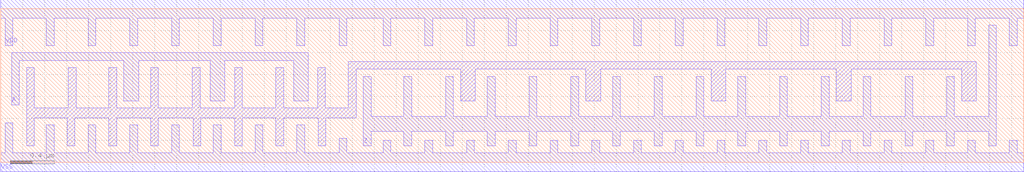
<source format=lef>
# 
# ******************************************************************************
# *                                                                            *
# *                   Copyright (C) 2004-2010, Nangate Inc.                    *
# *                           All rights reserved.                             *
# *                                                                            *
# * Nangate and the Nangate logo are trademarks of Nangate Inc.                *
# *                                                                            *
# * All trademarks, logos, software marks, and trade names (collectively the   *
# * "Marks") in this program are proprietary to Nangate or other respective    *
# * owners that have granted Nangate the right and license to use such Marks.  *
# * You are not permitted to use the Marks without the prior written consent   *
# * of Nangate or such third party that may own the Marks.                     *
# *                                                                            *
# * This file has been provided pursuant to a License Agreement containing     *
# * restrictions on its use. This file contains valuable trade secrets and     *
# * proprietary information of Nangate Inc., and is protected by U.S. and      *
# * international laws and/or treaties.                                        *
# *                                                                            *
# * The copyright notice(s) in this file does not indicate actual or intended  *
# * publication of this file.                                                  *
# *                                                                            *
# *     NGLibraryCreator, v2010.08-HR32-SP3-2010-08-05 - build 1009061800      *
# *                                                                            *
# ******************************************************************************
# 
# 
# Running on brazil06.nangate.com.br for user Giancarlo Franciscatto (gfr).
# Local time is now Fri, 3 Dec 2010, 19:32:18.
# Main process id is 27821.

VERSION 5.6 ;
BUSBITCHARS "[]" ;
DIVIDERCHAR "/" ;

UNITS
  DATABASE MICRONS 2000 ;
END UNITS

MANUFACTURINGGRID 0.0050 ;

LAYER poly
  TYPE MASTERSLICE ;
END poly

LAYER active
  TYPE MASTERSLICE ;
END active

LAYER metal1
  TYPE ROUTING ;
  SPACING 0.065 ;
  WIDTH 0.07 ;
  PITCH 0.14 ;
  DIRECTION HORIZONTAL ;
  OFFSET 0.095 0.07 ;
  RESISTANCE RPERSQ 0.38 ;
  THICKNESS 0.13 ;
  HEIGHT 0.37 ;
  CAPACITANCE CPERSQDIST 7.7161e-05 ;
  EDGECAPACITANCE 2.7365e-05 ;
END metal1

LAYER via1
  TYPE CUT ;
  SPACING 0.08 ;
  WIDTH 0.07 ;
  RESISTANCE 5 ;
END via1

LAYER metal2
  TYPE ROUTING ;
  SPACINGTABLE 
    PARALLELRUNLENGTH    0.0000     0.3000     0.9000     1.8000     2.7000     4.0000     
      WIDTH 0.0000       0.0700     0.0700     0.0700     0.0700     0.0700     0.0700     
      WIDTH 0.0900       0.0700     0.0900     0.0900     0.0900     0.0900     0.0900     
      WIDTH 0.2700       0.0700     0.0900     0.2700     0.2700     0.2700     0.2700     
      WIDTH 0.5000       0.0700     0.0900     0.2700     0.5000     0.5000     0.5000     
      WIDTH 0.9000       0.0700     0.0900     0.2700     0.5000     0.9000     0.9000     
      WIDTH 1.5000       0.0700     0.0900     0.2700     0.5000     0.9000     1.5000      ;
  WIDTH 0.07 ;
  PITCH 0.19 ;
  DIRECTION VERTICAL ;
  OFFSET 0.095 0.07 ;
  RESISTANCE RPERSQ 0.25 ;
  THICKNESS 0.14 ;
  HEIGHT 0.62 ;
  CAPACITANCE CPERSQDIST 4.0896e-05 ;
  EDGECAPACITANCE 2.5157e-05 ;
END metal2

LAYER via2
  TYPE CUT ;
  SPACING 0.09 ;
  WIDTH 0.07 ;
  RESISTANCE 5 ;
END via2

LAYER metal3
  TYPE ROUTING ;
  SPACINGTABLE 
    PARALLELRUNLENGTH    0.0000     0.3000     0.9000     1.8000     2.7000     4.0000     
      WIDTH 0.0000       0.0700     0.0700     0.0700     0.0700     0.0700     0.0700     
      WIDTH 0.0900       0.0700     0.0900     0.0900     0.0900     0.0900     0.0900     
      WIDTH 0.2700       0.0700     0.0900     0.2700     0.2700     0.2700     0.2700     
      WIDTH 0.5000       0.0700     0.0900     0.2700     0.5000     0.5000     0.5000     
      WIDTH 0.9000       0.0700     0.0900     0.2700     0.5000     0.9000     0.9000     
      WIDTH 1.5000       0.0700     0.0900     0.2700     0.5000     0.9000     1.5000      ;
  WIDTH 0.07 ;
  PITCH 0.14 ;
  DIRECTION HORIZONTAL ;
  OFFSET 0.095 0.07 ;
  RESISTANCE RPERSQ 0.25 ;
  THICKNESS 0.14 ;
  HEIGHT 0.88 ;
  CAPACITANCE CPERSQDIST 2.7745e-05 ;
  EDGECAPACITANCE 2.5157e-05 ;
END metal3

LAYER via3
  TYPE CUT ;
  SPACING 0.09 ;
  WIDTH 0.07 ;
  RESISTANCE 5 ;
END via3

LAYER metal4
  TYPE ROUTING ;
  SPACINGTABLE 
    PARALLELRUNLENGTH    0.0000     0.9000     1.8000     2.7000     4.0000     
      WIDTH 0.0000       0.1400     0.1400     0.1400     0.1400     0.1400     
      WIDTH 0.2700       0.1400     0.2700     0.2700     0.2700     0.2700     
      WIDTH 0.5000       0.1400     0.2700     0.5000     0.5000     0.5000     
      WIDTH 0.9000       0.1400     0.2700     0.5000     0.9000     0.9000     
      WIDTH 1.5000       0.1400     0.2700     0.5000     0.9000     1.5000      ;
  WIDTH 0.14 ;
  PITCH 0.28 ;
  DIRECTION VERTICAL ;
  OFFSET 0.095 0.07 ;
  RESISTANCE RPERSQ 0.21 ;
  THICKNESS 0.28 ;
  HEIGHT 1.14 ;
  CAPACITANCE CPERSQDIST 2.0743e-05 ;
  EDGECAPACITANCE 3.0908e-05 ;
END metal4

LAYER via4
  TYPE CUT ;
  SPACING 0.16 ;
  WIDTH 0.14 ;
  RESISTANCE 3 ;
END via4

LAYER metal5
  TYPE ROUTING ;
  SPACINGTABLE 
    PARALLELRUNLENGTH    0.0000     0.9000     1.8000     2.7000     4.0000     
      WIDTH 0.0000       0.1400     0.1400     0.1400     0.1400     0.1400     
      WIDTH 0.2700       0.1400     0.2700     0.2700     0.2700     0.2700     
      WIDTH 0.5000       0.1400     0.2700     0.5000     0.5000     0.5000     
      WIDTH 0.9000       0.1400     0.2700     0.5000     0.9000     0.9000     
      WIDTH 1.5000       0.1400     0.2700     0.5000     0.9000     1.5000      ;
  WIDTH 0.14 ;
  PITCH 0.28 ;
  DIRECTION HORIZONTAL ;
  OFFSET 0.095 0.07 ;
  RESISTANCE RPERSQ 0.21 ;
  THICKNESS 0.28 ;
  HEIGHT 1.71 ;
  CAPACITANCE CPERSQDIST 1.3527e-05 ;
  EDGECAPACITANCE 2.3863e-06 ;
END metal5

LAYER via5
  TYPE CUT ;
  SPACING 0.16 ;
  WIDTH 0.14 ;
  RESISTANCE 3 ;
END via5

LAYER metal6
  TYPE ROUTING ;
  SPACINGTABLE 
    PARALLELRUNLENGTH    0.0000     0.9000     1.8000     2.7000     4.0000     
      WIDTH 0.0000       0.1400     0.1400     0.1400     0.1400     0.1400     
      WIDTH 0.2700       0.1400     0.2700     0.2700     0.2700     0.2700     
      WIDTH 0.5000       0.1400     0.2700     0.5000     0.5000     0.5000     
      WIDTH 0.9000       0.1400     0.2700     0.5000     0.9000     0.9000     
      WIDTH 1.5000       0.1400     0.2700     0.5000     0.9000     1.5000      ;
  WIDTH 0.14 ;
  PITCH 0.28 ;
  DIRECTION VERTICAL ;
  OFFSET 0.095 0.07 ;
  RESISTANCE RPERSQ 0.21 ;
  THICKNESS 0.28 ;
  HEIGHT 2.28 ;
  CAPACITANCE CPERSQDIST 1.0036e-05 ;
  EDGECAPACITANCE 2.3863e-05 ;
END metal6

LAYER via6
  TYPE CUT ;
  SPACING 0.16 ;
  WIDTH 0.14 ;
  RESISTANCE 3 ;
END via6

LAYER metal7
  TYPE ROUTING ;
  SPACINGTABLE 
    PARALLELRUNLENGTH    0.0000     1.8000     2.7000     4.0000     
      WIDTH 0.0000       0.4000     0.4000     0.4000     0.4000     
      WIDTH 0.5000       0.4000     0.5000     0.5000     0.5000     
      WIDTH 0.9000       0.4000     0.5000     0.9000     0.9000     
      WIDTH 1.5000       0.4000     0.5000     0.9000     1.5000      ;
  WIDTH 0.4 ;
  PITCH 0.8 ;
  DIRECTION HORIZONTAL ;
  OFFSET 0.095 0.07 ;
  RESISTANCE RPERSQ 0.075 ;
  THICKNESS 0.8 ;
  HEIGHT 2.85 ;
  CAPACITANCE CPERSQDIST 7.9771e-06 ;
  EDGECAPACITANCE 3.2577e-05 ;
END metal7

LAYER via7
  TYPE CUT ;
  SPACING 0.44 ;
  WIDTH 0.4 ;
  RESISTANCE 1 ;
END via7

LAYER metal8
  TYPE ROUTING ;
  SPACINGTABLE 
    PARALLELRUNLENGTH    0.0000     1.8000     2.7000     4.0000     
      WIDTH 0.0000       0.4000     0.4000     0.4000     0.4000     
      WIDTH 0.5000       0.4000     0.5000     0.5000     0.5000     
      WIDTH 0.9000       0.4000     0.5000     0.9000     0.9000     
      WIDTH 1.5000       0.4000     0.5000     0.9000     1.5000      ;
  WIDTH 0.4 ;
  PITCH 0.8 ;
  DIRECTION VERTICAL ;
  OFFSET 0.095 0.07 ;
  RESISTANCE RPERSQ 0.075 ;
  THICKNESS 0.8 ;
  HEIGHT 4.47 ;
  CAPACITANCE CPERSQDIST 5.0391e-06 ;
  EDGECAPACITANCE 2.3932e-05 ;
END metal8

LAYER via8
  TYPE CUT ;
  SPACING 0.44 ;
  WIDTH 0.4 ;
  RESISTANCE 1 ;
END via8

LAYER metal9
  TYPE ROUTING ;
  SPACINGTABLE 
    PARALLELRUNLENGTH    0.0000     2.7000     4.0000     
      WIDTH 0.0000       0.8000     0.8000     0.8000     
      WIDTH 0.9000       0.8000     0.9000     0.9000     
      WIDTH 1.5000       0.8000     0.9000     1.5000      ;
  WIDTH 0.8 ;
  PITCH 1.6 ;
  DIRECTION HORIZONTAL ;
  OFFSET 0.095 0.07 ;
  RESISTANCE RPERSQ 0.03 ;
  THICKNESS 2 ;
  HEIGHT 6.09 ;
  CAPACITANCE CPERSQDIST 3.6827e-06 ;
  EDGECAPACITANCE 3.0803e-05 ;
END metal9

LAYER via9
  TYPE CUT ;
  SPACING 0.88 ;
  WIDTH 0.8 ;
  RESISTANCE 0.5 ;
END via9

LAYER metal10
  TYPE ROUTING ;
  SPACINGTABLE 
    PARALLELRUNLENGTH    0.0000     2.7000     4.0000     
      WIDTH 0.0000       0.8000     0.8000     0.8000     
      WIDTH 0.9000       0.8000     0.9000     0.9000     
      WIDTH 1.5000       0.8000     0.9000     1.5000      ;
  WIDTH 0.8 ;
  PITCH 1.6 ;
  DIRECTION VERTICAL ;
  OFFSET 0.095 0.07 ;
  RESISTANCE RPERSQ 0.03 ;
  THICKNESS 2 ;
  HEIGHT 10.09 ;
  CAPACITANCE CPERSQDIST 2.2124e-06 ;
  EDGECAPACITANCE 2.3667e-05 ;
END metal10

LAYER OVERLAP
  TYPE OVERLAP ;
END OVERLAP

VIA via1_4 DEFAULT
  LAYER via1 ;
    RECT -0.035 -0.035 0.035 0.035 ;
  LAYER metal1 ;
    RECT -0.035 -0.07 0.035 0.07 ;
  LAYER metal2 ;
    RECT -0.035 -0.07 0.035 0.07 ;
END via1_4

VIA via1_0 DEFAULT
  LAYER via1 ;
    RECT -0.035 -0.035 0.035 0.035 ;
  LAYER metal1 ;
    RECT -0.07 -0.07 0.07 0.07 ;
  LAYER metal2 ;
    RECT -0.07 -0.07 0.07 0.07 ;
END via1_0

VIA via1_1 DEFAULT
  LAYER via1 ;
    RECT -0.035 -0.035 0.035 0.035 ;
  LAYER metal1 ;
    RECT -0.07 -0.07 0.07 0.07 ;
  LAYER metal2 ;
    RECT -0.035 -0.07 0.035 0.07 ;
END via1_1

VIA via1_2 DEFAULT
  LAYER via1 ;
    RECT -0.035 -0.035 0.035 0.035 ;
  LAYER metal1 ;
    RECT -0.07 -0.07 0.07 0.07 ;
  LAYER metal2 ;
    RECT -0.07 -0.035 0.07 0.035 ;
END via1_2

VIA via1_3 DEFAULT
  LAYER via1 ;
    RECT -0.035 -0.035 0.035 0.035 ;
  LAYER metal1 ;
    RECT -0.035 -0.07 0.035 0.07 ;
  LAYER metal2 ;
    RECT -0.07 -0.07 0.07 0.07 ;
END via1_3

VIA via1_5 DEFAULT
  LAYER via1 ;
    RECT -0.035 -0.035 0.035 0.035 ;
  LAYER metal1 ;
    RECT -0.035 -0.07 0.035 0.07 ;
  LAYER metal2 ;
    RECT -0.07 -0.035 0.07 0.035 ;
END via1_5

VIA via1_6 DEFAULT
  LAYER via1 ;
    RECT -0.035 -0.035 0.035 0.035 ;
  LAYER metal1 ;
    RECT -0.07 -0.035 0.07 0.035 ;
  LAYER metal2 ;
    RECT -0.07 -0.07 0.07 0.07 ;
END via1_6

VIA via1_7 DEFAULT
  LAYER via1 ;
    RECT -0.035 -0.035 0.035 0.035 ;
  LAYER metal1 ;
    RECT -0.07 -0.035 0.07 0.035 ;
  LAYER metal2 ;
    RECT -0.035 -0.07 0.035 0.07 ;
END via1_7

VIA via1_8 DEFAULT
  LAYER via1 ;
    RECT -0.035 -0.035 0.035 0.035 ;
  LAYER metal1 ;
    RECT -0.07 -0.035 0.07 0.035 ;
  LAYER metal2 ;
    RECT -0.07 -0.035 0.07 0.035 ;
END via1_8

VIA via2_8 DEFAULT
  LAYER via2 ;
    RECT -0.035 -0.035 0.035 0.035 ;
  LAYER metal2 ;
    RECT -0.07 -0.035 0.07 0.035 ;
  LAYER metal3 ;
    RECT -0.07 -0.035 0.07 0.035 ;
END via2_8

VIA via2_4 DEFAULT
  LAYER via2 ;
    RECT -0.035 -0.035 0.035 0.035 ;
  LAYER metal2 ;
    RECT -0.035 -0.07 0.035 0.07 ;
  LAYER metal3 ;
    RECT -0.035 -0.07 0.035 0.07 ;
END via2_4

VIA via2_5 DEFAULT
  LAYER via2 ;
    RECT -0.035 -0.035 0.035 0.035 ;
  LAYER metal2 ;
    RECT -0.035 -0.07 0.035 0.07 ;
  LAYER metal3 ;
    RECT -0.07 -0.035 0.07 0.035 ;
END via2_5

VIA via2_7 DEFAULT
  LAYER via2 ;
    RECT -0.035 -0.035 0.035 0.035 ;
  LAYER metal2 ;
    RECT -0.07 -0.035 0.07 0.035 ;
  LAYER metal3 ;
    RECT -0.035 -0.07 0.035 0.07 ;
END via2_7

VIA via2_6 DEFAULT
  LAYER via2 ;
    RECT -0.035 -0.035 0.035 0.035 ;
  LAYER metal2 ;
    RECT -0.07 -0.035 0.07 0.035 ;
  LAYER metal3 ;
    RECT -0.07 -0.07 0.07 0.07 ;
END via2_6

VIA via2_0 DEFAULT
  LAYER via2 ;
    RECT -0.035 -0.035 0.035 0.035 ;
  LAYER metal2 ;
    RECT -0.07 -0.07 0.07 0.07 ;
  LAYER metal3 ;
    RECT -0.07 -0.07 0.07 0.07 ;
END via2_0

VIA via2_1 DEFAULT
  LAYER via2 ;
    RECT -0.035 -0.035 0.035 0.035 ;
  LAYER metal2 ;
    RECT -0.07 -0.07 0.07 0.07 ;
  LAYER metal3 ;
    RECT -0.035 -0.07 0.035 0.07 ;
END via2_1

VIA via2_2 DEFAULT
  LAYER via2 ;
    RECT -0.035 -0.035 0.035 0.035 ;
  LAYER metal2 ;
    RECT -0.07 -0.07 0.07 0.07 ;
  LAYER metal3 ;
    RECT -0.07 -0.035 0.07 0.035 ;
END via2_2

VIA via2_3 DEFAULT
  LAYER via2 ;
    RECT -0.035 -0.035 0.035 0.035 ;
  LAYER metal2 ;
    RECT -0.035 -0.07 0.035 0.07 ;
  LAYER metal3 ;
    RECT -0.07 -0.07 0.07 0.07 ;
END via2_3

VIA via3_2 DEFAULT
  LAYER via3 ;
    RECT -0.035 -0.035 0.035 0.035 ;
  LAYER metal3 ;
    RECT -0.07 -0.035 0.07 0.035 ;
  LAYER metal4 ;
    RECT -0.07 -0.07 0.07 0.07 ;
END via3_2

VIA via3_0 DEFAULT
  LAYER via3 ;
    RECT -0.035 -0.035 0.035 0.035 ;
  LAYER metal3 ;
    RECT -0.07 -0.07 0.07 0.07 ;
  LAYER metal4 ;
    RECT -0.07 -0.07 0.07 0.07 ;
END via3_0

VIA via3_1 DEFAULT
  LAYER via3 ;
    RECT -0.035 -0.035 0.035 0.035 ;
  LAYER metal3 ;
    RECT -0.035 -0.07 0.035 0.07 ;
  LAYER metal4 ;
    RECT -0.07 -0.07 0.07 0.07 ;
END via3_1

VIA via4_0 DEFAULT
  LAYER via4 ;
    RECT -0.07 -0.07 0.07 0.07 ;
  LAYER metal4 ;
    RECT -0.07 -0.07 0.07 0.07 ;
  LAYER metal5 ;
    RECT -0.07 -0.07 0.07 0.07 ;
END via4_0

VIA via5_0 DEFAULT
  LAYER via5 ;
    RECT -0.07 -0.07 0.07 0.07 ;
  LAYER metal5 ;
    RECT -0.07 -0.07 0.07 0.07 ;
  LAYER metal6 ;
    RECT -0.07 -0.07 0.07 0.07 ;
END via5_0

VIA via6_0 DEFAULT
  LAYER via6 ;
    RECT -0.07 -0.07 0.07 0.07 ;
  LAYER metal6 ;
    RECT -0.07 -0.07 0.07 0.07 ;
  LAYER metal7 ;
    RECT -0.2 -0.2 0.2 0.2 ;
END via6_0

VIA via7_0 DEFAULT
  LAYER via7 ;
    RECT -0.2 -0.2 0.2 0.2 ;
  LAYER metal7 ;
    RECT -0.2 -0.2 0.2 0.2 ;
  LAYER metal8 ;
    RECT -0.2 -0.2 0.2 0.2 ;
END via7_0

VIA via8_0 DEFAULT
  LAYER via8 ;
    RECT -0.2 -0.2 0.2 0.2 ;
  LAYER metal8 ;
    RECT -0.2 -0.2 0.2 0.2 ;
  LAYER metal9 ;
    RECT -0.4 -0.4 0.4 0.4 ;
END via8_0

VIA via9_0 DEFAULT
  LAYER via9 ;
    RECT -0.4 -0.4 0.4 0.4 ;
  LAYER metal9 ;
    RECT -0.4 -0.4 0.4 0.4 ;
  LAYER metal10 ;
    RECT -0.4 -0.4 0.4 0.4 ;
END via9_0

VIARULE Via1Array-0 GENERATE
  LAYER metal1 ;
    ENCLOSURE 0.035 0.035 ;
  LAYER metal2 ;
    ENCLOSURE 0.035 0.035 ;
  LAYER via1 ;
    RECT -0.035 -0.035 0.035 0.035 ;
    SPACING 0.15 BY 0.15 ;
END Via1Array-0

VIARULE Via1Array-1 GENERATE
  LAYER metal1 ;
    ENCLOSURE 0 0.035 ;
  LAYER metal2 ;
    ENCLOSURE 0 0.035 ;
  LAYER via1 ;
    RECT -0.035 -0.035 0.035 0.035 ;
    SPACING 0.15 BY 0.15 ;
END Via1Array-1

VIARULE Via1Array-2 GENERATE
  LAYER metal1 ;
    ENCLOSURE 0.035 0 ;
  LAYER metal2 ;
    ENCLOSURE 0.035 0 ;
  LAYER via1 ;
    RECT -0.035 -0.035 0.035 0.035 ;
    SPACING 0.15 BY 0.15 ;
END Via1Array-2

VIARULE Via1Array-3 GENERATE
  LAYER metal1 ;
    ENCLOSURE 0 0.035 ;
  LAYER metal2 ;
    ENCLOSURE 0.035 0 ;
  LAYER via1 ;
    RECT -0.035 -0.035 0.035 0.035 ;
    SPACING 0.15 BY 0.15 ;
END Via1Array-3

VIARULE Via1Array-4 GENERATE
  LAYER metal1 ;
    ENCLOSURE 0.035 0 ;
  LAYER metal2 ;
    ENCLOSURE 0 0.035 ;
  LAYER via1 ;
    RECT -0.035 -0.035 0.035 0.035 ;
    SPACING 0.15 BY 0.15 ;
END Via1Array-4

VIARULE Via2Array-0 GENERATE
  LAYER metal2 ;
    ENCLOSURE 0.035 0.035 ;
  LAYER metal3 ;
    ENCLOSURE 0.035 0.035 ;
  LAYER via2 ;
    RECT -0.035 -0.035 0.035 0.035 ;
    SPACING 0.16 BY 0.16 ;
END Via2Array-0

VIARULE Via2Array-1 GENERATE
  LAYER metal2 ;
    ENCLOSURE 0 0.035 ;
  LAYER metal3 ;
    ENCLOSURE 0 0.035 ;
  LAYER via2 ;
    RECT -0.035 -0.035 0.035 0.035 ;
    SPACING 0.16 BY 0.16 ;
END Via2Array-1

VIARULE Via2Array-2 GENERATE
  LAYER metal2 ;
    ENCLOSURE 0.035 0 ;
  LAYER metal3 ;
    ENCLOSURE 0.035 0 ;
  LAYER via2 ;
    RECT -0.035 -0.035 0.035 0.035 ;
    SPACING 0.16 BY 0.16 ;
END Via2Array-2

VIARULE Via2Array-3 GENERATE
  LAYER metal2 ;
    ENCLOSURE 0 0.035 ;
  LAYER metal3 ;
    ENCLOSURE 0.035 0 ;
  LAYER via2 ;
    RECT -0.035 -0.035 0.035 0.035 ;
    SPACING 0.16 BY 0.16 ;
END Via2Array-3

VIARULE Via2Array-4 GENERATE
  LAYER metal2 ;
    ENCLOSURE 0.035 0 ;
  LAYER metal3 ;
    ENCLOSURE 0 0.035 ;
  LAYER via2 ;
    RECT -0.035 -0.035 0.035 0.035 ;
    SPACING 0.16 BY 0.16 ;
END Via2Array-4

VIARULE Via3Array-0 GENERATE
  LAYER metal3 ;
    ENCLOSURE 0.035 0.035 ;
  LAYER metal4 ;
    ENCLOSURE 0.035 0.035 ;
  LAYER via3 ;
    RECT -0.035 -0.035 0.035 0.035 ;
    SPACING 0.16 BY 0.16 ;
END Via3Array-0

VIARULE Via3Array-1 GENERATE
  LAYER metal3 ;
    ENCLOSURE 0 0.035 ;
  LAYER metal4 ;
    ENCLOSURE 0.035 0.035 ;
  LAYER via3 ;
    RECT -0.035 -0.035 0.035 0.035 ;
    SPACING 0.16 BY 0.16 ;
END Via3Array-1

VIARULE Via3Array-2 GENERATE
  LAYER metal3 ;
    ENCLOSURE 0.035 0 ;
  LAYER metal4 ;
    ENCLOSURE 0.035 0.035 ;
  LAYER via3 ;
    RECT -0.035 -0.035 0.035 0.035 ;
    SPACING 0.16 BY 0.16 ;
END Via3Array-2

VIARULE Via4Array-0 GENERATE
  LAYER metal4 ;
    ENCLOSURE 0 0 ;
  LAYER metal5 ;
    ENCLOSURE 0 0 ;
  LAYER via4 ;
    RECT -0.07 -0.07 0.07 0.07 ;
    SPACING 0.3 BY 0.3 ;
END Via4Array-0

VIARULE Via5Array-0 GENERATE
  LAYER metal5 ;
    ENCLOSURE 0 0 ;
  LAYER metal6 ;
    ENCLOSURE 0 0 ;
  LAYER via5 ;
    RECT -0.07 -0.07 0.07 0.07 ;
    SPACING 0.3 BY 0.3 ;
END Via5Array-0

VIARULE Via6Array-0 GENERATE
  LAYER metal6 ;
    ENCLOSURE 0 0 ;
  LAYER metal7 ;
    ENCLOSURE 0.13 0.13 ;
  LAYER via6 ;
    RECT -0.07 -0.07 0.07 0.07 ;
    SPACING 0.3 BY 0.3 ;
END Via6Array-0

VIARULE Via7Array-0 GENERATE
  LAYER metal7 ;
    ENCLOSURE 0 0 ;
  LAYER metal8 ;
    ENCLOSURE 0 0 ;
  LAYER via7 ;
    RECT -0.2 -0.2 0.2 0.2 ;
    SPACING 0.84 BY 0.84 ;
END Via7Array-0

VIARULE Via8Array-0 GENERATE
  LAYER metal8 ;
    ENCLOSURE 0 0 ;
  LAYER metal9 ;
    ENCLOSURE 0.2 0.2 ;
  LAYER via8 ;
    RECT -0.2 -0.2 0.2 0.2 ;
    SPACING 0.84 BY 0.84 ;
END Via8Array-0

VIARULE Via9Array-0 GENERATE
  LAYER metal10 ;
    ENCLOSURE 0 0 ;
  LAYER metal9 ;
    ENCLOSURE 0 0 ;
  LAYER via9 ;
    RECT -0.4 -0.4 0.4 0.4 ;
    SPACING 1.68 BY 1.68 ;
END Via9Array-0

SPACING
  SAMENET metal1 metal1 0.065 ;
  SAMENET metal2 metal2 0.07 ;
  SAMENET metal3 metal3 0.07 ;
  SAMENET metal4 metal4 0.14 ;
  SAMENET metal5 metal5 0.14 ;
  SAMENET metal6 metal6 0.14 ;
  SAMENET metal7 metal7 0.4 ;
  SAMENET metal8 metal8 0.4 ;
  SAMENET metal9 metal9 0.8 ;
  SAMENET metal10 metal10 0.8 ;
  SAMENET via1 via1 0.08 ;
  SAMENET via2 via2 0.09 ;
  SAMENET via3 via3 0.09 ;
  SAMENET via4 via4 0.16 ;
  SAMENET via5 via5 0.16 ;
  SAMENET via6 via6 0.16 ;
  SAMENET via7 via7 0.44 ;
  SAMENET via8 via8 0.44 ;
  SAMENET via9 via9 0.88 ;
  SAMENET via1 via2 0.0 STACK ;
  SAMENET via2 via3 0.0 STACK ;
  SAMENET via3 via4 0.0 STACK ;
  SAMENET via4 via5 0.0 STACK ;
  SAMENET via5 via6 0.0 STACK ;
  SAMENET via6 via7 0.0 STACK ;
  SAMENET via7 via8 0.0 STACK ;
  SAMENET via8 via9 0.0 STACK ;
END SPACING

SITE FreePDK45_38x28_10R_NP_162NW_34O
  SYMMETRY y ;
  CLASS core ;
  SIZE 0.19 BY 1.4 ;
END FreePDK45_38x28_10R_NP_162NW_34O

MACRO AND2_X1
  CLASS core ;
  FOREIGN AND2_X1 0.0 0.0 ;
  ORIGIN 0 0 ;
  SYMMETRY X Y ;
  SITE FreePDK45_38x28_10R_NP_162NW_34O ;
  SIZE 0.76 BY 1.4 ;
  PIN A1
    DIRECTION INPUT ;
    ANTENNAPARTIALMETALAREA 0.021875 LAYER metal1 ;
    ANTENNAPARTIALMETALSIDEAREA 0.078 LAYER metal1 ;
    ANTENNAGATEAREA 0.02625 ;
    PORT
      LAYER metal1 ;
        POLYGON 0.06 0.525 0.185 0.525 0.185 0.7 0.06 0.7  ;
    END
  END A1
  PIN A2
    DIRECTION INPUT ;
    ANTENNAPARTIALMETALAREA 0.02275 LAYER metal1 ;
    ANTENNAPARTIALMETALSIDEAREA 0.0793 LAYER metal1 ;
    ANTENNAGATEAREA 0.02625 ;
    PORT
      LAYER metal1 ;
        POLYGON 0.25 0.525 0.38 0.525 0.38 0.7 0.25 0.7  ;
    END
  END A2
  PIN ZN
    DIRECTION OUTPUT ;
    ANTENNAPARTIALMETALAREA 0.0954 LAYER metal1 ;
    ANTENNAPARTIALMETALSIDEAREA 0.299 LAYER metal1 ;
    ANTENNADIFFAREA 0.109725 ;
    PORT
      LAYER metal1 ;
        POLYGON 0.61 0.19 0.7 0.19 0.7 1.25 0.61 1.25  ;
    END
  END ZN
  PIN VDD
    DIRECTION INOUT ;
    USE power ;
    SHAPE ABUTMENT ;
    PORT
      LAYER metal1 ;
        POLYGON 0 1.315 0.04 1.315 0.04 0.975 0.11 0.975 0.11 1.315 0.415 1.315 0.415 0.975 0.485 0.975 0.485 1.315 0.54 1.315 0.76 1.315 0.76 1.485 0.54 1.485 0 1.485  ;
    END
  END VDD
  PIN VSS
    DIRECTION INOUT ;
    USE ground ;
    SHAPE ABUTMENT ;
    PORT
      LAYER metal1 ;
        POLYGON 0 -0.085 0.76 -0.085 0.76 0.085 0.485 0.085 0.485 0.325 0.415 0.325 0.415 0.085 0 0.085  ;
    END
  END VSS
  OBS
      LAYER metal1 ;
        POLYGON 0.235 0.84 0.47 0.84 0.47 0.46 0.045 0.46 0.045 0.19 0.115 0.19 0.115 0.39 0.54 0.39 0.54 0.91 0.305 0.91 0.305 1.25 0.235 1.25  ;
  END
END AND2_X1

MACRO AND2_X2
  CLASS core ;
  FOREIGN AND2_X2 0.0 0.0 ;
  ORIGIN 0 0 ;
  SYMMETRY X Y ;
  SITE FreePDK45_38x28_10R_NP_162NW_34O ;
  SIZE 0.95 BY 1.4 ;
  PIN A1
    DIRECTION INPUT ;
    ANTENNAPARTIALMETALAREA 0.021875 LAYER metal1 ;
    ANTENNAPARTIALMETALSIDEAREA 0.078 LAYER metal1 ;
    ANTENNAGATEAREA 0.05225 ;
    PORT
      LAYER metal1 ;
        POLYGON 0.06 0.525 0.185 0.525 0.185 0.7 0.06 0.7  ;
    END
  END A1
  PIN A2
    DIRECTION INPUT ;
    ANTENNAPARTIALMETALAREA 0.02275 LAYER metal1 ;
    ANTENNAPARTIALMETALSIDEAREA 0.0793 LAYER metal1 ;
    ANTENNAGATEAREA 0.05225 ;
    PORT
      LAYER metal1 ;
        POLYGON 0.25 0.525 0.38 0.525 0.38 0.7 0.25 0.7  ;
    END
  END A2
  PIN ZN
    DIRECTION OUTPUT ;
    ANTENNAPARTIALMETALAREA 0.0935 LAYER metal1 ;
    ANTENNAPARTIALMETALSIDEAREA 0.3081 LAYER metal1 ;
    ANTENNADIFFAREA 0.1463 ;
    PORT
      LAYER metal1 ;
        POLYGON 0.615 0.15 0.7 0.15 0.7 1.25 0.615 1.25  ;
    END
  END ZN
  PIN VDD
    DIRECTION INOUT ;
    USE power ;
    SHAPE ABUTMENT ;
    PORT
      LAYER metal1 ;
        POLYGON 0 1.315 0.04 1.315 0.04 0.975 0.11 0.975 0.11 1.315 0.415 1.315 0.415 0.975 0.485 0.975 0.485 1.315 0.545 1.315 0.795 1.315 0.795 0.975 0.865 0.975 0.865 1.315 0.95 1.315 0.95 1.485 0.545 1.485 0 1.485  ;
    END
  END VDD
  PIN VSS
    DIRECTION INOUT ;
    USE ground ;
    SHAPE ABUTMENT ;
    PORT
      LAYER metal1 ;
        POLYGON 0 -0.085 0.95 -0.085 0.95 0.085 0.865 0.085 0.865 0.425 0.795 0.425 0.795 0.085 0.485 0.085 0.485 0.285 0.415 0.285 0.415 0.085 0 0.085  ;
    END
  END VSS
  OBS
      LAYER metal1 ;
        POLYGON 0.235 0.84 0.475 0.84 0.475 0.46 0.045 0.46 0.045 0.15 0.115 0.15 0.115 0.39 0.545 0.39 0.545 0.91 0.305 0.91 0.305 1.25 0.235 1.25  ;
  END
END AND2_X2

MACRO AND2_X4
  CLASS core ;
  FOREIGN AND2_X4 0.0 0.0 ;
  ORIGIN 0 0 ;
  SYMMETRY X Y ;
  SITE FreePDK45_38x28_10R_NP_162NW_34O ;
  SIZE 1.71 BY 1.4 ;
  PIN A1
    DIRECTION INPUT ;
    ANTENNAPARTIALMETALAREA 0.0312 LAYER metal1 ;
    ANTENNAPARTIALMETALSIDEAREA 0.0962 LAYER metal1 ;
    ANTENNAGATEAREA 0.1045 ;
    PORT
      LAYER metal1 ;
        POLYGON 0.25 0.42 0.38 0.42 0.38 0.66 0.25 0.66  ;
    END
  END A1
  PIN A2
    DIRECTION INPUT ;
    ANTENNAPARTIALMETALAREA 0.101125 LAYER metal1 ;
    ANTENNAPARTIALMETALSIDEAREA 0.3315 LAYER metal1 ;
    ANTENNAGATEAREA 0.1045 ;
    PORT
      LAYER metal1 ;
        POLYGON 0.06 0.42 0.185 0.42 0.185 0.725 0.69 0.725 0.69 0.525 0.76 0.525 0.76 0.795 0.06 0.795  ;
    END
  END A2
  PIN ZN
    DIRECTION OUTPUT ;
    ANTENNAPARTIALMETALAREA 0.19045 LAYER metal1 ;
    ANTENNAPARTIALMETALSIDEAREA 0.6682 LAYER metal1 ;
    ANTENNADIFFAREA 0.2926 ;
    PORT
      LAYER metal1 ;
        POLYGON 0.995 0.15 1.08 0.15 1.08 0.68 1.365 0.68 1.365 0.15 1.435 0.15 1.435 1.25 1.365 1.25 1.365 0.75 1.08 0.75 1.08 1.25 0.995 1.25  ;
    END
  END ZN
  PIN VDD
    DIRECTION INOUT ;
    USE power ;
    SHAPE ABUTMENT ;
    PORT
      LAYER metal1 ;
        POLYGON 0 1.315 0.04 1.315 0.04 0.995 0.11 0.995 0.11 1.315 0.415 1.315 0.415 0.995 0.485 0.995 0.485 1.315 0.795 1.315 0.795 0.995 0.865 0.995 0.865 1.315 0.92 1.315 1.175 1.315 1.175 0.995 1.245 0.995 1.245 1.315 1.555 1.315 1.555 0.995 1.625 0.995 1.625 1.315 1.71 1.315 1.71 1.485 0.92 1.485 0 1.485  ;
    END
  END VDD
  PIN VSS
    DIRECTION INOUT ;
    USE ground ;
    SHAPE ABUTMENT ;
    PORT
      LAYER metal1 ;
        POLYGON 0 -0.085 1.71 -0.085 1.71 0.085 1.625 0.085 1.625 0.355 1.555 0.355 1.555 0.085 1.245 0.085 1.245 0.355 1.175 0.355 1.175 0.085 0.865 0.085 0.865 0.215 0.795 0.215 0.795 0.085 0.11 0.085 0.11 0.355 0.04 0.355 0.04 0.085 0 0.085  ;
    END
  END VSS
  OBS
      LAYER metal1 ;
        POLYGON 0.235 0.86 0.85 0.86 0.85 0.355 0.425 0.355 0.425 0.22 0.495 0.22 0.495 0.285 0.92 0.285 0.92 0.93 0.675 0.93 0.675 1.25 0.605 1.25 0.605 0.93 0.305 0.93 0.305 1.25 0.235 1.25  ;
  END
END AND2_X4

MACRO AND3_X1
  CLASS core ;
  FOREIGN AND3_X1 0.0 0.0 ;
  ORIGIN 0 0 ;
  SYMMETRY X Y ;
  SITE FreePDK45_38x28_10R_NP_162NW_34O ;
  SIZE 0.95 BY 1.4 ;
  PIN A1
    DIRECTION INPUT ;
    ANTENNAPARTIALMETALAREA 0.021875 LAYER metal1 ;
    ANTENNAPARTIALMETALSIDEAREA 0.078 LAYER metal1 ;
    ANTENNAGATEAREA 0.02625 ;
    PORT
      LAYER metal1 ;
        POLYGON 0.06 0.525 0.185 0.525 0.185 0.7 0.06 0.7  ;
    END
  END A1
  PIN A2
    DIRECTION INPUT ;
    ANTENNAPARTIALMETALAREA 0.021875 LAYER metal1 ;
    ANTENNAPARTIALMETALSIDEAREA 0.078 LAYER metal1 ;
    ANTENNAGATEAREA 0.02625 ;
    PORT
      LAYER metal1 ;
        POLYGON 0.25 0.525 0.375 0.525 0.375 0.7 0.25 0.7  ;
    END
  END A2
  PIN A3
    DIRECTION INPUT ;
    ANTENNAPARTIALMETALAREA 0.02275 LAYER metal1 ;
    ANTENNAPARTIALMETALSIDEAREA 0.0793 LAYER metal1 ;
    ANTENNAGATEAREA 0.02625 ;
    PORT
      LAYER metal1 ;
        POLYGON 0.44 0.525 0.57 0.525 0.57 0.7 0.44 0.7  ;
    END
  END A3
  PIN ZN
    DIRECTION OUTPUT ;
    ANTENNAPARTIALMETALAREA 0.088 LAYER metal1 ;
    ANTENNAPARTIALMETALSIDEAREA 0.3146 LAYER metal1 ;
    ANTENNADIFFAREA 0.109725 ;
    PORT
      LAYER metal1 ;
        POLYGON 0.8 0.975 0.82 0.975 0.82 0.425 0.8 0.425 0.8 0.15 0.89 0.15 0.89 1.25 0.8 1.25  ;
    END
  END ZN
  PIN VDD
    DIRECTION INOUT ;
    USE power ;
    SHAPE ABUTMENT ;
    PORT
      LAYER metal1 ;
        POLYGON 0 1.315 0.225 1.315 0.225 1.04 0.295 1.04 0.295 1.315 0.605 1.315 0.605 1 0.675 1 0.675 1.315 0.755 1.315 0.95 1.315 0.95 1.485 0.755 1.485 0 1.485  ;
    END
  END VDD
  PIN VSS
    DIRECTION INOUT ;
    USE ground ;
    SHAPE ABUTMENT ;
    PORT
      LAYER metal1 ;
        POLYGON 0 -0.085 0.95 -0.085 0.95 0.085 0.675 0.085 0.675 0.285 0.605 0.285 0.605 0.085 0 0.085  ;
    END
  END VSS
  OBS
      LAYER metal1 ;
        POLYGON 0.045 0.865 0.635 0.865 0.635 0.42 0.045 0.42 0.045 0.15 0.115 0.15 0.115 0.35 0.705 0.35 0.705 0.525 0.755 0.525 0.755 0.66 0.705 0.66 0.705 0.935 0.485 0.935 0.485 1.25 0.415 1.25 0.415 0.935 0.115 0.935 0.115 1.25 0.045 1.25  ;
  END
END AND3_X1

MACRO AND3_X2
  CLASS core ;
  FOREIGN AND3_X2 0.0 0.0 ;
  ORIGIN 0 0 ;
  SYMMETRY X Y ;
  SITE FreePDK45_38x28_10R_NP_162NW_34O ;
  SIZE 1.14 BY 1.4 ;
  PIN A1
    DIRECTION INPUT ;
    ANTENNAPARTIALMETALAREA 0.021875 LAYER metal1 ;
    ANTENNAPARTIALMETALSIDEAREA 0.078 LAYER metal1 ;
    ANTENNAGATEAREA 0.05225 ;
    PORT
      LAYER metal1 ;
        POLYGON 0.06 0.525 0.185 0.525 0.185 0.7 0.06 0.7  ;
    END
  END A1
  PIN A2
    DIRECTION INPUT ;
    ANTENNAPARTIALMETALAREA 0.021875 LAYER metal1 ;
    ANTENNAPARTIALMETALSIDEAREA 0.078 LAYER metal1 ;
    ANTENNAGATEAREA 0.05225 ;
    PORT
      LAYER metal1 ;
        POLYGON 0.25 0.525 0.375 0.525 0.375 0.7 0.25 0.7  ;
    END
  END A2
  PIN A3
    DIRECTION INPUT ;
    ANTENNAPARTIALMETALAREA 0.02275 LAYER metal1 ;
    ANTENNAPARTIALMETALSIDEAREA 0.0793 LAYER metal1 ;
    ANTENNAGATEAREA 0.05225 ;
    PORT
      LAYER metal1 ;
        POLYGON 0.44 0.525 0.57 0.525 0.57 0.7 0.44 0.7  ;
    END
  END A3
  PIN ZN
    DIRECTION OUTPUT ;
    ANTENNAPARTIALMETALAREA 0.0935 LAYER metal1 ;
    ANTENNAPARTIALMETALSIDEAREA 0.3081 LAYER metal1 ;
    ANTENNADIFFAREA 0.1463 ;
    PORT
      LAYER metal1 ;
        POLYGON 0.805 0.15 0.89 0.15 0.89 1.25 0.805 1.25  ;
    END
  END ZN
  PIN VDD
    DIRECTION INOUT ;
    USE power ;
    SHAPE ABUTMENT ;
    PORT
      LAYER metal1 ;
        POLYGON 0 1.315 0.225 1.315 0.225 0.975 0.295 0.975 0.295 1.315 0.605 1.315 0.605 0.975 0.675 0.975 0.675 1.315 0.735 1.315 0.99 1.315 0.99 0.975 1.06 0.975 1.06 1.315 1.14 1.315 1.14 1.485 0.735 1.485 0 1.485  ;
    END
  END VDD
  PIN VSS
    DIRECTION INOUT ;
    USE ground ;
    SHAPE ABUTMENT ;
    PORT
      LAYER metal1 ;
        POLYGON 0 -0.085 1.14 -0.085 1.14 0.085 1.06 0.085 1.06 0.425 0.99 0.425 0.99 0.085 0.675 0.085 0.675 0.285 0.605 0.285 0.605 0.085 0 0.085  ;
    END
  END VSS
  OBS
      LAYER metal1 ;
        POLYGON 0.045 0.8 0.665 0.8 0.665 0.425 0.045 0.425 0.045 0.15 0.115 0.15 0.115 0.355 0.735 0.355 0.735 0.87 0.485 0.87 0.485 1.25 0.415 1.25 0.415 0.87 0.115 0.87 0.115 1.25 0.045 1.25  ;
  END
END AND3_X2

MACRO AND3_X4
  CLASS core ;
  FOREIGN AND3_X4 0.0 0.0 ;
  ORIGIN 0 0 ;
  SYMMETRY X Y ;
  SITE FreePDK45_38x28_10R_NP_162NW_34O ;
  SIZE 2.09 BY 1.4 ;
  PIN A1
    DIRECTION INPUT ;
    ANTENNAPARTIALMETALAREA 0.019575 LAYER metal1 ;
    ANTENNAPARTIALMETALSIDEAREA 0.0728 LAYER metal1 ;
    ANTENNAGATEAREA 0.1045 ;
    PORT
      LAYER metal1 ;
        POLYGON 0.595 0.555 0.73 0.555 0.73 0.7 0.595 0.7  ;
    END
  END A1
  PIN A2
    DIRECTION INPUT ;
    ANTENNAPARTIALMETALAREA 0.0819 LAYER metal1 ;
    ANTENNAPARTIALMETALSIDEAREA 0.2756 LAYER metal1 ;
    ANTENNAGATEAREA 0.1045 ;
    PORT
      LAYER metal1 ;
        POLYGON 0.34 0.42 0.95 0.42 0.95 0.7 0.82 0.7 0.82 0.49 0.41 0.49 0.41 0.66 0.34 0.66  ;
    END
  END A2
  PIN A3
    DIRECTION INPUT ;
    ANTENNAPARTIALMETALAREA 0.1155 LAYER metal1 ;
    ANTENNAPARTIALMETALSIDEAREA 0.4238 LAYER metal1 ;
    ANTENNAGATEAREA 0.1045 ;
    PORT
      LAYER metal1 ;
        POLYGON 0.06 0.525 0.19 0.525 0.19 0.765 1.07 0.765 1.07 0.525 1.14 0.525 1.14 0.835 0.12 0.835 0.12 0.7 0.06 0.7  ;
    END
  END A3
  PIN ZN
    DIRECTION OUTPUT ;
    ANTENNAPARTIALMETALAREA 0.196 LAYER metal1 ;
    ANTENNAPARTIALMETALSIDEAREA 0.65 LAYER metal1 ;
    ANTENNADIFFAREA 0.2926 ;
    PORT
      LAYER metal1 ;
        POLYGON 1.375 0.15 1.445 0.15 1.445 0.56 1.745 0.56 1.745 0.15 1.815 0.15 1.815 1.25 1.745 1.25 1.745 0.7 1.445 0.7 1.445 1.25 1.375 1.25  ;
    END
  END ZN
  PIN VDD
    DIRECTION INOUT ;
    USE power ;
    SHAPE ABUTMENT ;
    PORT
      LAYER metal1 ;
        POLYGON 0 1.315 0.04 1.315 0.04 1.035 0.11 1.035 0.11 1.315 0.415 1.315 0.415 1.035 0.485 1.035 0.485 1.315 0.795 1.315 0.795 1.035 0.865 1.035 0.865 1.315 1.175 1.315 1.175 1.035 1.245 1.035 1.245 1.315 1.305 1.315 1.555 1.315 1.555 1.035 1.625 1.035 1.625 1.315 1.935 1.315 1.935 1.035 2.005 1.035 2.005 1.315 2.09 1.315 2.09 1.485 1.305 1.485 0 1.485  ;
    END
  END VDD
  PIN VSS
    DIRECTION INOUT ;
    USE ground ;
    SHAPE ABUTMENT ;
    PORT
      LAYER metal1 ;
        POLYGON 0 -0.085 2.09 -0.085 2.09 0.085 2.005 0.085 2.005 0.425 1.935 0.425 1.935 0.085 1.625 0.085 1.625 0.425 1.555 0.425 1.555 0.085 1.245 0.085 1.245 0.195 1.175 0.195 1.175 0.085 0.11 0.085 0.11 0.425 0.04 0.425 0.04 0.085 0 0.085  ;
    END
  END VSS
  OBS
      LAYER metal1 ;
        POLYGON 0.235 0.9 1.235 0.9 1.235 0.33 0.615 0.33 0.615 0.15 0.685 0.15 0.685 0.26 1.305 0.26 1.305 0.97 1.055 0.97 1.055 1.25 0.985 1.25 0.985 0.97 0.675 0.97 0.675 1.25 0.605 1.25 0.605 0.97 0.305 0.97 0.305 1.25 0.235 1.25  ;
  END
END AND3_X4

MACRO AND4_X1
  CLASS core ;
  FOREIGN AND4_X1 0.0 0.0 ;
  ORIGIN 0 0 ;
  SYMMETRY X Y ;
  SITE FreePDK45_38x28_10R_NP_162NW_34O ;
  SIZE 1.14 BY 1.4 ;
  PIN A1
    DIRECTION INPUT ;
    ANTENNAPARTIALMETALAREA 0.021875 LAYER metal1 ;
    ANTENNAPARTIALMETALSIDEAREA 0.078 LAYER metal1 ;
    ANTENNAGATEAREA 0.02625 ;
    PORT
      LAYER metal1 ;
        POLYGON 0.06 0.525 0.185 0.525 0.185 0.7 0.06 0.7  ;
    END
  END A1
  PIN A2
    DIRECTION INPUT ;
    ANTENNAPARTIALMETALAREA 0.021875 LAYER metal1 ;
    ANTENNAPARTIALMETALSIDEAREA 0.078 LAYER metal1 ;
    ANTENNAGATEAREA 0.02625 ;
    PORT
      LAYER metal1 ;
        POLYGON 0.25 0.525 0.375 0.525 0.375 0.7 0.25 0.7  ;
    END
  END A2
  PIN A3
    DIRECTION INPUT ;
    ANTENNAPARTIALMETALAREA 0.021875 LAYER metal1 ;
    ANTENNAPARTIALMETALSIDEAREA 0.078 LAYER metal1 ;
    ANTENNAGATEAREA 0.02625 ;
    PORT
      LAYER metal1 ;
        POLYGON 0.44 0.525 0.565 0.525 0.565 0.7 0.44 0.7  ;
    END
  END A3
  PIN A4
    DIRECTION INPUT ;
    ANTENNAPARTIALMETALAREA 0.02275 LAYER metal1 ;
    ANTENNAPARTIALMETALSIDEAREA 0.0793 LAYER metal1 ;
    ANTENNAGATEAREA 0.02625 ;
    PORT
      LAYER metal1 ;
        POLYGON 0.63 0.525 0.76 0.525 0.76 0.7 0.63 0.7  ;
    END
  END A4
  PIN ZN
    DIRECTION OUTPUT ;
    ANTENNAPARTIALMETALAREA 0.099 LAYER metal1 ;
    ANTENNAPARTIALMETALSIDEAREA 0.3094 LAYER metal1 ;
    ANTENNADIFFAREA 0.109725 ;
    PORT
      LAYER metal1 ;
        POLYGON 0.99 0.15 1.08 0.15 1.08 1.25 0.99 1.25  ;
    END
  END ZN
  PIN VDD
    DIRECTION INOUT ;
    USE power ;
    SHAPE ABUTMENT ;
    PORT
      LAYER metal1 ;
        POLYGON 0 1.315 0.04 1.315 0.04 0.975 0.11 0.975 0.11 1.315 0.415 1.315 0.415 0.975 0.485 0.975 0.485 1.315 0.795 1.315 0.795 0.975 0.865 0.975 0.865 1.315 0.925 1.315 1.14 1.315 1.14 1.485 0.925 1.485 0 1.485  ;
    END
  END VDD
  PIN VSS
    DIRECTION INOUT ;
    USE ground ;
    SHAPE ABUTMENT ;
    PORT
      LAYER metal1 ;
        POLYGON 0 -0.085 1.14 -0.085 1.14 0.085 0.865 0.085 0.865 0.285 0.795 0.285 0.795 0.085 0 0.085  ;
    END
  END VSS
  OBS
      LAYER metal1 ;
        POLYGON 0.235 0.84 0.855 0.84 0.855 0.42 0.045 0.42 0.045 0.15 0.115 0.15 0.115 0.35 0.925 0.35 0.925 0.91 0.675 0.91 0.675 1.25 0.605 1.25 0.605 0.91 0.305 0.91 0.305 1.25 0.235 1.25  ;
  END
END AND4_X1

MACRO AND4_X2
  CLASS core ;
  FOREIGN AND4_X2 0.0 0.0 ;
  ORIGIN 0 0 ;
  SYMMETRY X Y ;
  SITE FreePDK45_38x28_10R_NP_162NW_34O ;
  SIZE 1.33 BY 1.4 ;
  PIN A1
    DIRECTION INPUT ;
    ANTENNAPARTIALMETALAREA 0.021875 LAYER metal1 ;
    ANTENNAPARTIALMETALSIDEAREA 0.078 LAYER metal1 ;
    ANTENNAGATEAREA 0.05225 ;
    PORT
      LAYER metal1 ;
        POLYGON 0.06 0.525 0.185 0.525 0.185 0.7 0.06 0.7  ;
    END
  END A1
  PIN A2
    DIRECTION INPUT ;
    ANTENNAPARTIALMETALAREA 0.021875 LAYER metal1 ;
    ANTENNAPARTIALMETALSIDEAREA 0.078 LAYER metal1 ;
    ANTENNAGATEAREA 0.05225 ;
    PORT
      LAYER metal1 ;
        POLYGON 0.25 0.525 0.375 0.525 0.375 0.7 0.25 0.7  ;
    END
  END A2
  PIN A3
    DIRECTION INPUT ;
    ANTENNAPARTIALMETALAREA 0.021875 LAYER metal1 ;
    ANTENNAPARTIALMETALSIDEAREA 0.078 LAYER metal1 ;
    ANTENNAGATEAREA 0.05225 ;
    PORT
      LAYER metal1 ;
        POLYGON 0.44 0.525 0.565 0.525 0.565 0.7 0.44 0.7  ;
    END
  END A3
  PIN A4
    DIRECTION INPUT ;
    ANTENNAPARTIALMETALAREA 0.02275 LAYER metal1 ;
    ANTENNAPARTIALMETALSIDEAREA 0.0793 LAYER metal1 ;
    ANTENNAGATEAREA 0.05225 ;
    PORT
      LAYER metal1 ;
        POLYGON 0.63 0.525 0.76 0.525 0.76 0.7 0.63 0.7  ;
    END
  END A4
  PIN ZN
    DIRECTION OUTPUT ;
    ANTENNAPARTIALMETALAREA 0.0935 LAYER metal1 ;
    ANTENNAPARTIALMETALSIDEAREA 0.3081 LAYER metal1 ;
    ANTENNADIFFAREA 0.1463 ;
    PORT
      LAYER metal1 ;
        POLYGON 0.995 0.15 1.08 0.15 1.08 1.25 0.995 1.25  ;
    END
  END ZN
  PIN VDD
    DIRECTION INOUT ;
    USE power ;
    SHAPE ABUTMENT ;
    PORT
      LAYER metal1 ;
        POLYGON 0 1.315 0.04 1.315 0.04 0.975 0.11 0.975 0.11 1.315 0.415 1.315 0.415 0.975 0.485 0.975 0.485 1.315 0.795 1.315 0.795 0.975 0.865 0.975 0.865 1.315 0.925 1.315 1.18 1.315 1.18 0.975 1.25 0.975 1.25 1.315 1.33 1.315 1.33 1.485 0.925 1.485 0 1.485  ;
    END
  END VDD
  PIN VSS
    DIRECTION INOUT ;
    USE ground ;
    SHAPE ABUTMENT ;
    PORT
      LAYER metal1 ;
        POLYGON 0 -0.085 1.33 -0.085 1.33 0.085 1.25 0.085 1.25 0.425 1.18 0.425 1.18 0.085 0.865 0.085 0.865 0.27 0.795 0.27 0.795 0.085 0 0.085  ;
    END
  END VSS
  OBS
      LAYER metal1 ;
        POLYGON 0.235 0.8 0.855 0.8 0.855 0.425 0.045 0.425 0.045 0.15 0.115 0.15 0.115 0.355 0.925 0.355 0.925 0.87 0.675 0.87 0.675 1.25 0.605 1.25 0.605 0.87 0.305 0.87 0.305 1.25 0.235 1.25  ;
  END
END AND4_X2

MACRO AND4_X4
  CLASS core ;
  FOREIGN AND4_X4 0.0 0.0 ;
  ORIGIN 0 0 ;
  SYMMETRY X Y ;
  SITE FreePDK45_38x28_10R_NP_162NW_34O ;
  SIZE 2.47 BY 1.4 ;
  PIN A1
    DIRECTION INPUT ;
    ANTENNAPARTIALMETALAREA 0.0189 LAYER metal1 ;
    ANTENNAPARTIALMETALSIDEAREA 0.0715 LAYER metal1 ;
    ANTENNAGATEAREA 0.1045 ;
    PORT
      LAYER metal1 ;
        POLYGON 0.8 0.56 0.935 0.56 0.935 0.7 0.8 0.7  ;
    END
  END A1
  PIN A2
    DIRECTION INPUT ;
    ANTENNAPARTIALMETALAREA 0.079125 LAYER metal1 ;
    ANTENNAPARTIALMETALSIDEAREA 0.2626 LAYER metal1 ;
    ANTENNAGATEAREA 0.1045 ;
    PORT
      LAYER metal1 ;
        POLYGON 0.565 0.425 1.135 0.425 1.135 0.66 1.065 0.66 1.065 0.495 0.7 0.495 0.7 0.7 0.565 0.7  ;
    END
  END A2
  PIN A3
    DIRECTION INPUT ;
    ANTENNAPARTIALMETALAREA 0.121975 LAYER metal1 ;
    ANTENNAPARTIALMETALSIDEAREA 0.403 LAYER metal1 ;
    ANTENNAGATEAREA 0.1045 ;
    PORT
      LAYER metal1 ;
        POLYGON 0.355 0.525 0.425 0.525 0.425 0.77 1.2 0.77 1.2 0.525 1.345 0.525 1.345 0.84 0.355 0.84  ;
    END
  END A3
  PIN A4
    DIRECTION INPUT ;
    ANTENNAPARTIALMETALAREA 0.164325 LAYER metal1 ;
    ANTENNAPARTIALMETALSIDEAREA 0.5993 LAYER metal1 ;
    ANTENNAGATEAREA 0.1045 ;
    PORT
      LAYER metal1 ;
        POLYGON 0.06 0.525 0.205 0.525 0.205 0.905 1.465 0.905 1.465 0.525 1.535 0.525 1.535 0.975 0.135 0.975 0.135 0.7 0.06 0.7  ;
    END
  END A4
  PIN ZN
    DIRECTION OUTPUT ;
    ANTENNAPARTIALMETALAREA 0.1505 LAYER metal1 ;
    ANTENNAPARTIALMETALSIDEAREA 0.481 LAYER metal1 ;
    ANTENNADIFFAREA 0.2926 ;
    PORT
      LAYER metal1 ;
        POLYGON 1.77 0.15 1.84 0.15 1.84 0.56 2.14 0.56 2.14 0.15 2.21 0.15 2.21 0.925 2.14 0.925 2.14 0.7 1.84 0.7 1.84 0.925 1.77 0.925  ;
    END
  END ZN
  PIN VDD
    DIRECTION INOUT ;
    USE power ;
    SHAPE ABUTMENT ;
    PORT
      LAYER metal1 ;
        POLYGON 0 1.315 0.055 1.315 0.055 1.065 0.125 1.065 0.125 1.315 0.43 1.315 0.43 1.175 0.5 1.175 0.5 1.315 0.81 1.315 0.81 1.175 0.88 1.175 0.88 1.315 1.19 1.315 1.19 1.175 1.26 1.175 1.26 1.315 1.57 1.315 1.57 1.175 1.64 1.175 1.64 1.315 1.705 1.315 1.95 1.315 1.95 1.065 2.02 1.065 2.02 1.315 2.33 1.315 2.33 1.065 2.4 1.065 2.4 1.315 2.47 1.315 2.47 1.485 1.705 1.485 0 1.485  ;
    END
  END VDD
  PIN VSS
    DIRECTION INOUT ;
    USE ground ;
    SHAPE ABUTMENT ;
    PORT
      LAYER metal1 ;
        POLYGON 0 -0.085 2.47 -0.085 2.47 0.085 2.4 0.085 2.4 0.425 2.33 0.425 2.33 0.085 2.02 0.085 2.02 0.425 1.95 0.425 1.95 0.085 1.64 0.085 1.64 0.195 1.57 0.195 1.57 0.085 0.125 0.085 0.125 0.425 0.055 0.425 0.055 0.085 0 0.085  ;
    END
  END VSS
  OBS
      LAYER metal1 ;
        POLYGON 0.215 1.04 1.635 1.04 1.635 0.36 0.785 0.36 0.785 0.29 1.705 0.29 1.705 1.11 0.215 1.11  ;
  END
END AND4_X4

MACRO ANTENNA_X1
  CLASS core ;
  FOREIGN ANTENNA_X1 0.0 0.0 ;
  ORIGIN 0 0 ;
  SYMMETRY X Y ;
  SITE FreePDK45_38x28_10R_NP_162NW_34O ;
  SIZE 0.19 BY 1.4 ;
  PIN A
    DIRECTION INPUT ;
    ANTENNAPARTIALMETALAREA 0.0231 LAYER metal1 ;
    ANTENNAPARTIALMETALSIDEAREA 0.104 LAYER metal1 ;
    ANTENNAGATEAREA 0.0162 ;
    PORT
      LAYER metal1 ;
        POLYGON 0.06 0.42 0.13 0.42 0.13 0.75 0.06 0.75  ;
    END
  END A
  PIN VDD
    DIRECTION INOUT ;
    USE power ;
    SHAPE ABUTMENT ;
    PORT
      LAYER metal1 ;
        POLYGON 0 1.315 0.19 1.315 0.19 1.485 0 1.485  ;
    END
  END VDD
  PIN VSS
    DIRECTION INOUT ;
    USE ground ;
    SHAPE ABUTMENT ;
    PORT
      LAYER metal1 ;
        POLYGON 0 -0.085 0.19 -0.085 0.19 0.085 0 0.085  ;
    END
  END VSS
END ANTENNA_X1

MACRO AOI211_X1
  CLASS core ;
  FOREIGN AOI211_X1 0.0 0.0 ;
  ORIGIN 0 0 ;
  SYMMETRY X Y ;
  SITE FreePDK45_38x28_10R_NP_162NW_34O ;
  SIZE 0.95 BY 1.4 ;
  PIN A
    DIRECTION INPUT ;
    ANTENNAPARTIALMETALAREA 0.021875 LAYER metal1 ;
    ANTENNAPARTIALMETALSIDEAREA 0.078 LAYER metal1 ;
    ANTENNAGATEAREA 0.05225 ;
    PORT
      LAYER metal1 ;
        POLYGON 0.765 0.525 0.89 0.525 0.89 0.7 0.765 0.7  ;
    END
  END A
  PIN B
    DIRECTION INPUT ;
    ANTENNAPARTIALMETALAREA 0.021875 LAYER metal1 ;
    ANTENNAPARTIALMETALSIDEAREA 0.078 LAYER metal1 ;
    ANTENNAGATEAREA 0.05225 ;
    PORT
      LAYER metal1 ;
        POLYGON 0.575 0.525 0.7 0.525 0.7 0.7 0.575 0.7  ;
    END
  END B
  PIN C1
    DIRECTION INPUT ;
    ANTENNAPARTIALMETALAREA 0.0175 LAYER metal1 ;
    ANTENNAPARTIALMETALSIDEAREA 0.0715 LAYER metal1 ;
    ANTENNAGATEAREA 0.05225 ;
    PORT
      LAYER metal1 ;
        POLYGON 0.41 0.525 0.51 0.525 0.51 0.7 0.41 0.7  ;
    END
  END C1
  PIN C2
    DIRECTION INPUT ;
    ANTENNAPARTIALMETALAREA 0.02625 LAYER metal1 ;
    ANTENNAPARTIALMETALSIDEAREA 0.0845 LAYER metal1 ;
    ANTENNAGATEAREA 0.05225 ;
    PORT
      LAYER metal1 ;
        POLYGON 0.06 0.525 0.21 0.525 0.21 0.7 0.06 0.7  ;
    END
  END C2
  PIN ZN
    DIRECTION OUTPUT ;
    ANTENNAPARTIALMETALAREA 0.124175 LAYER metal1 ;
    ANTENNAPARTIALMETALSIDEAREA 0.468 LAYER metal1 ;
    ANTENNADIFFAREA 0.189875 ;
    PORT
      LAYER metal1 ;
        POLYGON 0.275 0.355 0.44 0.355 0.44 0.15 0.525 0.15 0.525 0.355 0.835 0.355 0.835 0.15 0.905 0.15 0.905 0.425 0.345 0.425 0.345 1.115 0.275 1.115  ;
    END
  END ZN
  PIN VDD
    DIRECTION INOUT ;
    USE power ;
    SHAPE ABUTMENT ;
    PORT
      LAYER metal1 ;
        POLYGON 0 1.315 0.525 1.315 0.835 1.315 0.835 0.905 0.905 0.905 0.905 1.315 0.95 1.315 0.95 1.485 0.525 1.485 0 1.485  ;
    END
  END VDD
  PIN VSS
    DIRECTION INOUT ;
    USE ground ;
    SHAPE ABUTMENT ;
    PORT
      LAYER metal1 ;
        POLYGON 0 -0.085 0.95 -0.085 0.95 0.085 0.715 0.085 0.715 0.285 0.645 0.285 0.645 0.085 0.15 0.085 0.15 0.425 0.08 0.425 0.08 0.085 0 0.085  ;
    END
  END VSS
  OBS
      LAYER metal1 ;
        POLYGON 0.085 0.905 0.155 0.905 0.155 1.18 0.455 1.18 0.455 0.905 0.525 0.905 0.525 1.25 0.085 1.25  ;
  END
END AOI211_X1

MACRO AOI211_X2
  CLASS core ;
  FOREIGN AOI211_X2 0.0 0.0 ;
  ORIGIN 0 0 ;
  SYMMETRY X Y ;
  SITE FreePDK45_38x28_10R_NP_162NW_34O ;
  SIZE 1.71 BY 1.4 ;
  PIN A
    DIRECTION INPUT ;
    ANTENNAPARTIALMETALAREA 0.0189 LAYER metal1 ;
    ANTENNAPARTIALMETALSIDEAREA 0.0715 LAYER metal1 ;
    ANTENNAGATEAREA 0.1045 ;
    PORT
      LAYER metal1 ;
        POLYGON 0.39 0.56 0.525 0.56 0.525 0.7 0.39 0.7  ;
    END
  END A
  PIN B
    DIRECTION INPUT ;
    ANTENNAPARTIALMETALAREA 0.0951 LAYER metal1 ;
    ANTENNAPARTIALMETALSIDEAREA 0.3224 LAYER metal1 ;
    ANTENNAGATEAREA 0.1045 ;
    PORT
      LAYER metal1 ;
        POLYGON 0.06 0.525 0.185 0.525 0.185 0.765 0.68 0.765 0.68 0.525 0.75 0.525 0.75 0.835 0.06 0.835  ;
    END
  END B
  PIN C1
    DIRECTION INPUT ;
    ANTENNAPARTIALMETALAREA 0.0189 LAYER metal1 ;
    ANTENNAPARTIALMETALSIDEAREA 0.0715 LAYER metal1 ;
    ANTENNAGATEAREA 0.1045 ;
    PORT
      LAYER metal1 ;
        POLYGON 1.19 0.56 1.325 0.56 1.325 0.7 1.19 0.7  ;
    END
  END C1
  PIN C2
    DIRECTION INPUT ;
    ANTENNAPARTIALMETALAREA 0.08205 LAYER metal1 ;
    ANTENNAPARTIALMETALSIDEAREA 0.2925 LAYER metal1 ;
    ANTENNAGATEAREA 0.1045 ;
    PORT
      LAYER metal1 ;
        POLYGON 0.965 0.425 1.65 0.425 1.65 0.7 1.54 0.7 1.54 0.495 1.035 0.495 1.035 0.66 0.965 0.66  ;
    END
  END C2
  PIN ZN
    DIRECTION OUTPUT ;
    ANTENNAPARTIALMETALAREA 0.2202 LAYER metal1 ;
    ANTENNAPARTIALMETALSIDEAREA 0.7709 LAYER metal1 ;
    ANTENNADIFFAREA 0.3507 ;
    PORT
      LAYER metal1 ;
        POLYGON 0.89 0.765 1.475 0.765 1.475 1.055 1.405 1.055 1.405 0.835 1.095 0.835 1.095 1.055 1.025 1.055 1.025 0.835 0.82 0.835 0.82 0.355 0.2 0.355 0.2 0.15 0.335 0.15 0.335 0.285 1.185 0.285 1.185 0.15 1.32 0.15 1.32 0.355 0.89 0.355  ;
    END
  END ZN
  PIN VDD
    DIRECTION INOUT ;
    USE power ;
    SHAPE ABUTMENT ;
    PORT
      LAYER metal1 ;
        POLYGON 0 1.315 0.42 1.315 0.42 1.035 0.49 1.035 0.49 1.315 1.665 1.315 1.71 1.315 1.71 1.485 1.665 1.485 0 1.485  ;
    END
  END VDD
  PIN VSS
    DIRECTION INOUT ;
    USE ground ;
    SHAPE ABUTMENT ;
    PORT
      LAYER metal1 ;
        POLYGON 0 -0.085 1.71 -0.085 1.71 0.085 1.665 0.085 1.665 0.355 1.595 0.355 1.595 0.085 0.895 0.085 0.895 0.215 0.825 0.215 0.825 0.085 0.5 0.085 0.5 0.215 0.43 0.215 0.43 0.085 0.115 0.085 0.115 0.355 0.045 0.355 0.045 0.085 0 0.085  ;
    END
  END VSS
  OBS
      LAYER metal1 ;
        POLYGON 0.05 0.9 0.885 0.9 0.885 1.18 1.22 1.18 1.22 0.975 1.29 0.975 1.29 1.18 1.595 1.18 1.595 0.975 1.665 0.975 1.665 1.25 0.815 1.25 0.815 0.97 0.12 0.97 0.12 1.25 0.05 1.25  ;
  END
END AOI211_X2

MACRO AOI211_X4
  CLASS core ;
  FOREIGN AOI211_X4 0.0 0.0 ;
  ORIGIN 0 0 ;
  SYMMETRY X Y ;
  SITE FreePDK45_38x28_10R_NP_162NW_34O ;
  SIZE 2.09 BY 1.4 ;
  PIN A
    DIRECTION INPUT ;
    ANTENNAPARTIALMETALAREA 0.02275 LAYER metal1 ;
    ANTENNAPARTIALMETALSIDEAREA 0.0793 LAYER metal1 ;
    ANTENNAGATEAREA 0.05225 ;
    PORT
      LAYER metal1 ;
        POLYGON 0.63 0.525 0.76 0.525 0.76 0.7 0.63 0.7  ;
    END
  END A
  PIN B
    DIRECTION INPUT ;
    ANTENNAPARTIALMETALAREA 0.021875 LAYER metal1 ;
    ANTENNAPARTIALMETALSIDEAREA 0.078 LAYER metal1 ;
    ANTENNAGATEAREA 0.05225 ;
    PORT
      LAYER metal1 ;
        POLYGON 0.44 0.525 0.565 0.525 0.565 0.7 0.44 0.7  ;
    END
  END B
  PIN C1
    DIRECTION INPUT ;
    ANTENNAPARTIALMETALAREA 0.021875 LAYER metal1 ;
    ANTENNAPARTIALMETALSIDEAREA 0.078 LAYER metal1 ;
    ANTENNAGATEAREA 0.05225 ;
    PORT
      LAYER metal1 ;
        POLYGON 0.06 0.525 0.185 0.525 0.185 0.7 0.06 0.7  ;
    END
  END C1
  PIN C2
    DIRECTION INPUT ;
    ANTENNAPARTIALMETALAREA 0.021875 LAYER metal1 ;
    ANTENNAPARTIALMETALSIDEAREA 0.078 LAYER metal1 ;
    ANTENNAGATEAREA 0.05225 ;
    PORT
      LAYER metal1 ;
        POLYGON 0.25 0.525 0.375 0.525 0.375 0.7 0.25 0.7  ;
    END
  END C2
  PIN ZN
    DIRECTION OUTPUT ;
    ANTENNAPARTIALMETALAREA 0.1862 LAYER metal1 ;
    ANTENNAPARTIALMETALSIDEAREA 0.6123 LAYER metal1 ;
    ANTENNADIFFAREA 0.2926 ;
    PORT
      LAYER metal1 ;
        POLYGON 1.375 0.15 1.445 0.15 1.445 0.56 1.75 0.56 1.75 0.15 1.82 0.15 1.82 1.175 1.75 1.175 1.75 0.7 1.445 0.7 1.445 1.175 1.375 1.175  ;
    END
  END ZN
  PIN VDD
    DIRECTION INOUT ;
    USE power ;
    SHAPE ABUTMENT ;
    PORT
      LAYER metal1 ;
        POLYGON 0 1.315 0.485 1.315 0.795 1.315 0.795 0.9 0.865 0.9 0.865 1.315 0.93 1.315 1.175 1.315 1.175 0.9 1.245 0.9 1.245 1.315 1.31 1.315 1.555 1.315 1.555 0.9 1.625 0.9 1.625 1.315 1.935 1.315 1.935 0.9 2.005 0.9 2.005 1.315 2.09 1.315 2.09 1.485 1.31 1.485 0.93 1.485 0.485 1.485 0 1.485  ;
    END
  END VDD
  PIN VSS
    DIRECTION INOUT ;
    USE ground ;
    SHAPE ABUTMENT ;
    PORT
      LAYER metal1 ;
        POLYGON 0 -0.085 2.09 -0.085 2.09 0.085 2.005 0.085 2.005 0.425 1.935 0.425 1.935 0.085 1.625 0.085 1.625 0.425 1.555 0.425 1.555 0.085 1.245 0.085 1.245 0.425 1.175 0.425 1.175 0.085 0.865 0.085 0.865 0.285 0.795 0.285 0.795 0.085 0.485 0.085 0.485 0.285 0.415 0.285 0.415 0.085 0 0.085  ;
    END
  END VSS
  OBS
      LAYER metal1 ;
        POLYGON 0.045 0.9 0.115 0.9 0.115 1.18 0.415 1.18 0.415 0.9 0.485 0.9 0.485 1.25 0.045 1.25  ;
        POLYGON 0.235 0.765 0.86 0.765 0.86 0.46 0.045 0.46 0.045 0.15 0.115 0.15 0.115 0.39 0.605 0.39 0.605 0.15 0.675 0.15 0.675 0.39 0.93 0.39 0.93 0.835 0.305 0.835 0.305 1.115 0.235 1.115  ;
        POLYGON 0.995 0.15 1.065 0.15 1.065 0.525 1.31 0.525 1.31 0.66 1.065 0.66 1.065 1.175 0.995 1.175  ;
  END
END AOI211_X4

MACRO AOI21_X1
  CLASS core ;
  FOREIGN AOI21_X1 0.0 0.0 ;
  ORIGIN 0 0 ;
  SYMMETRY X Y ;
  SITE FreePDK45_38x28_10R_NP_162NW_34O ;
  SIZE 0.76 BY 1.4 ;
  PIN A
    DIRECTION INPUT ;
    ANTENNAPARTIALMETALAREA 0.021875 LAYER metal1 ;
    ANTENNAPARTIALMETALSIDEAREA 0.078 LAYER metal1 ;
    ANTENNAGATEAREA 0.05225 ;
    PORT
      LAYER metal1 ;
        POLYGON 0.575 0.525 0.7 0.525 0.7 0.7 0.575 0.7  ;
    END
  END A
  PIN B1
    DIRECTION INPUT ;
    ANTENNAPARTIALMETALAREA 0.01925 LAYER metal1 ;
    ANTENNAPARTIALMETALSIDEAREA 0.0741 LAYER metal1 ;
    ANTENNAGATEAREA 0.05225 ;
    PORT
      LAYER metal1 ;
        POLYGON 0.4 0.525 0.51 0.525 0.51 0.7 0.4 0.7  ;
    END
  END B1
  PIN B2
    DIRECTION INPUT ;
    ANTENNAPARTIALMETALAREA 0.0245 LAYER metal1 ;
    ANTENNAPARTIALMETALSIDEAREA 0.0819 LAYER metal1 ;
    ANTENNAGATEAREA 0.05225 ;
    PORT
      LAYER metal1 ;
        POLYGON 0.06 0.525 0.2 0.525 0.2 0.7 0.06 0.7  ;
    END
  END B2
  PIN ZN
    DIRECTION OUTPUT ;
    ANTENNAPARTIALMETALAREA 0.083925 LAYER metal1 ;
    ANTENNAPARTIALMETALSIDEAREA 0.3185 LAYER metal1 ;
    ANTENNADIFFAREA 0.1463 ;
    PORT
      LAYER metal1 ;
        POLYGON 0.265 0.355 0.44 0.355 0.44 0.15 0.525 0.15 0.525 0.425 0.335 0.425 0.335 1.115 0.265 1.115  ;
    END
  END ZN
  PIN VDD
    DIRECTION INOUT ;
    USE power ;
    SHAPE ABUTMENT ;
    PORT
      LAYER metal1 ;
        POLYGON 0 1.315 0.525 1.315 0.645 1.315 0.645 0.905 0.715 0.905 0.715 1.315 0.76 1.315 0.76 1.485 0.525 1.485 0 1.485  ;
    END
  END VDD
  PIN VSS
    DIRECTION INOUT ;
    USE ground ;
    SHAPE ABUTMENT ;
    PORT
      LAYER metal1 ;
        POLYGON 0 -0.085 0.76 -0.085 0.76 0.085 0.715 0.085 0.715 0.355 0.645 0.355 0.645 0.085 0.15 0.085 0.15 0.425 0.08 0.425 0.08 0.085 0 0.085  ;
    END
  END VSS
  OBS
      LAYER metal1 ;
        POLYGON 0.085 0.905 0.155 0.905 0.155 1.18 0.455 1.18 0.455 0.905 0.525 0.905 0.525 1.25 0.085 1.25  ;
  END
END AOI21_X1

MACRO AOI21_X2
  CLASS core ;
  FOREIGN AOI21_X2 0.0 0.0 ;
  ORIGIN 0 0 ;
  SYMMETRY X Y ;
  SITE FreePDK45_38x28_10R_NP_162NW_34O ;
  SIZE 1.33 BY 1.4 ;
  PIN A
    DIRECTION INPUT ;
    ANTENNAPARTIALMETALAREA 0.0189 LAYER metal1 ;
    ANTENNAPARTIALMETALSIDEAREA 0.0715 LAYER metal1 ;
    ANTENNAGATEAREA 0.1045 ;
    PORT
      LAYER metal1 ;
        POLYGON 0.215 0.56 0.35 0.56 0.35 0.7 0.215 0.7  ;
    END
  END A
  PIN B1
    DIRECTION INPUT ;
    ANTENNAPARTIALMETALAREA 0.0189 LAYER metal1 ;
    ANTENNAPARTIALMETALSIDEAREA 0.0715 LAYER metal1 ;
    ANTENNAGATEAREA 0.1045 ;
    PORT
      LAYER metal1 ;
        POLYGON 0.765 0.56 0.9 0.56 0.9 0.7 0.765 0.7  ;
    END
  END B1
  PIN B2
    DIRECTION INPUT ;
    ANTENNAPARTIALMETALAREA 0.0833 LAYER metal1 ;
    ANTENNAPARTIALMETALSIDEAREA 0.3042 LAYER metal1 ;
    ANTENNAGATEAREA 0.1045 ;
    PORT
      LAYER metal1 ;
        POLYGON 0.57 0.525 0.7 0.525 0.7 0.77 1.11 0.77 1.11 0.525 1.18 0.525 1.18 0.84 0.63 0.84 0.63 0.7 0.57 0.7  ;
    END
  END B2
  PIN ZN
    DIRECTION OUTPUT ;
    ANTENNAPARTIALMETALAREA 0.159875 LAYER metal1 ;
    ANTENNAPARTIALMETALSIDEAREA 0.6006 LAYER metal1 ;
    ANTENNADIFFAREA 0.2926 ;
    PORT
      LAYER metal1 ;
        POLYGON 0.505 0.905 1.13 0.905 1.13 0.975 0.435 0.975 0.435 0.425 0.25 0.425 0.25 0.15 0.335 0.15 0.335 0.355 0.835 0.355 0.835 0.15 0.905 0.15 0.905 0.425 0.505 0.425  ;
    END
  END ZN
  PIN VDD
    DIRECTION INOUT ;
    USE power ;
    SHAPE ABUTMENT ;
    PORT
      LAYER metal1 ;
        POLYGON 0 1.315 0.265 1.315 0.265 1.205 0.335 1.205 0.335 1.315 1.285 1.315 1.33 1.315 1.33 1.485 1.285 1.485 0 1.485  ;
    END
  END VDD
  PIN VSS
    DIRECTION INOUT ;
    USE ground ;
    SHAPE ABUTMENT ;
    PORT
      LAYER metal1 ;
        POLYGON 0 -0.085 1.33 -0.085 1.33 0.085 1.285 0.085 1.285 0.425 1.215 0.425 1.215 0.085 0.525 0.085 0.525 0.285 0.455 0.285 0.455 0.085 0.15 0.085 0.15 0.425 0.08 0.425 0.08 0.085 0 0.085  ;
    END
  END VSS
  OBS
      LAYER metal1 ;
        POLYGON 0.085 0.975 0.155 0.975 0.155 1.07 1.215 1.07 1.215 0.975 1.285 0.975 1.285 1.25 1.215 1.25 1.215 1.14 0.155 1.14 0.155 1.25 0.085 1.25  ;
  END
END AOI21_X2

MACRO AOI21_X4
  CLASS core ;
  FOREIGN AOI21_X4 0.0 0.0 ;
  ORIGIN 0 0 ;
  SYMMETRY X Y ;
  SITE FreePDK45_38x28_10R_NP_162NW_34O ;
  SIZE 2.47 BY 1.4 ;
  PIN A
    DIRECTION INPUT ;
    ANTENNAPARTIALMETALAREA 0.023625 LAYER metal1 ;
    ANTENNAPARTIALMETALSIDEAREA 0.0806 LAYER metal1 ;
    ANTENNAGATEAREA 0.209 ;
    PORT
      LAYER metal1 ;
        POLYGON 0.4 0.525 0.535 0.525 0.535 0.7 0.4 0.7  ;
    END
  END A
  PIN B1
    DIRECTION INPUT ;
    ANTENNAPARTIALMETALAREA 0.09775 LAYER metal1 ;
    ANTENNAPARTIALMETALSIDEAREA 0.3185 LAYER metal1 ;
    ANTENNAGATEAREA 0.209 ;
    PORT
      LAYER metal1 ;
        POLYGON 1.165 0.56 1.3 0.56 1.3 0.69 1.925 0.69 1.925 0.56 2.06 0.56 2.06 0.76 1.165 0.76  ;
    END
  END B1
  PIN B2
    DIRECTION INPUT ;
    ANTENNAPARTIALMETALAREA 0.139675 LAYER metal1 ;
    ANTENNAPARTIALMETALSIDEAREA 0.5044 LAYER metal1 ;
    ANTENNAGATEAREA 0.209 ;
    PORT
      LAYER metal1 ;
        POLYGON 0.925 0.42 2.32 0.42 2.32 0.66 2.25 0.66 2.25 0.49 1.66 0.49 1.66 0.625 1.525 0.625 1.525 0.49 0.995 0.49 0.995 0.66 0.925 0.66  ;
    END
  END B2
  PIN ZN
    DIRECTION OUTPUT ;
    ANTENNAPARTIALMETALAREA 0.35525 LAYER metal1 ;
    ANTENNAPARTIALMETALSIDEAREA 1.3377 LAYER metal1 ;
    ANTENNADIFFAREA 0.5852 ;
    PORT
      LAYER metal1 ;
        POLYGON 0.7 0.825 2.21 0.825 2.21 1.115 2.14 1.115 2.14 0.895 1.83 0.895 1.83 1.115 1.76 1.115 1.76 0.895 1.45 0.895 1.45 1.115 1.38 1.115 1.38 0.895 1.07 0.895 1.07 1.115 1 1.115 1 0.895 0.63 0.895 0.63 0.425 0.25 0.425 0.25 0.15 0.32 0.15 0.32 0.355 0.63 0.355 0.63 0.15 0.7 0.15 0.7 0.26 2.055 0.26 2.055 0.33 0.7 0.33  ;
    END
  END ZN
  PIN VDD
    DIRECTION INOUT ;
    USE power ;
    SHAPE ABUTMENT ;
    PORT
      LAYER metal1 ;
        POLYGON 0 1.315 0.24 1.315 0.24 1.205 0.31 1.205 0.31 1.315 0.62 1.315 0.62 1.205 0.69 1.205 0.69 1.315 2.4 1.315 2.47 1.315 2.47 1.485 2.4 1.485 0 1.485  ;
    END
  END VDD
  PIN VSS
    DIRECTION INOUT ;
    USE ground ;
    SHAPE ABUTMENT ;
    PORT
      LAYER metal1 ;
        POLYGON 0 -0.085 2.47 -0.085 2.47 0.085 2.4 0.085 2.4 0.35 2.33 0.35 2.33 0.085 1.64 0.085 1.64 0.195 1.57 0.195 1.57 0.085 0.88 0.085 0.88 0.195 0.81 0.195 0.81 0.085 0.5 0.085 0.5 0.195 0.43 0.195 0.43 0.085 0.125 0.085 0.125 0.425 0.055 0.425 0.055 0.085 0 0.085  ;
    END
  END VSS
  OBS
      LAYER metal1 ;
        POLYGON 0.06 0.965 0.88 0.965 0.88 1.18 1.19 1.18 1.19 0.96 1.26 0.96 1.26 1.18 1.57 1.18 1.57 0.96 1.64 0.96 1.64 1.18 1.95 1.18 1.95 0.96 2.02 0.96 2.02 1.18 2.33 1.18 2.33 0.84 2.4 0.84 2.4 1.25 0.81 1.25 0.81 1.035 0.5 1.035 0.5 1.24 0.43 1.24 0.43 1.035 0.13 1.035 0.13 1.24 0.06 1.24  ;
  END
END AOI21_X4

MACRO AOI221_X1
  CLASS core ;
  FOREIGN AOI221_X1 0.0 0.0 ;
  ORIGIN 0 0 ;
  SYMMETRY X Y ;
  SITE FreePDK45_38x28_10R_NP_162NW_34O ;
  SIZE 1.14 BY 1.4 ;
  PIN A
    DIRECTION INPUT ;
    ANTENNAPARTIALMETALAREA 0.021875 LAYER metal1 ;
    ANTENNAPARTIALMETALSIDEAREA 0.078 LAYER metal1 ;
    ANTENNAGATEAREA 0.05225 ;
    PORT
      LAYER metal1 ;
        POLYGON 0.44 0.525 0.565 0.525 0.565 0.7 0.44 0.7  ;
    END
  END A
  PIN B1
    DIRECTION INPUT ;
    ANTENNAPARTIALMETALAREA 0.021875 LAYER metal1 ;
    ANTENNAPARTIALMETALSIDEAREA 0.078 LAYER metal1 ;
    ANTENNAGATEAREA 0.05225 ;
    PORT
      LAYER metal1 ;
        POLYGON 0.25 0.525 0.375 0.525 0.375 0.7 0.25 0.7  ;
    END
  END B1
  PIN B2
    DIRECTION INPUT ;
    ANTENNAPARTIALMETALAREA 0.021875 LAYER metal1 ;
    ANTENNAPARTIALMETALSIDEAREA 0.078 LAYER metal1 ;
    ANTENNAGATEAREA 0.05225 ;
    PORT
      LAYER metal1 ;
        POLYGON 0.06 0.525 0.185 0.525 0.185 0.7 0.06 0.7  ;
    END
  END B2
  PIN C1
    DIRECTION INPUT ;
    ANTENNAPARTIALMETALAREA 0.021875 LAYER metal1 ;
    ANTENNAPARTIALMETALSIDEAREA 0.078 LAYER metal1 ;
    ANTENNAGATEAREA 0.05225 ;
    PORT
      LAYER metal1 ;
        POLYGON 0.955 0.525 1.08 0.525 1.08 0.7 0.955 0.7  ;
    END
  END C1
  PIN C2
    DIRECTION INPUT ;
    ANTENNAPARTIALMETALAREA 0.01925 LAYER metal1 ;
    ANTENNAPARTIALMETALSIDEAREA 0.0741 LAYER metal1 ;
    ANTENNAGATEAREA 0.05225 ;
    PORT
      LAYER metal1 ;
        POLYGON 0.63 0.525 0.74 0.525 0.74 0.7 0.63 0.7  ;
    END
  END C2
  PIN ZN
    DIRECTION OUTPUT ;
    ANTENNAPARTIALMETALAREA 0.13145 LAYER metal1 ;
    ANTENNAPARTIALMETALSIDEAREA 0.468 LAYER metal1 ;
    ANTENNADIFFAREA 0.189875 ;
    PORT
      LAYER metal1 ;
        POLYGON 0.425 0.15 0.495 0.15 0.495 0.355 0.985 0.355 0.985 0.15 1.055 0.15 1.055 0.425 0.89 0.425 0.89 1.115 0.805 1.115 0.805 0.425 0.425 0.425  ;
    END
  END ZN
  PIN VDD
    DIRECTION INOUT ;
    USE power ;
    SHAPE ABUTMENT ;
    PORT
      LAYER metal1 ;
        POLYGON 0 1.315 0.225 1.315 0.225 0.905 0.295 0.905 0.295 1.315 0.485 1.315 1.055 1.315 1.14 1.315 1.14 1.485 1.055 1.485 0.485 1.485 0 1.485  ;
    END
  END VDD
  PIN VSS
    DIRECTION INOUT ;
    USE ground ;
    SHAPE ABUTMENT ;
    PORT
      LAYER metal1 ;
        POLYGON 0 -0.085 1.14 -0.085 1.14 0.085 0.675 0.085 0.675 0.215 0.605 0.215 0.605 0.085 0.11 0.085 0.11 0.355 0.04 0.355 0.04 0.085 0 0.085  ;
    END
  END VSS
  OBS
      LAYER metal1 ;
        POLYGON 0.045 0.77 0.485 0.77 0.485 1.18 0.415 1.18 0.415 0.84 0.115 0.84 0.115 1.18 0.045 1.18  ;
        POLYGON 0.615 0.905 0.685 0.905 0.685 1.18 0.985 1.18 0.985 0.905 1.055 0.905 1.055 1.25 0.615 1.25  ;
  END
END AOI221_X1

MACRO AOI221_X2
  CLASS core ;
  FOREIGN AOI221_X2 0.0 0.0 ;
  ORIGIN 0 0 ;
  SYMMETRY X Y ;
  SITE FreePDK45_38x28_10R_NP_162NW_34O ;
  SIZE 2.09 BY 1.4 ;
  PIN A
    DIRECTION INPUT ;
    ANTENNAPARTIALMETALAREA 0.11795 LAYER metal1 ;
    ANTENNAPARTIALMETALSIDEAREA 0.4251 LAYER metal1 ;
    ANTENNAGATEAREA 0.1045 ;
    PORT
      LAYER metal1 ;
        POLYGON 0.06 0.56 0.25 0.56 0.25 0.79 1.06 0.79 1.06 0.525 1.13 0.525 1.13 0.86 0.18 0.86 0.18 0.7 0.06 0.7  ;
    END
  END A
  PIN B1
    DIRECTION INPUT ;
    ANTENNAPARTIALMETALAREA 0.0805 LAYER metal1 ;
    ANTENNAPARTIALMETALSIDEAREA 0.2743 LAYER metal1 ;
    ANTENNAGATEAREA 0.1045 ;
    PORT
      LAYER metal1 ;
        POLYGON 0.34 0.42 0.945 0.42 0.945 0.7 0.82 0.7 0.82 0.49 0.41 0.49 0.41 0.66 0.34 0.66  ;
    END
  END B1
  PIN B2
    DIRECTION INPUT ;
    ANTENNAPARTIALMETALAREA 0.0196 LAYER metal1 ;
    ANTENNAPARTIALMETALSIDEAREA 0.0728 LAYER metal1 ;
    ANTENNAGATEAREA 0.1045 ;
    PORT
      LAYER metal1 ;
        POLYGON 0.585 0.56 0.725 0.56 0.725 0.7 0.585 0.7  ;
    END
  END B2
  PIN C1
    DIRECTION INPUT ;
    ANTENNAPARTIALMETALAREA 0.01575 LAYER metal1 ;
    ANTENNAPARTIALMETALSIDEAREA 0.0689 LAYER metal1 ;
    ANTENNAGATEAREA 0.1045 ;
    PORT
      LAYER metal1 ;
        POLYGON 1.57 0.525 1.66 0.525 1.66 0.7 1.57 0.7  ;
    END
  END C1
  PIN C2
    DIRECTION INPUT ;
    ANTENNAPARTIALMETALAREA 0.08085 LAYER metal1 ;
    ANTENNAPARTIALMETALSIDEAREA 0.2912 LAYER metal1 ;
    ANTENNAGATEAREA 0.1045 ;
    PORT
      LAYER metal1 ;
        POLYGON 1.34 0.525 1.41 0.525 1.41 0.765 1.77 0.765 1.77 0.525 1.91 0.525 1.91 0.7 1.84 0.7 1.84 0.835 1.34 0.835  ;
    END
  END C2
  PIN ZN
    DIRECTION OUTPUT ;
    ANTENNAPARTIALMETALAREA 0.1938 LAYER metal1 ;
    ANTENNAPARTIALMETALSIDEAREA 0.715 LAYER metal1 ;
    ANTENNADIFFAREA 0.3507 ;
    PORT
      LAYER metal1 ;
        POLYGON 1.275 0.9 1.86 0.9 1.86 0.97 1.195 0.97 1.195 0.35 0.2 0.35 0.2 0.28 1.675 0.28 1.675 0.35 1.275 0.35  ;
    END
  END ZN
  PIN VDD
    DIRECTION INOUT ;
    USE power ;
    SHAPE ABUTMENT ;
    PORT
      LAYER metal1 ;
        POLYGON 0 1.315 0.415 1.315 0.415 1.205 0.485 1.205 0.485 1.315 0.795 1.315 0.795 1.205 0.865 1.205 0.865 1.315 2.015 1.315 2.09 1.315 2.09 1.485 2.015 1.485 0 1.485  ;
    END
  END VDD
  PIN VSS
    DIRECTION INOUT ;
    USE ground ;
    SHAPE ABUTMENT ;
    PORT
      LAYER metal1 ;
        POLYGON 0 -0.085 2.09 -0.085 2.09 0.085 2.015 0.085 2.015 0.425 1.945 0.425 1.945 0.085 1.245 0.085 1.245 0.195 1.175 0.195 1.175 0.085 0.675 0.085 0.675 0.195 0.605 0.195 0.605 0.085 0.11 0.085 0.11 0.425 0.04 0.425 0.04 0.085 0 0.085  ;
    END
  END VSS
  OBS
      LAYER metal1 ;
        POLYGON 0.2 0.93 1.09 0.93 1.09 1 0.2 1  ;
        POLYGON 0.045 0.865 0.115 0.865 0.115 1.07 1.945 1.07 1.945 0.865 2.015 0.865 2.015 1.14 0.045 1.14  ;
  END
END AOI221_X2

MACRO AOI221_X4
  CLASS core ;
  FOREIGN AOI221_X4 0.0 0.0 ;
  ORIGIN 0 0 ;
  SYMMETRY X Y ;
  SITE FreePDK45_38x28_10R_NP_162NW_34O ;
  SIZE 2.47 BY 1.4 ;
  PIN A
    DIRECTION INPUT ;
    ANTENNAPARTIALMETALAREA 0.01575 LAYER metal1 ;
    ANTENNAPARTIALMETALSIDEAREA 0.0689 LAYER metal1 ;
    ANTENNAGATEAREA 0.05225 ;
    PORT
      LAYER metal1 ;
        POLYGON 0.61 0.525 0.7 0.525 0.7 0.7 0.61 0.7  ;
    END
  END A
  PIN B1
    DIRECTION INPUT ;
    ANTENNAPARTIALMETALAREA 0.01575 LAYER metal1 ;
    ANTENNAPARTIALMETALSIDEAREA 0.0689 LAYER metal1 ;
    ANTENNAGATEAREA 0.05225 ;
    PORT
      LAYER metal1 ;
        POLYGON 0.8 0.525 0.89 0.525 0.89 0.7 0.8 0.7  ;
    END
  END B1
  PIN B2
    DIRECTION INPUT ;
    ANTENNAPARTIALMETALAREA 0.02975 LAYER metal1 ;
    ANTENNAPARTIALMETALSIDEAREA 0.0897 LAYER metal1 ;
    ANTENNAGATEAREA 0.05225 ;
    PORT
      LAYER metal1 ;
        POLYGON 1.01 0.525 1.18 0.525 1.18 0.7 1.01 0.7  ;
    END
  END B2
  PIN C1
    DIRECTION INPUT ;
    ANTENNAPARTIALMETALAREA 0.03675 LAYER metal1 ;
    ANTENNAPARTIALMETALSIDEAREA 0.1001 LAYER metal1 ;
    ANTENNAGATEAREA 0.05225 ;
    PORT
      LAYER metal1 ;
        POLYGON 0.06 0.525 0.27 0.525 0.27 0.7 0.06 0.7  ;
    END
  END C1
  PIN C2
    DIRECTION INPUT ;
    ANTENNAPARTIALMETALAREA 0.01575 LAYER metal1 ;
    ANTENNAPARTIALMETALSIDEAREA 0.0689 LAYER metal1 ;
    ANTENNAGATEAREA 0.05225 ;
    PORT
      LAYER metal1 ;
        POLYGON 0.42 0.525 0.51 0.525 0.51 0.7 0.42 0.7  ;
    END
  END C2
  PIN ZN
    DIRECTION OUTPUT ;
    ANTENNAPARTIALMETALAREA 0.2049 LAYER metal1 ;
    ANTENNAPARTIALMETALSIDEAREA 0.6513 LAYER metal1 ;
    ANTENNADIFFAREA 0.2926 ;
    PORT
      LAYER metal1 ;
        POLYGON 1.795 0.15 1.885 0.15 1.885 0.56 2.17 0.56 2.17 0.15 2.24 0.15 2.24 1.25 2.17 1.25 2.17 0.7 1.865 0.7 1.865 1.25 1.795 1.25  ;
    END
  END ZN
  PIN VDD
    DIRECTION INOUT ;
    USE power ;
    SHAPE ABUTMENT ;
    PORT
      LAYER metal1 ;
        POLYGON 0 1.315 0.565 1.315 0.875 1.315 0.875 1.035 0.945 1.035 0.945 1.315 1.1 1.315 1.215 1.315 1.215 0.975 1.285 0.975 1.285 1.315 1.35 1.315 1.6 1.315 1.6 1.005 1.67 1.005 1.67 1.315 1.73 1.315 1.975 1.315 1.975 0.975 2.045 0.975 2.045 1.315 2.355 1.315 2.355 0.975 2.425 0.975 2.425 1.315 2.47 1.315 2.47 1.485 1.73 1.485 1.35 1.485 1.1 1.485 0.565 1.485 0 1.485  ;
    END
  END VDD
  PIN VSS
    DIRECTION INOUT ;
    USE ground ;
    SHAPE ABUTMENT ;
    PORT
      LAYER metal1 ;
        POLYGON 0 -0.085 2.47 -0.085 2.47 0.085 2.425 0.085 2.425 0.425 2.355 0.425 2.355 0.085 2.045 0.085 2.045 0.425 1.975 0.425 1.975 0.085 1.675 0.085 1.675 0.425 1.605 0.425 1.605 0.085 1.285 0.085 1.285 0.285 1.215 0.285 1.215 0.085 0.565 0.085 0.565 0.285 0.495 0.285 0.495 0.085 0 0.085  ;
    END
  END VSS
  OBS
      LAYER metal1 ;
        POLYGON 0.125 0.975 0.195 0.975 0.195 1.105 0.495 1.105 0.495 0.975 0.565 0.975 0.565 1.25 0.495 1.25 0.495 1.175 0.195 1.175 0.195 1.25 0.125 1.25  ;
        POLYGON 0.695 0.9 1.1 0.9 1.1 1.25 1.03 1.25 1.03 0.97 0.765 0.97 0.765 1.25 0.695 1.25  ;
        POLYGON 0.315 0.765 1.28 0.765 1.28 0.425 0.125 0.425 0.125 0.15 0.195 0.15 0.195 0.355 0.71 0.355 0.71 0.15 0.78 0.15 0.78 0.355 1.35 0.355 1.35 0.835 0.385 0.835 0.385 1.04 0.315 1.04  ;
        POLYGON 1.415 0.15 1.485 0.15 1.485 0.525 1.73 0.525 1.73 0.66 1.485 0.66 1.485 1.25 1.415 1.25  ;
  END
END AOI221_X4

MACRO AOI222_X1
  CLASS core ;
  FOREIGN AOI222_X1 0.0 0.0 ;
  ORIGIN 0 0 ;
  SYMMETRY X Y ;
  SITE FreePDK45_38x28_10R_NP_162NW_34O ;
  SIZE 1.52 BY 1.4 ;
  PIN A1
    DIRECTION INPUT ;
    ANTENNAPARTIALMETALAREA 0.025375 LAYER metal1 ;
    ANTENNAPARTIALMETALSIDEAREA 0.0832 LAYER metal1 ;
    ANTENNAGATEAREA 0.05225 ;
    PORT
      LAYER metal1 ;
        POLYGON 1.315 0.525 1.46 0.525 1.46 0.7 1.315 0.7  ;
    END
  END A1
  PIN A2
    DIRECTION INPUT ;
    ANTENNAPARTIALMETALAREA 0.014875 LAYER metal1 ;
    ANTENNAPARTIALMETALSIDEAREA 0.0676 LAYER metal1 ;
    ANTENNAGATEAREA 0.05225 ;
    PORT
      LAYER metal1 ;
        POLYGON 0.995 0.525 1.08 0.525 1.08 0.7 0.995 0.7  ;
    END
  END A2
  PIN B1
    DIRECTION INPUT ;
    ANTENNAPARTIALMETALAREA 0.0175 LAYER metal1 ;
    ANTENNAPARTIALMETALSIDEAREA 0.0715 LAYER metal1 ;
    ANTENNAGATEAREA 0.05225 ;
    PORT
      LAYER metal1 ;
        POLYGON 0.62 0.525 0.72 0.525 0.72 0.7 0.62 0.7  ;
    END
  END B1
  PIN B2
    DIRECTION INPUT ;
    ANTENNAPARTIALMETALAREA 0.01575 LAYER metal1 ;
    ANTENNAPARTIALMETALSIDEAREA 0.0689 LAYER metal1 ;
    ANTENNAGATEAREA 0.05225 ;
    PORT
      LAYER metal1 ;
        POLYGON 0.82 0.525 0.91 0.525 0.91 0.7 0.82 0.7  ;
    END
  END B2
  PIN C1
    DIRECTION INPUT ;
    ANTENNAPARTIALMETALAREA 0.021875 LAYER metal1 ;
    ANTENNAPARTIALMETALSIDEAREA 0.078 LAYER metal1 ;
    ANTENNAGATEAREA 0.05225 ;
    PORT
      LAYER metal1 ;
        POLYGON 0.385 0.525 0.51 0.525 0.51 0.7 0.385 0.7  ;
    END
  END C1
  PIN C2
    DIRECTION INPUT ;
    ANTENNAPARTIALMETALAREA 0.027125 LAYER metal1 ;
    ANTENNAPARTIALMETALSIDEAREA 0.0858 LAYER metal1 ;
    ANTENNAGATEAREA 0.05225 ;
    PORT
      LAYER metal1 ;
        POLYGON 0.06 0.525 0.215 0.525 0.215 0.7 0.06 0.7  ;
    END
  END C2
  PIN ZN
    DIRECTION OUTPUT ;
    ANTENNAPARTIALMETALAREA 0.15955 LAYER metal1 ;
    ANTENNAPARTIALMETALSIDEAREA 0.546 LAYER metal1 ;
    ANTENNADIFFAREA 0.252125 ;
    PORT
      LAYER metal1 ;
        POLYGON 0.5 0.175 0.57 0.175 0.57 0.375 1.325 0.375 1.325 0.175 1.46 0.175 1.46 0.45 1.215 0.45 1.215 1.115 1.145 1.115 1.145 0.45 0.5 0.45  ;
    END
  END ZN
  PIN VDD
    DIRECTION INOUT ;
    USE power ;
    SHAPE ABUTMENT ;
    PORT
      LAYER metal1 ;
        POLYGON 0 1.315 0.04 1.315 0.04 0.905 0.11 0.905 0.11 1.315 0.415 1.315 0.415 0.905 0.485 0.905 0.485 1.315 1.395 1.315 1.52 1.315 1.52 1.485 1.395 1.485 0 1.485  ;
    END
  END VDD
  PIN VSS
    DIRECTION INOUT ;
    USE ground ;
    SHAPE ABUTMENT ;
    PORT
      LAYER metal1 ;
        POLYGON 0 -0.085 1.52 -0.085 1.52 0.085 1.015 0.085 1.015 0.31 0.945 0.31 0.945 0.085 0.11 0.085 0.11 0.45 0.04 0.45 0.04 0.085 0 0.085  ;
    END
  END VSS
  OBS
      LAYER metal1 ;
        POLYGON 0.235 0.77 0.825 0.77 0.825 1.115 0.755 1.115 0.755 0.84 0.305 0.84 0.305 1.18 0.235 1.18  ;
        POLYGON 0.575 0.905 0.645 0.905 0.645 1.18 0.945 1.18 0.945 0.905 1.015 0.905 1.015 1.18 1.325 1.18 1.325 0.905 1.395 0.905 1.395 1.25 0.575 1.25  ;
  END
END AOI222_X1

MACRO AOI222_X2
  CLASS core ;
  FOREIGN AOI222_X2 0.0 0.0 ;
  ORIGIN 0 0 ;
  SYMMETRY X Y ;
  SITE FreePDK45_38x28_10R_NP_162NW_34O ;
  SIZE 2.66 BY 1.4 ;
  PIN A1
    DIRECTION INPUT ;
    ANTENNAPARTIALMETALAREA 0.0189 LAYER metal1 ;
    ANTENNAPARTIALMETALSIDEAREA 0.0715 LAYER metal1 ;
    ANTENNAGATEAREA 0.1045 ;
    PORT
      LAYER metal1 ;
        POLYGON 1.91 0.56 2.045 0.56 2.045 0.7 1.91 0.7  ;
    END
  END A1
  PIN A2
    DIRECTION INPUT ;
    ANTENNAPARTIALMETALAREA 0.0189 LAYER metal1 ;
    ANTENNAPARTIALMETALSIDEAREA 0.0715 LAYER metal1 ;
    ANTENNAGATEAREA 0.1045 ;
    PORT
      LAYER metal1 ;
        POLYGON 2.285 0.56 2.42 0.56 2.42 0.7 2.285 0.7  ;
    END
  END A2
  PIN B1
    DIRECTION INPUT ;
    ANTENNAPARTIALMETALAREA 0.0189 LAYER metal1 ;
    ANTENNAPARTIALMETALSIDEAREA 0.0715 LAYER metal1 ;
    ANTENNAGATEAREA 0.1045 ;
    PORT
      LAYER metal1 ;
        POLYGON 1.145 0.56 1.28 0.56 1.28 0.7 1.145 0.7  ;
    END
  END B1
  PIN B2
    DIRECTION INPUT ;
    ANTENNAPARTIALMETALAREA 0.08525 LAYER metal1 ;
    ANTENNAPARTIALMETALSIDEAREA 0.2717 LAYER metal1 ;
    ANTENNAGATEAREA 0.1045 ;
    PORT
      LAYER metal1 ;
        POLYGON 0.91 0.42 1.545 0.42 1.545 0.66 1.475 0.66 1.475 0.49 1.08 0.49 1.08 0.66 0.91 0.66  ;
    END
  END B2
  PIN C1
    DIRECTION INPUT ;
    ANTENNAPARTIALMETALAREA 0.0189 LAYER metal1 ;
    ANTENNAPARTIALMETALSIDEAREA 0.0715 LAYER metal1 ;
    ANTENNAGATEAREA 0.1045 ;
    PORT
      LAYER metal1 ;
        POLYGON 0.385 0.56 0.52 0.56 0.52 0.7 0.385 0.7  ;
    END
  END C1
  PIN C2
    DIRECTION INPUT ;
    ANTENNAPARTIALMETALAREA 0.0872 LAYER metal1 ;
    ANTENNAPARTIALMETALSIDEAREA 0.2964 LAYER metal1 ;
    ANTENNAGATEAREA 0.1045 ;
    PORT
      LAYER metal1 ;
        POLYGON 0.06 0.425 0.76 0.425 0.76 0.66 0.69 0.66 0.69 0.495 0.19 0.495 0.19 0.7 0.06 0.7  ;
    END
  END C2
  PIN ZN
    DIRECTION OUTPUT ;
    ANTENNAPARTIALMETALAREA 0.26185 LAYER metal1 ;
    ANTENNAPARTIALMETALSIDEAREA 0.9256 LAYER metal1 ;
    ANTENNADIFFAREA 0.3507 ;
    PORT
      LAYER metal1 ;
        POLYGON 1.84 0.77 2.38 0.77 2.38 1.115 2.31 1.115 2.31 0.84 2.01 0.84 2.01 1.115 1.94 1.115 1.94 0.84 1.77 0.84 1.77 0.355 0.39 0.355 0.39 0.15 0.525 0.15 0.525 0.285 1.145 0.285 1.145 0.15 1.28 0.15 1.28 0.285 2.035 0.285 2.035 0.355 1.84 0.355  ;
    END
  END ZN
  PIN VDD
    DIRECTION INOUT ;
    USE power ;
    SHAPE ABUTMENT ;
    PORT
      LAYER metal1 ;
        POLYGON 0 1.315 0.225 1.315 0.225 0.905 0.295 0.905 0.295 1.315 0.605 1.315 0.605 0.905 0.675 0.905 0.675 1.315 2.57 1.315 2.66 1.315 2.66 1.485 2.57 1.485 0 1.485  ;
    END
  END VDD
  PIN VSS
    DIRECTION INOUT ;
    USE ground ;
    SHAPE ABUTMENT ;
    PORT
      LAYER metal1 ;
        POLYGON 0 -0.085 2.66 -0.085 2.66 0.085 2.38 0.085 2.38 0.25 2.31 0.25 2.31 0.085 1.625 0.085 1.625 0.195 1.555 0.195 1.555 0.085 0.9 0.085 0.9 0.215 0.765 0.215 0.765 0.085 0.11 0.085 0.11 0.25 0.04 0.25 0.04 0.085 0 0.085  ;
    END
  END VSS
  OBS
      LAYER metal1 ;
        POLYGON 0.045 0.77 1.625 0.77 1.625 1.115 1.555 1.115 1.555 0.84 1.245 0.84 1.245 1.115 1.175 1.115 1.175 0.84 0.865 0.84 0.865 1.18 0.795 1.18 0.795 0.84 0.485 0.84 0.485 1.18 0.415 1.18 0.415 0.84 0.115 0.84 0.115 1.18 0.045 1.18  ;
        POLYGON 1.715 0.15 2.17 0.15 2.17 0.355 2.5 0.355 2.5 0.15 2.57 0.15 2.57 0.425 2.1 0.425 2.1 0.22 1.715 0.22  ;
        POLYGON 0.995 0.905 1.065 0.905 1.065 1.18 1.365 1.18 1.365 0.905 1.435 0.905 1.435 1.18 1.745 1.18 1.745 0.905 1.815 0.905 1.815 1.18 2.12 1.18 2.12 0.905 2.19 0.905 2.19 1.18 2.5 1.18 2.5 0.905 2.57 0.905 2.57 1.25 0.995 1.25  ;
  END
END AOI222_X2

MACRO AOI222_X4
  CLASS core ;
  FOREIGN AOI222_X4 0.0 0.0 ;
  ORIGIN 0 0 ;
  SYMMETRY X Y ;
  SITE FreePDK45_38x28_10R_NP_162NW_34O ;
  SIZE 2.66 BY 1.4 ;
  PIN A1
    DIRECTION INPUT ;
    ANTENNAPARTIALMETALAREA 0.030625 LAYER metal1 ;
    ANTENNAPARTIALMETALSIDEAREA 0.091 LAYER metal1 ;
    ANTENNAGATEAREA 0.05225 ;
    PORT
      LAYER metal1 ;
        POLYGON 0.06 0.525 0.235 0.525 0.235 0.7 0.06 0.7  ;
    END
  END A1
  PIN A2
    DIRECTION INPUT ;
    ANTENNAPARTIALMETALAREA 0.021875 LAYER metal1 ;
    ANTENNAPARTIALMETALSIDEAREA 0.078 LAYER metal1 ;
    ANTENNAGATEAREA 0.05225 ;
    PORT
      LAYER metal1 ;
        POLYGON 0.385 0.525 0.51 0.525 0.51 0.7 0.385 0.7  ;
    END
  END A2
  PIN B1
    DIRECTION INPUT ;
    ANTENNAPARTIALMETALAREA 0.021875 LAYER metal1 ;
    ANTENNAPARTIALMETALSIDEAREA 0.078 LAYER metal1 ;
    ANTENNAGATEAREA 0.05225 ;
    PORT
      LAYER metal1 ;
        POLYGON 0.765 0.525 0.89 0.525 0.89 0.7 0.765 0.7  ;
    END
  END B1
  PIN B2
    DIRECTION INPUT ;
    ANTENNAPARTIALMETALAREA 0.021875 LAYER metal1 ;
    ANTENNAPARTIALMETALSIDEAREA 0.078 LAYER metal1 ;
    ANTENNAGATEAREA 0.05225 ;
    PORT
      LAYER metal1 ;
        POLYGON 0.575 0.525 0.7 0.525 0.7 0.7 0.575 0.7  ;
    END
  END B2
  PIN C1
    DIRECTION INPUT ;
    ANTENNAPARTIALMETALAREA 0.021875 LAYER metal1 ;
    ANTENNAPARTIALMETALSIDEAREA 0.078 LAYER metal1 ;
    ANTENNAGATEAREA 0.05225 ;
    PORT
      LAYER metal1 ;
        POLYGON 1.01 0.525 1.135 0.525 1.135 0.7 1.01 0.7  ;
    END
  END C1
  PIN C2
    DIRECTION INPUT ;
    ANTENNAPARTIALMETALAREA 0.023625 LAYER metal1 ;
    ANTENNAPARTIALMETALSIDEAREA 0.0806 LAYER metal1 ;
    ANTENNAGATEAREA 0.05225 ;
    PORT
      LAYER metal1 ;
        POLYGON 1.2 0.525 1.335 0.525 1.335 0.7 1.2 0.7  ;
    END
  END C2
  PIN ZN
    DIRECTION OUTPUT ;
    ANTENNAPARTIALMETALAREA 0.2037 LAYER metal1 ;
    ANTENNAPARTIALMETALSIDEAREA 0.6318 LAYER metal1 ;
    ANTENNADIFFAREA 0.2926 ;
    PORT
      LAYER metal1 ;
        POLYGON 1.95 0.15 2.02 0.15 2.02 0.56 2.325 0.56 2.325 0.15 2.41 0.15 2.41 1.205 2.33 1.205 2.33 0.7 2.02 0.7 2.02 1.205 1.95 1.205  ;
    END
  END ZN
  PIN VDD
    DIRECTION INOUT ;
    USE power ;
    SHAPE ABUTMENT ;
    PORT
      LAYER metal1 ;
        POLYGON 0 1.315 0.91 1.315 0.995 1.315 0.995 1.065 1.065 1.065 1.065 1.315 1.25 1.315 1.37 1.315 1.37 0.93 1.44 0.93 1.44 1.315 1.505 1.315 1.75 1.315 1.75 0.93 1.82 0.93 1.82 1.315 1.885 1.315 2.13 1.315 2.13 0.93 2.2 0.93 2.2 1.315 2.51 1.315 2.51 0.93 2.58 0.93 2.58 1.315 2.66 1.315 2.66 1.485 1.885 1.485 1.505 1.485 1.25 1.485 0.91 1.485 0 1.485  ;
    END
  END VDD
  PIN VSS
    DIRECTION INOUT ;
    USE ground ;
    SHAPE ABUTMENT ;
    PORT
      LAYER metal1 ;
        POLYGON 0 -0.085 2.66 -0.085 2.66 0.085 2.58 0.085 2.58 0.425 2.51 0.425 2.51 0.085 2.21 0.085 2.21 0.425 2.14 0.425 2.14 0.085 1.82 0.085 1.82 0.425 1.75 0.425 1.75 0.085 1.44 0.085 1.44 0.285 1.37 0.285 1.37 0.085 0.53 0.085 0.53 0.285 0.46 0.285 0.46 0.085 0 0.085  ;
    END
  END VSS
  OBS
      LAYER metal1 ;
        POLYGON 0.09 0.93 0.16 0.93 0.16 1.135 0.46 1.135 0.46 0.93 0.53 0.93 0.53 1.135 0.84 1.135 0.84 1.07 0.91 1.07 0.91 1.205 0.09 1.205  ;
        POLYGON 0.66 0.93 1.25 0.93 1.25 1.205 1.18 1.205 1.18 1 0.73 1 0.73 1.065 0.66 1.065  ;
        POLYGON 0.28 0.765 1.435 0.765 1.435 0.425 0.09 0.425 0.09 0.15 0.16 0.15 0.16 0.355 0.84 0.355 0.84 0.15 0.91 0.15 0.91 0.355 1.505 0.355 1.505 0.835 0.35 0.835 0.35 1.04 0.28 1.04  ;
        POLYGON 1.57 0.15 1.64 0.15 1.64 0.525 1.885 0.525 1.885 0.66 1.64 0.66 1.64 1.205 1.57 1.205  ;
  END
END AOI222_X4

MACRO AOI22_X1
  CLASS core ;
  FOREIGN AOI22_X1 0.0 0.0 ;
  ORIGIN 0 0 ;
  SYMMETRY X Y ;
  SITE FreePDK45_38x28_10R_NP_162NW_34O ;
  SIZE 0.95 BY 1.4 ;
  PIN A1
    DIRECTION INPUT ;
    ANTENNAPARTIALMETALAREA 0.03 LAYER metal1 ;
    ANTENNAPARTIALMETALSIDEAREA 0.0949 LAYER metal1 ;
    ANTENNAGATEAREA 0.05225 ;
    PORT
      LAYER metal1 ;
        POLYGON 0.575 0.42 0.7 0.42 0.7 0.66 0.575 0.66  ;
    END
  END A1
  PIN A2
    DIRECTION INPUT ;
    ANTENNAPARTIALMETALAREA 0.03 LAYER metal1 ;
    ANTENNAPARTIALMETALSIDEAREA 0.0949 LAYER metal1 ;
    ANTENNAGATEAREA 0.05225 ;
    PORT
      LAYER metal1 ;
        POLYGON 0.765 0.42 0.89 0.42 0.89 0.66 0.765 0.66  ;
    END
  END A2
  PIN B1
    DIRECTION INPUT ;
    ANTENNAPARTIALMETALAREA 0.021875 LAYER metal1 ;
    ANTENNAPARTIALMETALSIDEAREA 0.078 LAYER metal1 ;
    ANTENNAGATEAREA 0.05225 ;
    PORT
      LAYER metal1 ;
        POLYGON 0.25 0.525 0.375 0.525 0.375 0.7 0.25 0.7  ;
    END
  END B1
  PIN B2
    DIRECTION INPUT ;
    ANTENNAPARTIALMETALAREA 0.021875 LAYER metal1 ;
    ANTENNAPARTIALMETALSIDEAREA 0.078 LAYER metal1 ;
    ANTENNAGATEAREA 0.05225 ;
    PORT
      LAYER metal1 ;
        POLYGON 0.06 0.525 0.185 0.525 0.185 0.7 0.06 0.7  ;
    END
  END B2
  PIN ZN
    DIRECTION OUTPUT ;
    ANTENNAPARTIALMETALAREA 0.07245 LAYER metal1 ;
    ANTENNAPARTIALMETALSIDEAREA 0.2873 LAYER metal1 ;
    ANTENNADIFFAREA 0.1463 ;
    PORT
      LAYER metal1 ;
        POLYGON 0.44 0.15 0.51 0.15 0.51 0.725 0.69 0.725 0.69 1.005 0.62 1.005 0.62 0.795 0.44 0.795  ;
    END
  END ZN
  PIN VDD
    DIRECTION INOUT ;
    USE power ;
    SHAPE ABUTMENT ;
    PORT
      LAYER metal1 ;
        POLYGON 0 1.315 0.24 1.315 0.24 1.205 0.31 1.205 0.31 1.315 0.88 1.315 0.95 1.315 0.95 1.485 0.88 1.485 0 1.485  ;
    END
  END VDD
  PIN VSS
    DIRECTION INOUT ;
    USE ground ;
    SHAPE ABUTMENT ;
    PORT
      LAYER metal1 ;
        POLYGON 0 -0.085 0.95 -0.085 0.95 0.085 0.88 0.085 0.88 0.355 0.81 0.355 0.81 0.085 0.125 0.085 0.125 0.355 0.055 0.355 0.055 0.085 0 0.085  ;
    END
  END VSS
  OBS
      LAYER metal1 ;
        POLYGON 0.06 0.865 0.13 0.865 0.13 1.07 0.435 1.07 0.435 0.865 0.505 0.865 0.505 1.07 0.81 1.07 0.81 0.865 0.88 0.865 0.88 1.14 0.06 1.14  ;
  END
END AOI22_X1

MACRO AOI22_X2
  CLASS core ;
  FOREIGN AOI22_X2 0.0 0.0 ;
  ORIGIN 0 0 ;
  SYMMETRY X Y ;
  SITE FreePDK45_38x28_10R_NP_162NW_34O ;
  SIZE 1.71 BY 1.4 ;
  PIN A1
    DIRECTION INPUT ;
    ANTENNAPARTIALMETALAREA 0.0189 LAYER metal1 ;
    ANTENNAPARTIALMETALSIDEAREA 0.0715 LAYER metal1 ;
    ANTENNAGATEAREA 0.1045 ;
    PORT
      LAYER metal1 ;
        POLYGON 1.155 0.56 1.29 0.56 1.29 0.7 1.155 0.7  ;
    END
  END A1
  PIN A2
    DIRECTION INPUT ;
    ANTENNAPARTIALMETALAREA 0.078825 LAYER metal1 ;
    ANTENNAPARTIALMETALSIDEAREA 0.2691 LAYER metal1 ;
    ANTENNAGATEAREA 0.1045 ;
    PORT
      LAYER metal1 ;
        POLYGON 0.955 0.425 1.55 0.425 1.55 0.66 1.48 0.66 1.48 0.495 1.08 0.495 1.08 0.7 0.955 0.7  ;
    END
  END A2
  PIN B1
    DIRECTION INPUT ;
    ANTENNAPARTIALMETALAREA 0.0189 LAYER metal1 ;
    ANTENNAPARTIALMETALSIDEAREA 0.0715 LAYER metal1 ;
    ANTENNAGATEAREA 0.1045 ;
    PORT
      LAYER metal1 ;
        POLYGON 0.395 0.56 0.53 0.56 0.53 0.7 0.395 0.7  ;
    END
  END B1
  PIN B2
    DIRECTION INPUT ;
    ANTENNAPARTIALMETALAREA 0.09785 LAYER metal1 ;
    ANTENNAPARTIALMETALSIDEAREA 0.3237 LAYER metal1 ;
    ANTENNAGATEAREA 0.1045 ;
    PORT
      LAYER metal1 ;
        POLYGON 0.06 0.525 0.195 0.525 0.195 0.765 0.685 0.765 0.685 0.525 0.755 0.525 0.755 0.835 0.06 0.835  ;
    END
  END B2
  PIN ZN
    DIRECTION OUTPUT ;
    ANTENNAPARTIALMETALAREA 0.2065 LAYER metal1 ;
    ANTENNAPARTIALMETALSIDEAREA 0.7072 LAYER metal1 ;
    ANTENNADIFFAREA 0.2926 ;
    PORT
      LAYER metal1 ;
        POLYGON 0.89 0.765 1.445 0.765 1.445 1.065 1.375 1.065 1.375 0.835 1.06 0.835 1.06 1.065 0.99 1.065 0.99 0.835 0.82 0.835 0.82 0.355 0.395 0.355 0.395 0.15 0.53 0.15 0.53 0.28 1.15 0.28 1.15 0.15 1.285 0.15 1.285 0.355 0.89 0.355  ;
    END
  END ZN
  PIN VDD
    DIRECTION INOUT ;
    USE power ;
    SHAPE ABUTMENT ;
    PORT
      LAYER metal1 ;
        POLYGON 0 1.315 0.23 1.315 0.23 1.035 0.3 1.035 0.3 1.315 0.61 1.315 0.61 1.035 0.68 1.035 0.68 1.315 1.63 1.315 1.71 1.315 1.71 1.485 1.63 1.485 0 1.485  ;
    END
  END VDD
  PIN VSS
    DIRECTION INOUT ;
    USE ground ;
    SHAPE ABUTMENT ;
    PORT
      LAYER metal1 ;
        POLYGON 0 -0.085 1.71 -0.085 1.71 0.085 1.63 0.085 1.63 0.36 1.56 0.36 1.56 0.085 0.905 0.085 0.905 0.205 0.77 0.205 0.77 0.085 0.115 0.085 0.115 0.39 0.045 0.39 0.045 0.085 0 0.085  ;
    END
  END VSS
  OBS
      LAYER metal1 ;
        POLYGON 0.05 0.9 0.87 0.9 0.87 1.18 1.18 1.18 1.18 0.975 1.25 0.975 1.25 1.18 1.56 1.18 1.56 0.975 1.63 0.975 1.63 1.25 0.8 1.25 0.8 0.97 0.49 0.97 0.49 1.25 0.42 1.25 0.42 0.97 0.12 0.97 0.12 1.25 0.05 1.25  ;
  END
END AOI22_X2

MACRO AOI22_X4
  CLASS core ;
  FOREIGN AOI22_X4 0.0 0.0 ;
  ORIGIN 0 0 ;
  SYMMETRY X Y ;
  SITE FreePDK45_38x28_10R_NP_162NW_34O ;
  SIZE 3.23 BY 1.4 ;
  PIN A1
    DIRECTION INPUT ;
    ANTENNAPARTIALMETALAREA 0.09635 LAYER metal1 ;
    ANTENNAPARTIALMETALSIDEAREA 0.3133 LAYER metal1 ;
    ANTENNAGATEAREA 0.209 ;
    PORT
      LAYER metal1 ;
        POLYGON 1.915 0.56 2.05 0.56 2.05 0.69 2.655 0.69 2.655 0.56 2.79 0.56 2.79 0.76 1.915 0.76  ;
    END
  END A1
  PIN A2
    DIRECTION INPUT ;
    ANTENNAPARTIALMETALAREA 0.146175 LAYER metal1 ;
    ANTENNAPARTIALMETALSIDEAREA 0.4875 LAYER metal1 ;
    ANTENNAGATEAREA 0.209 ;
    PORT
      LAYER metal1 ;
        POLYGON 1.715 0.42 3.045 0.42 3.045 0.66 2.91 0.66 2.91 0.49 2.43 0.49 2.43 0.625 2.295 0.625 2.295 0.49 1.785 0.49 1.785 0.66 1.715 0.66  ;
    END
  END A2
  PIN B1
    DIRECTION INPUT ;
    ANTENNAPARTIALMETALAREA 0.09775 LAYER metal1 ;
    ANTENNAPARTIALMETALSIDEAREA 0.3185 LAYER metal1 ;
    ANTENNAGATEAREA 0.209 ;
    PORT
      LAYER metal1 ;
        POLYGON 0.395 0.56 0.53 0.56 0.53 0.69 1.155 0.69 1.155 0.56 1.29 0.56 1.29 0.76 0.395 0.76  ;
    END
  END B1
  PIN B2
    DIRECTION INPUT ;
    ANTENNAPARTIALMETALAREA 0.139325 LAYER metal1 ;
    ANTENNAPARTIALMETALSIDEAREA 0.5031 LAYER metal1 ;
    ANTENNAGATEAREA 0.209 ;
    PORT
      LAYER metal1 ;
        POLYGON 0.125 0.42 1.515 0.42 1.515 0.66 1.445 0.66 1.445 0.49 0.89 0.49 0.89 0.625 0.755 0.625 0.755 0.49 0.195 0.49 0.195 0.66 0.125 0.66  ;
    END
  END B2
  PIN ZN
    DIRECTION OUTPUT ;
    ANTENNAPARTIALMETALAREA 0.36155 LAYER metal1 ;
    ANTENNAPARTIALMETALSIDEAREA 1.3611 LAYER metal1 ;
    ANTENNADIFFAREA 0.5852 ;
    PORT
      LAYER metal1 ;
        POLYGON 1.65 0.725 1.82 0.725 1.82 0.825 2.96 0.825 2.96 1.115 2.89 1.115 2.89 0.895 2.58 0.895 2.58 1.115 2.51 1.115 2.51 0.895 2.2 0.895 2.2 1.115 2.13 1.115 2.13 0.895 1.82 0.895 1.82 1.115 1.75 1.115 1.75 0.795 1.58 0.795 1.58 0.33 0.395 0.33 0.395 0.26 2.805 0.26 2.805 0.33 1.65 0.33  ;
    END
  END ZN
  PIN VDD
    DIRECTION INOUT ;
    USE power ;
    SHAPE ABUTMENT ;
    PORT
      LAYER metal1 ;
        POLYGON 0 1.315 0.23 1.315 0.23 1.065 0.3 1.065 0.3 1.315 0.61 1.315 0.61 1.065 0.68 1.065 0.68 1.315 0.99 1.315 0.99 1.065 1.06 1.065 1.06 1.315 1.37 1.315 1.37 1.065 1.44 1.065 1.44 1.315 3.15 1.315 3.23 1.315 3.23 1.485 3.15 1.485 0 1.485  ;
    END
  END VDD
  PIN VSS
    DIRECTION INOUT ;
    USE ground ;
    SHAPE ABUTMENT ;
    PORT
      LAYER metal1 ;
        POLYGON 0 -0.085 3.23 -0.085 3.23 0.085 3.15 0.085 3.15 0.335 3.08 0.335 3.08 0.085 2.425 0.085 2.425 0.16 2.29 0.16 2.29 0.085 1.665 0.085 1.665 0.16 1.53 0.16 1.53 0.085 0.905 0.085 0.905 0.16 0.77 0.16 0.77 0.085 0.115 0.085 0.115 0.335 0.045 0.335 0.045 0.085 0 0.085  ;
    END
  END VSS
  OBS
      LAYER metal1 ;
        POLYGON 0.05 0.87 1.63 0.87 1.63 1.18 1.94 1.18 1.94 0.96 2.01 0.96 2.01 1.18 2.32 1.18 2.32 0.96 2.39 0.96 2.39 1.18 2.7 1.18 2.7 0.96 2.77 0.96 2.77 1.18 3.08 1.18 3.08 0.84 3.15 0.84 3.15 1.25 1.56 1.25 1.56 0.94 1.25 0.94 1.25 1.16 1.18 1.16 1.18 0.94 0.87 0.94 0.87 1.16 0.8 1.16 0.8 0.94 0.49 0.94 0.49 1.16 0.42 1.16 0.42 0.94 0.12 0.94 0.12 1.16 0.05 1.16  ;
  END
END AOI22_X4

MACRO BUF_X1
  CLASS core ;
  FOREIGN BUF_X1 0.0 0.0 ;
  ORIGIN 0 0 ;
  SYMMETRY X Y ;
  SITE FreePDK45_38x28_10R_NP_162NW_34O ;
  SIZE 0.57 BY 1.4 ;
  PIN A
    DIRECTION INPUT ;
    ANTENNAPARTIALMETALAREA 0.02275 LAYER metal1 ;
    ANTENNAPARTIALMETALSIDEAREA 0.0793 LAYER metal1 ;
    ANTENNAGATEAREA 0.02625 ;
    PORT
      LAYER metal1 ;
        POLYGON 0.06 0.525 0.19 0.525 0.19 0.7 0.06 0.7  ;
    END
  END A
  PIN Z
    DIRECTION OUTPUT ;
    ANTENNAPARTIALMETALAREA 0.0945 LAYER metal1 ;
    ANTENNAPARTIALMETALSIDEAREA 0.2964 LAYER metal1 ;
    ANTENNADIFFAREA 0.109725 ;
    PORT
      LAYER metal1 ;
        POLYGON 0.42 0.19 0.51 0.19 0.51 1.24 0.42 1.24  ;
    END
  END Z
  PIN VDD
    DIRECTION INOUT ;
    USE power ;
    SHAPE ABUTMENT ;
    PORT
      LAYER metal1 ;
        POLYGON 0 1.315 0.225 1.315 0.225 0.965 0.295 0.965 0.295 1.315 0.355 1.315 0.57 1.315 0.57 1.485 0.355 1.485 0 1.485  ;
    END
  END VDD
  PIN VSS
    DIRECTION INOUT ;
    USE ground ;
    SHAPE ABUTMENT ;
    PORT
      LAYER metal1 ;
        POLYGON 0 -0.085 0.57 -0.085 0.57 0.085 0.295 0.085 0.295 0.325 0.225 0.325 0.225 0.085 0 0.085  ;
    END
  END VSS
  OBS
      LAYER metal1 ;
        POLYGON 0.045 0.83 0.285 0.83 0.285 0.46 0.045 0.46 0.045 0.19 0.115 0.19 0.115 0.39 0.355 0.39 0.355 0.9 0.115 0.9 0.115 1.24 0.045 1.24  ;
  END
END BUF_X1

MACRO BUF_X16
  CLASS core ;
  FOREIGN BUF_X16 0.0 0.0 ;
  ORIGIN 0 0 ;
  SYMMETRY X Y ;
  SITE FreePDK45_38x28_10R_NP_162NW_34O ;
  SIZE 4.75 BY 1.4 ;
  PIN A
    DIRECTION INPUT ;
    ANTENNAPARTIALMETALAREA 0.02375 LAYER metal1 ;
    ANTENNAPARTIALMETALSIDEAREA 0.0819 LAYER metal1 ;
    ANTENNAGATEAREA 0.418 ;
    PORT
      LAYER metal1 ;
        POLYGON 0.06 0.525 0.185 0.525 0.185 0.715 0.06 0.715  ;
    END
  END A
  PIN Z
    DIRECTION OUTPUT ;
    ANTENNAPARTIALMETALAREA 0.7364 LAYER metal1 ;
    ANTENNAPARTIALMETALSIDEAREA 2.0644 LAYER metal1 ;
    ANTENNADIFFAREA 1.1704 ;
    PORT
      LAYER metal1 ;
        POLYGON 1.77 0.15 1.84 0.15 1.84 0.28 2.14 0.28 2.14 0.15 2.21 0.15 2.21 0.28 2.52 0.28 2.52 0.15 2.59 0.15 2.59 0.28 2.9 0.28 2.9 0.15 2.97 0.15 2.97 0.28 3.28 0.28 3.28 0.15 3.35 0.15 3.35 0.28 3.66 0.28 3.66 0.15 3.73 0.15 3.73 0.28 4.04 0.28 4.04 0.15 4.11 0.15 4.11 0.28 4.42 0.28 4.42 0.15 4.49 0.15 4.49 0.925 4.42 0.925 4.42 0.42 4.12 0.42 4.12 0.925 4.05 0.925 4.05 0.42 3.73 0.42 3.73 0.925 3.66 0.925 3.66 0.42 3.35 0.42 3.35 0.925 3.28 0.925 3.28 0.42 2.97 0.42 2.97 0.925 2.9 0.925 2.9 0.42 2.59 0.42 2.59 0.925 2.52 0.925 2.52 0.42 2.21 0.42 2.21 0.925 2.14 0.925 2.14 0.42 1.84 0.42 1.84 0.925 1.77 0.925  ;
    END
  END Z
  PIN VDD
    DIRECTION INOUT ;
    USE power ;
    SHAPE ABUTMENT ;
    PORT
      LAYER metal1 ;
        POLYGON 0 1.315 0.055 1.315 0.055 0.975 0.125 0.975 0.125 1.315 0.43 1.315 0.43 0.975 0.5 0.975 0.5 1.315 0.81 1.315 0.81 0.975 0.88 0.975 0.88 1.315 1.19 1.315 1.19 0.975 1.26 0.975 1.26 1.315 1.57 1.315 1.57 1.205 1.64 1.205 1.64 1.315 1.95 1.315 1.95 1.205 2.02 1.205 2.02 1.315 2.33 1.315 2.33 1.205 2.4 1.205 2.4 1.315 2.71 1.315 2.71 1.205 2.78 1.205 2.78 1.315 3.09 1.315 3.09 1.205 3.16 1.205 3.16 1.315 3.47 1.315 3.47 1.205 3.54 1.205 3.54 1.315 3.85 1.315 3.85 1.205 3.92 1.205 3.92 1.315 4.23 1.315 4.23 1.205 4.3 1.205 4.3 1.315 4.61 1.315 4.61 1.205 4.63 1.205 4.68 1.205 4.68 1.315 4.75 1.315 4.75 1.485 4.63 1.485 0 1.485  ;
    END
  END VDD
  PIN VSS
    DIRECTION INOUT ;
    USE ground ;
    SHAPE ABUTMENT ;
    PORT
      LAYER metal1 ;
        POLYGON 0 -0.085 4.75 -0.085 4.75 0.085 4.68 0.085 4.68 0.2 4.61 0.2 4.61 0.085 4.3 0.085 4.3 0.2 4.23 0.2 4.23 0.085 3.92 0.085 3.92 0.2 3.85 0.2 3.85 0.085 3.54 0.085 3.54 0.2 3.47 0.2 3.47 0.085 3.16 0.085 3.16 0.2 3.09 0.2 3.09 0.085 2.78 0.085 2.78 0.2 2.71 0.2 2.71 0.085 2.4 0.085 2.4 0.2 2.33 0.2 2.33 0.085 2.02 0.085 2.02 0.2 1.95 0.2 1.95 0.085 1.64 0.085 1.64 0.34 1.57 0.34 1.57 0.085 1.26 0.085 1.26 0.34 1.19 0.34 1.19 0.085 0.88 0.085 0.88 0.34 0.81 0.34 0.81 0.085 0.5 0.085 0.5 0.34 0.43 0.34 0.43 0.085 0.125 0.085 0.125 0.34 0.055 0.34 0.055 0.085 0 0.085  ;
    END
  END VSS
  OBS
      LAYER metal1 ;
        POLYGON 0.25 0.15 0.32 0.15 0.32 0.525 0.62 0.525 0.62 0.15 0.69 0.15 0.69 0.525 1 0.525 1 0.15 1.07 0.15 1.07 0.525 1.38 0.525 1.38 0.15 1.45 0.15 1.45 0.525 1.705 0.525 1.705 1.05 2.69 1.05 2.69 0.525 2.76 0.525 2.76 1.05 3.45 1.05 3.45 0.525 3.52 0.525 3.52 1.05 4.56 1.05 4.56 0.525 4.63 0.525 4.63 1.12 1.635 1.12 1.635 0.66 1.45 0.66 1.45 1.25 1.38 1.25 1.38 0.66 1.07 0.66 1.07 1.25 1 1.25 1 0.66 0.69 0.66 0.69 1.25 0.62 1.25 0.62 0.66 0.32 0.66 0.32 1.25 0.25 1.25  ;
  END
END BUF_X16

MACRO BUF_X2
  CLASS core ;
  FOREIGN BUF_X2 0.0 0.0 ;
  ORIGIN 0 0 ;
  SYMMETRY X Y ;
  SITE FreePDK45_38x28_10R_NP_162NW_34O ;
  SIZE 0.76 BY 1.4 ;
  PIN A
    DIRECTION INPUT ;
    ANTENNAPARTIALMETALAREA 0.02975 LAYER metal1 ;
    ANTENNAPARTIALMETALSIDEAREA 0.0897 LAYER metal1 ;
    ANTENNAGATEAREA 0.05225 ;
    PORT
      LAYER metal1 ;
        POLYGON 0.06 0.525 0.23 0.525 0.23 0.7 0.06 0.7  ;
    END
  END A
  PIN Z
    DIRECTION OUTPUT ;
    ANTENNAPARTIALMETALAREA 0.1001 LAYER metal1 ;
    ANTENNAPARTIALMETALSIDEAREA 0.3471 LAYER metal1 ;
    ANTENNADIFFAREA 0.1463 ;
    PORT
      LAYER metal1 ;
        POLYGON 0.465 0.15 0.535 0.15 0.535 0.56 0.7 0.56 0.7 0.7 0.535 0.7 0.535 1.25 0.465 1.25  ;
    END
  END Z
  PIN VDD
    DIRECTION INOUT ;
    USE power ;
    SHAPE ABUTMENT ;
    PORT
      LAYER metal1 ;
        POLYGON 0 1.315 0.265 1.315 0.265 1.04 0.335 1.04 0.335 1.315 0.395 1.315 0.645 1.315 0.645 0.975 0.715 0.975 0.715 1.315 0.76 1.315 0.76 1.485 0.395 1.485 0 1.485  ;
    END
  END VDD
  PIN VSS
    DIRECTION INOUT ;
    USE ground ;
    SHAPE ABUTMENT ;
    PORT
      LAYER metal1 ;
        POLYGON 0 -0.085 0.76 -0.085 0.76 0.085 0.715 0.085 0.715 0.425 0.645 0.425 0.645 0.085 0.335 0.085 0.335 0.285 0.265 0.285 0.265 0.085 0 0.085  ;
    END
  END VSS
  OBS
      LAYER metal1 ;
        POLYGON 0.085 0.82 0.325 0.82 0.325 0.46 0.085 0.46 0.085 0.15 0.155 0.15 0.155 0.39 0.395 0.39 0.395 0.89 0.155 0.89 0.155 1.25 0.085 1.25  ;
  END
END BUF_X2

MACRO BUF_X32
  CLASS core ;
  FOREIGN BUF_X32 0.0 0.0 ;
  ORIGIN 0 0 ;
  SYMMETRY X Y ;
  SITE FreePDK45_38x28_10R_NP_162NW_34O ;
  SIZE 9.31 BY 1.4 ;
  PIN A
    DIRECTION INPUT ;
    ANTENNAPARTIALMETALAREA 0.3672 LAYER metal1 ;
    ANTENNAPARTIALMETALSIDEAREA 1.1141 LAYER metal1 ;
    ANTENNAGATEAREA 0.836 ;
    PORT
      LAYER metal1 ;
        POLYGON 0.1 0.525 0.17 0.525 0.17 0.93 1.12 0.93 1.12 0.56 1.255 0.56 1.255 0.93 1.905 0.93 1.905 0.56 2.04 0.56 2.04 0.93 2.665 0.93 2.665 0.56 2.8 0.56 2.8 1 0.1 1  ;
    END
  END A
  PIN Z
    DIRECTION OUTPUT ;
    ANTENNAPARTIALMETALAREA 1.39335 LAYER metal1 ;
    ANTENNAPARTIALMETALSIDEAREA 3.7141 LAYER metal1 ;
    ANTENNADIFFAREA 2.3617 ;
    PORT
      LAYER metal1 ;
        POLYGON 3.3 0.15 3.37 0.15 3.37 0.28 3.67 0.28 3.67 0.15 3.74 0.15 3.74 0.28 4.05 0.28 4.05 0.15 4.12 0.15 4.12 0.28 4.43 0.28 4.43 0.15 4.5 0.15 4.5 0.28 4.81 0.28 4.81 0.15 4.88 0.15 4.88 0.28 5.19 0.28 5.19 0.15 5.26 0.15 5.26 0.28 5.57 0.28 5.57 0.15 5.64 0.15 5.64 0.28 5.95 0.28 5.95 0.15 6.02 0.15 6.02 0.28 6.33 0.28 6.33 0.15 6.4 0.15 6.4 0.28 6.71 0.28 6.71 0.15 6.78 0.15 6.78 0.28 7.09 0.28 7.09 0.15 7.16 0.15 7.16 0.28 7.47 0.28 7.47 0.15 7.54 0.15 7.54 0.28 7.85 0.28 7.85 0.15 7.92 0.15 7.92 0.28 8.23 0.28 8.23 0.15 8.3 0.15 8.3 0.28 8.61 0.28 8.61 0.15 8.68 0.15 8.68 0.28 8.99 0.28 8.99 0.15 9.06 0.15 9.06 1.25 8.99 1.25 8.99 0.42 8.68 0.42 8.68 0.785 8.61 0.785 8.61 0.42 8.3 0.42 8.3 0.785 8.23 0.785 8.23 0.42 7.92 0.42 7.92 0.785 7.85 0.785 7.85 0.42 7.54 0.42 7.54 0.785 7.47 0.785 7.47 0.42 7.16 0.42 7.16 0.785 7.09 0.785 7.09 0.42 6.78 0.42 6.78 0.785 6.71 0.785 6.71 0.42 6.4 0.42 6.4 0.785 6.33 0.785 6.33 0.42 6.02 0.42 6.02 0.785 5.95 0.785 5.95 0.42 5.64 0.42 5.64 0.785 5.57 0.785 5.57 0.42 5.26 0.42 5.26 0.785 5.19 0.785 5.19 0.42 4.88 0.42 4.88 0.785 4.81 0.785 4.81 0.42 4.5 0.42 4.5 0.785 4.43 0.785 4.43 0.42 4.12 0.42 4.12 0.785 4.05 0.785 4.05 0.42 3.74 0.42 3.74 0.785 3.67 0.785 3.67 0.42 3.37 0.42 3.37 0.785 3.3 0.785  ;
    END
  END Z
  PIN VDD
    DIRECTION INOUT ;
    USE power ;
    SHAPE ABUTMENT ;
    PORT
      LAYER metal1 ;
        POLYGON 0 1.315 0.04 1.315 0.04 1.065 0.11 1.065 0.11 1.315 0.415 1.315 0.415 1.065 0.485 1.065 0.485 1.315 0.795 1.315 0.795 1.065 0.865 1.065 0.865 1.315 1.175 1.315 1.175 1.065 1.245 1.065 1.245 1.315 1.555 1.315 1.555 1.065 1.625 1.065 1.625 1.315 1.935 1.315 1.935 1.065 2.005 1.065 2.005 1.315 2.315 1.315 2.315 1.065 2.385 1.065 2.385 1.315 2.695 1.315 2.695 1.065 2.765 1.065 2.765 1.315 3.08 1.315 3.08 1.065 3.15 1.065 3.15 1.315 3.48 1.315 3.48 1.065 3.55 1.065 3.55 1.315 3.86 1.315 3.86 1.065 3.93 1.065 3.93 1.315 4.24 1.315 4.24 1.065 4.31 1.065 4.31 1.315 4.62 1.315 4.62 1.065 4.69 1.065 4.69 1.315 5 1.315 5 1.065 5.07 1.065 5.07 1.315 5.38 1.315 5.38 1.065 5.45 1.065 5.45 1.315 5.76 1.315 5.76 1.065 5.83 1.065 5.83 1.315 6.14 1.315 6.14 1.065 6.21 1.065 6.21 1.315 6.52 1.315 6.52 1.065 6.59 1.065 6.59 1.315 6.9 1.315 6.9 1.065 6.97 1.065 6.97 1.315 7.28 1.315 7.28 1.065 7.35 1.065 7.35 1.315 7.66 1.315 7.66 1.065 7.73 1.065 7.73 1.315 8.04 1.315 8.04 1.065 8.11 1.065 8.11 1.315 8.42 1.315 8.42 1.065 8.49 1.065 8.49 1.315 8.8 1.315 8.8 1.065 8.87 1.065 8.87 1.315 8.88 1.315 9.18 1.315 9.18 1.065 9.25 1.065 9.25 1.315 9.31 1.315 9.31 1.485 8.88 1.485 0 1.485  ;
    END
  END VDD
  PIN VSS
    DIRECTION INOUT ;
    USE ground ;
    SHAPE ABUTMENT ;
    PORT
      LAYER metal1 ;
        POLYGON 0 -0.085 9.31 -0.085 9.31 0.085 9.25 0.085 9.25 0.2 9.18 0.2 9.18 0.085 8.87 0.085 8.87 0.2 8.8 0.2 8.8 0.085 8.49 0.085 8.49 0.2 8.42 0.2 8.42 0.085 8.11 0.085 8.11 0.2 8.04 0.2 8.04 0.085 7.73 0.085 7.73 0.2 7.66 0.2 7.66 0.085 7.35 0.085 7.35 0.2 7.28 0.2 7.28 0.085 6.97 0.085 6.97 0.2 6.9 0.2 6.9 0.085 6.59 0.085 6.59 0.2 6.52 0.2 6.52 0.085 6.21 0.085 6.21 0.2 6.14 0.2 6.14 0.085 5.83 0.085 5.83 0.2 5.76 0.2 5.76 0.085 5.45 0.085 5.45 0.2 5.38 0.2 5.38 0.085 5.07 0.085 5.07 0.2 5 0.2 5 0.085 4.69 0.085 4.69 0.2 4.62 0.2 4.62 0.085 4.31 0.085 4.31 0.2 4.24 0.2 4.24 0.085 3.93 0.085 3.93 0.2 3.86 0.2 3.86 0.085 3.55 0.085 3.55 0.2 3.48 0.2 3.48 0.085 3.15 0.085 3.15 0.22 3.08 0.22 3.08 0.085 2.765 0.085 2.765 0.34 2.695 0.34 2.695 0.085 2.385 0.085 2.385 0.34 2.315 0.34 2.315 0.085 2.005 0.085 2.005 0.34 1.935 0.34 1.935 0.085 1.625 0.085 1.625 0.34 1.555 0.34 1.555 0.085 1.245 0.085 1.245 0.34 1.175 0.34 1.175 0.085 0.865 0.085 0.865 0.34 0.795 0.34 0.795 0.085 0.485 0.085 0.485 0.34 0.415 0.34 0.415 0.085 0.11 0.085 0.11 0.36 0.04 0.36 0.04 0.085 0 0.085  ;
    END
  END VSS
  OBS
      LAYER metal1 ;
        POLYGON 0.235 0.15 0.305 0.15 0.305 0.405 0.605 0.405 0.605 0.15 0.675 0.15 0.675 0.405 0.985 0.405 0.985 0.15 1.055 0.15 1.055 0.405 1.365 0.405 1.365 0.15 1.435 0.15 1.435 0.405 1.75 0.405 1.75 0.15 1.82 0.15 1.82 0.405 2.13 0.405 2.13 0.15 2.2 0.15 2.2 0.405 2.505 0.405 2.505 0.15 2.575 0.15 2.575 0.405 2.89 0.405 2.89 0.15 2.96 0.15 2.96 0.405 3.235 0.405 3.235 0.85 4.185 0.85 4.185 0.56 4.32 0.56 4.32 0.85 5.325 0.85 5.325 0.56 5.46 0.56 5.46 0.85 6.465 0.85 6.465 0.56 6.6 0.56 6.6 0.85 7.605 0.85 7.605 0.56 7.74 0.56 7.74 0.85 8.745 0.85 8.745 0.56 8.88 0.56 8.88 0.92 3.165 0.92 3.165 0.495 2.955 0.495 2.955 0.865 2.885 0.865 2.885 0.495 2.575 0.495 2.575 0.865 2.505 0.865 2.505 0.495 2.2 0.495 2.2 0.865 2.13 0.865 2.13 0.495 1.815 0.495 1.815 0.865 1.745 0.865 1.745 0.495 1.435 0.495 1.435 0.865 1.365 0.865 1.365 0.495 1.055 0.495 1.055 0.865 0.985 0.865 0.985 0.495 0.685 0.495 0.685 0.865 0.615 0.865 0.615 0.495 0.305 0.495 0.305 0.865 0.235 0.865  ;
  END
END BUF_X32

MACRO BUF_X4
  CLASS core ;
  FOREIGN BUF_X4 0.0 0.0 ;
  ORIGIN 0 0 ;
  SYMMETRY X Y ;
  SITE FreePDK45_38x28_10R_NP_162NW_34O ;
  SIZE 1.33 BY 1.4 ;
  PIN A
    DIRECTION INPUT ;
    ANTENNAPARTIALMETALAREA 0.01925 LAYER metal1 ;
    ANTENNAPARTIALMETALSIDEAREA 0.0741 LAYER metal1 ;
    ANTENNAGATEAREA 0.1045 ;
    PORT
      LAYER metal1 ;
        POLYGON 0.06 0.525 0.17 0.525 0.17 0.7 0.06 0.7  ;
    END
  END A
  PIN Z
    DIRECTION OUTPUT ;
    ANTENNAPARTIALMETALAREA 0.1974 LAYER metal1 ;
    ANTENNAPARTIALMETALSIDEAREA 0.6526 LAYER metal1 ;
    ANTENNADIFFAREA 0.2926 ;
    PORT
      LAYER metal1 ;
        POLYGON 0.615 0.15 0.685 0.15 0.685 0.56 0.995 0.56 0.995 0.15 1.065 0.15 1.065 1.25 0.995 1.25 0.995 0.7 0.685 0.7 0.685 1.25 0.615 1.25  ;
    END
  END Z
  PIN VDD
    DIRECTION INOUT ;
    USE power ;
    SHAPE ABUTMENT ;
    PORT
      LAYER metal1 ;
        POLYGON 0 1.315 0.04 1.315 0.04 0.975 0.11 0.975 0.11 1.315 0.415 1.315 0.415 0.975 0.485 0.975 0.485 1.315 0.55 1.315 0.795 1.315 0.795 0.975 0.865 0.975 0.865 1.315 1.175 1.315 1.175 0.975 1.245 0.975 1.245 1.315 1.33 1.315 1.33 1.485 0.55 1.485 0 1.485  ;
    END
  END VDD
  PIN VSS
    DIRECTION INOUT ;
    USE ground ;
    SHAPE ABUTMENT ;
    PORT
      LAYER metal1 ;
        POLYGON 0 -0.085 1.33 -0.085 1.33 0.085 1.245 0.085 1.245 0.37 1.175 0.37 1.175 0.085 0.865 0.085 0.865 0.37 0.795 0.37 0.795 0.085 0.485 0.085 0.485 0.37 0.415 0.37 0.415 0.085 0.11 0.085 0.11 0.37 0.04 0.37 0.04 0.085 0 0.085  ;
    END
  END VSS
  OBS
      LAYER metal1 ;
        POLYGON 0.235 0.15 0.305 0.15 0.305 0.525 0.55 0.525 0.55 0.66 0.305 0.66 0.305 1.25 0.235 1.25  ;
  END
END BUF_X4

MACRO BUF_X8
  CLASS core ;
  FOREIGN BUF_X8 0.0 0.0 ;
  ORIGIN 0 0 ;
  SYMMETRY X Y ;
  SITE FreePDK45_38x28_10R_NP_162NW_34O ;
  SIZE 2.47 BY 1.4 ;
  PIN A
    DIRECTION INPUT ;
    ANTENNAPARTIALMETALAREA 0.01925 LAYER metal1 ;
    ANTENNAPARTIALMETALSIDEAREA 0.0741 LAYER metal1 ;
    ANTENNAGATEAREA 0.209 ;
    PORT
      LAYER metal1 ;
        POLYGON 0.06 0.525 0.17 0.525 0.17 0.7 0.06 0.7  ;
    END
  END A
  PIN Z
    DIRECTION OUTPUT ;
    ANTENNAPARTIALMETALAREA 0.4368 LAYER metal1 ;
    ANTENNAPARTIALMETALSIDEAREA 1.3468 LAYER metal1 ;
    ANTENNADIFFAREA 0.5852 ;
    PORT
      LAYER metal1 ;
        POLYGON 0.995 0.15 1.065 0.15 1.065 0.56 1.365 0.56 1.365 0.15 1.435 0.15 1.435 0.56 1.745 0.56 1.745 0.15 1.815 0.15 1.815 0.56 2.125 0.56 2.125 0.15 2.195 0.15 2.195 1.25 2.125 1.25 2.125 0.7 1.825 0.7 1.825 1.25 1.755 1.25 1.755 0.7 1.435 0.7 1.435 1.25 1.365 1.25 1.365 0.7 1.065 0.7 1.065 1.25 0.995 1.25  ;
    END
  END Z
  PIN VDD
    DIRECTION INOUT ;
    USE power ;
    SHAPE ABUTMENT ;
    PORT
      LAYER metal1 ;
        POLYGON 0 1.315 0.04 1.315 0.04 0.975 0.11 0.975 0.11 1.315 0.415 1.315 0.415 0.975 0.485 0.975 0.485 1.315 0.795 1.315 0.795 0.975 0.865 0.975 0.865 1.315 0.925 1.315 1.175 1.315 1.175 0.975 1.245 0.975 1.245 1.315 1.555 1.315 1.555 0.975 1.625 0.975 1.625 1.315 1.935 1.315 1.935 0.975 2.005 0.975 2.005 1.315 2.315 1.315 2.315 0.975 2.385 0.975 2.385 1.315 2.47 1.315 2.47 1.485 0.925 1.485 0 1.485  ;
    END
  END VDD
  PIN VSS
    DIRECTION INOUT ;
    USE ground ;
    SHAPE ABUTMENT ;
    PORT
      LAYER metal1 ;
        POLYGON 0 -0.085 2.47 -0.085 2.47 0.085 2.385 0.085 2.385 0.425 2.315 0.425 2.315 0.085 2.005 0.085 2.005 0.425 1.935 0.425 1.935 0.085 1.625 0.085 1.625 0.425 1.555 0.425 1.555 0.085 1.255 0.085 1.255 0.425 1.185 0.425 1.185 0.085 0.865 0.085 0.865 0.425 0.795 0.425 0.795 0.085 0.485 0.085 0.485 0.425 0.415 0.425 0.415 0.085 0.11 0.085 0.11 0.425 0.04 0.425 0.04 0.085 0 0.085  ;
    END
  END VSS
  OBS
      LAYER metal1 ;
        POLYGON 0.235 0.15 0.305 0.15 0.305 0.525 0.605 0.525 0.605 0.15 0.675 0.15 0.675 0.525 0.925 0.525 0.925 0.66 0.675 0.66 0.675 1.25 0.605 1.25 0.605 0.66 0.305 0.66 0.305 1.25 0.235 1.25  ;
  END
END BUF_X8

MACRO CLKBUF_X1
  CLASS core ;
  FOREIGN CLKBUF_X1 0.0 0.0 ;
  ORIGIN 0 0 ;
  SYMMETRY X Y ;
  SITE FreePDK45_38x28_10R_NP_162NW_34O ;
  SIZE 0.57 BY 1.4 ;
  PIN A
    DIRECTION INPUT ;
    ANTENNAPARTIALMETALAREA 0.02625 LAYER metal1 ;
    ANTENNAPARTIALMETALSIDEAREA 0.0845 LAYER metal1 ;
    ANTENNAGATEAREA 0.0205 ;
    PORT
      LAYER metal1 ;
        POLYGON 0.06 0.525 0.21 0.525 0.21 0.7 0.06 0.7  ;
    END
  END A
  PIN Z
    DIRECTION OUTPUT ;
    ANTENNAPARTIALMETALAREA 0.0763 LAYER metal1 ;
    ANTENNAPARTIALMETALSIDEAREA 0.3016 LAYER metal1 ;
    ANTENNADIFFAREA 0.086625 ;
    PORT
      LAYER metal1 ;
        POLYGON 0.44 0.15 0.51 0.15 0.51 1.24 0.44 1.24  ;
    END
  END Z
  PIN VDD
    DIRECTION INOUT ;
    USE power ;
    SHAPE ABUTMENT ;
    PORT
      LAYER metal1 ;
        POLYGON 0 1.315 0.245 1.315 0.245 0.965 0.315 0.965 0.315 1.315 0.37 1.315 0.57 1.315 0.57 1.485 0.37 1.485 0 1.485  ;
    END
  END VDD
  PIN VSS
    DIRECTION INOUT ;
    USE ground ;
    SHAPE ABUTMENT ;
    PORT
      LAYER metal1 ;
        POLYGON 0 -0.085 0.57 -0.085 0.57 0.085 0.315 0.085 0.315 0.285 0.245 0.285 0.245 0.085 0 0.085  ;
    END
  END VSS
  OBS
      LAYER metal1 ;
        POLYGON 0.065 0.83 0.3 0.83 0.3 0.42 0.065 0.42 0.065 0.15 0.135 0.15 0.135 0.35 0.37 0.35 0.37 0.9 0.135 0.9 0.135 1.24 0.065 1.24  ;
  END
END CLKBUF_X1

MACRO CLKBUF_X2
  CLASS core ;
  FOREIGN CLKBUF_X2 0.0 0.0 ;
  ORIGIN 0 0 ;
  SYMMETRY X Y ;
  SITE FreePDK45_38x28_10R_NP_162NW_34O ;
  SIZE 0.76 BY 1.4 ;
  PIN A
    DIRECTION INPUT ;
    ANTENNAPARTIALMETALAREA 0.02275 LAYER metal1 ;
    ANTENNAPARTIALMETALSIDEAREA 0.0793 LAYER metal1 ;
    ANTENNAGATEAREA 0.04125 ;
    PORT
      LAYER metal1 ;
        POLYGON 0.06 0.525 0.19 0.525 0.19 0.7 0.06 0.7  ;
    END
  END A
  PIN Z
    DIRECTION OUTPUT ;
    ANTENNAPARTIALMETALAREA 0.0935 LAYER metal1 ;
    ANTENNAPARTIALMETALSIDEAREA 0.3081 LAYER metal1 ;
    ANTENNADIFFAREA 0.1155 ;
    PORT
      LAYER metal1 ;
        POLYGON 0.425 0.15 0.51 0.15 0.51 1.25 0.425 1.25  ;
    END
  END Z
  PIN VDD
    DIRECTION INOUT ;
    USE power ;
    SHAPE ABUTMENT ;
    PORT
      LAYER metal1 ;
        POLYGON 0 1.315 0.225 1.315 0.225 1.04 0.295 1.04 0.295 1.315 0.36 1.315 0.605 1.315 0.605 0.975 0.675 0.975 0.675 1.315 0.76 1.315 0.76 1.485 0.36 1.485 0 1.485  ;
    END
  END VDD
  PIN VSS
    DIRECTION INOUT ;
    USE ground ;
    SHAPE ABUTMENT ;
    PORT
      LAYER metal1 ;
        POLYGON 0 -0.085 0.76 -0.085 0.76 0.085 0.675 0.085 0.675 0.285 0.605 0.285 0.605 0.085 0.295 0.085 0.295 0.285 0.225 0.285 0.225 0.085 0 0.085  ;
    END
  END VSS
  OBS
      LAYER metal1 ;
        POLYGON 0.045 0.905 0.29 0.905 0.29 0.42 0.045 0.42 0.045 0.15 0.115 0.15 0.115 0.35 0.36 0.35 0.36 0.975 0.115 0.975 0.115 1.25 0.045 1.25  ;
  END
END CLKBUF_X2

MACRO CLKBUF_X3
  CLASS core ;
  FOREIGN CLKBUF_X3 0.0 0.0 ;
  ORIGIN 0 0 ;
  SYMMETRY X Y ;
  SITE FreePDK45_38x28_10R_NP_162NW_34O ;
  SIZE 0.95 BY 1.4 ;
  PIN A
    DIRECTION INPUT ;
    ANTENNAPARTIALMETALAREA 0.02275 LAYER metal1 ;
    ANTENNAPARTIALMETALSIDEAREA 0.0793 LAYER metal1 ;
    ANTENNAGATEAREA 0.04125 ;
    PORT
      LAYER metal1 ;
        POLYGON 0.06 0.525 0.19 0.525 0.19 0.7 0.06 0.7  ;
    END
  END A
  PIN Z
    DIRECTION OUTPUT ;
    ANTENNAPARTIALMETALAREA 0.1813 LAYER metal1 ;
    ANTENNAPARTIALMETALSIDEAREA 0.5954 LAYER metal1 ;
    ANTENNADIFFAREA 0.202125 ;
    PORT
      LAYER metal1 ;
        POLYGON 0.425 0.18 0.495 0.18 0.495 0.42 0.795 0.42 0.795 0.18 0.865 0.18 0.865 1.175 0.795 1.175 0.795 0.56 0.495 0.56 0.495 1.175 0.425 1.175  ;
    END
  END Z
  PIN VDD
    DIRECTION INOUT ;
    USE power ;
    SHAPE ABUTMENT ;
    PORT
      LAYER metal1 ;
        POLYGON 0 1.315 0.225 1.315 0.225 0.9 0.295 0.9 0.295 1.315 0.355 1.315 0.605 1.315 0.605 0.9 0.675 0.9 0.675 1.315 0.95 1.315 0.95 1.485 0.355 1.485 0 1.485  ;
    END
  END VDD
  PIN VSS
    DIRECTION INOUT ;
    USE ground ;
    SHAPE ABUTMENT ;
    PORT
      LAYER metal1 ;
        POLYGON 0 -0.085 0.95 -0.085 0.95 0.085 0.675 0.085 0.675 0.235 0.605 0.235 0.605 0.085 0.295 0.085 0.295 0.235 0.225 0.235 0.225 0.085 0 0.085  ;
    END
  END VSS
  OBS
      LAYER metal1 ;
        POLYGON 0.045 0.765 0.285 0.765 0.285 0.45 0.045 0.45 0.045 0.18 0.115 0.18 0.115 0.38 0.355 0.38 0.355 0.835 0.115 0.835 0.115 1.175 0.045 1.175  ;
  END
END CLKBUF_X3

MACRO CLKGATETST_X1
  CLASS core ;
  FOREIGN CLKGATETST_X1 0.0 0.0 ;
  ORIGIN 0 0 ;
  SYMMETRY X Y ;
  SITE FreePDK45_38x28_10R_NP_162NW_34O ;
  SIZE 2.85 BY 1.4 ;
  PIN CK
    DIRECTION INPUT ;
    USE clock ;
    ANTENNAPARTIALMETALAREA 0.0203 LAYER metal1 ;
    ANTENNAPARTIALMETALSIDEAREA 0.0741 LAYER metal1 ;
    ANTENNAGATEAREA 0.0525 ;
    PORT
      LAYER metal1 ;
        POLYGON 2.075 0.7 2.22 0.7 2.22 0.84 2.075 0.84  ;
    END
  END CK
  PIN E
    DIRECTION INPUT ;
    ANTENNAPARTIALMETALAREA 0.0182 LAYER metal1 ;
    ANTENNAPARTIALMETALSIDEAREA 0.0702 LAYER metal1 ;
    ANTENNAGATEAREA 0.02625 ;
    PORT
      LAYER metal1 ;
        POLYGON 0.25 0.7 0.38 0.7 0.38 0.84 0.25 0.84  ;
    END
  END E
  PIN SE
    DIRECTION INPUT ;
    ANTENNAPARTIALMETALAREA 0.0175 LAYER metal1 ;
    ANTENNAPARTIALMETALSIDEAREA 0.0689 LAYER metal1 ;
    ANTENNAGATEAREA 0.02625 ;
    PORT
      LAYER metal1 ;
        POLYGON 0.06 0.7 0.185 0.7 0.185 0.84 0.06 0.84  ;
    END
  END SE
  PIN GCK
    DIRECTION OUTPUT ;
    ANTENNAPARTIALMETALAREA 0.075225 LAYER metal1 ;
    ANTENNAPARTIALMETALSIDEAREA 0.2522 LAYER metal1 ;
    ANTENNADIFFAREA 0.086625 ;
    PORT
      LAYER metal1 ;
        POLYGON 2.705 0.35 2.79 0.35 2.79 1.235 2.705 1.235  ;
    END
  END GCK
  PIN VDD
    DIRECTION INOUT ;
    USE power ;
    SHAPE ABUTMENT ;
    PORT
      LAYER metal1 ;
        POLYGON 0 1.315 0.385 1.315 0.385 1.04 0.52 1.04 0.52 1.315 0.57 1.315 1.185 1.315 1.185 1.01 1.32 1.01 1.32 1.315 1.475 1.315 1.555 1.315 1.69 1.315 1.755 1.315 1.755 0.94 1.825 0.94 1.825 1.315 2.07 1.315 2.135 1.315 2.135 0.94 2.205 0.94 2.205 1.315 2.48 1.315 2.48 1.045 2.615 1.045 2.615 1.315 2.64 1.315 2.85 1.315 2.85 1.485 2.64 1.485 2.07 1.485 1.69 1.485 1.555 1.485 1.475 1.485 0.57 1.485 0 1.485  ;
    END
  END VDD
  PIN VSS
    DIRECTION INOUT ;
    USE ground ;
    SHAPE ABUTMENT ;
    PORT
      LAYER metal1 ;
        POLYGON 0 -0.085 2.85 -0.085 2.85 0.085 2.62 0.085 2.62 0.385 2.485 0.385 2.485 0.085 1.82 0.085 1.82 0.42 1.75 0.42 1.75 0.085 1.32 0.085 1.32 0.38 1.185 0.38 1.185 0.085 0.52 0.085 0.52 0.385 0.385 0.385 0.385 0.085 0.11 0.085 0.11 0.42 0.04 0.42 0.04 0.085 0 0.085  ;
    END
  END VSS
  OBS
      LAYER metal1 ;
        POLYGON 0.045 0.905 0.5 0.905 0.5 0.52 0.235 0.52 0.235 0.285 0.305 0.285 0.305 0.45 0.57 0.45 0.57 0.975 0.115 0.975 0.115 1.235 0.045 1.235  ;
        POLYGON 0.74 1.16 1.05 1.16 1.05 0.875 1.475 0.875 1.475 1.235 1.405 1.235 1.405 0.945 1.12 0.945 1.12 1.23 0.67 1.23 0.67 0.15 1.015 0.15 1.015 0.445 1.405 0.445 1.405 0.285 1.475 0.285 1.475 0.515 0.945 0.515 0.945 0.22 0.74 0.22  ;
        POLYGON 0.805 0.285 0.875 0.285 0.875 0.735 1.555 0.735 1.555 0.805 0.875 0.805 0.875 1.095 0.805 1.095  ;
        POLYGON 1.565 0.93 1.62 0.93 1.62 0.655 1.105 0.655 1.105 0.585 1.565 0.585 1.565 0.285 1.635 0.285 1.635 0.585 1.69 0.585 1.69 1.205 1.565 1.205  ;
        POLYGON 1.935 0.15 2.07 0.15 2.07 0.22 2.005 0.22 2.005 1.21 1.935 1.21  ;
        POLYGON 2.14 0.285 2.21 0.285 2.21 0.525 2.64 0.525 2.64 0.66 2.4 0.66 2.4 1.005 2.33 1.005 2.33 0.595 2.14 0.595  ;
  END
END CLKGATETST_X1

MACRO CLKGATETST_X2
  CLASS core ;
  FOREIGN CLKGATETST_X2 0.0 0.0 ;
  ORIGIN 0 0 ;
  SYMMETRY X Y ;
  SITE FreePDK45_38x28_10R_NP_162NW_34O ;
  SIZE 3.04 BY 1.4 ;
  PIN CK
    DIRECTION INPUT ;
    USE clock ;
    ANTENNAPARTIALMETALAREA 0.102025 LAYER metal1 ;
    ANTENNAPARTIALMETALSIDEAREA 0.3549 LAYER metal1 ;
    ANTENNAGATEAREA 0.0785 ;
    PORT
      LAYER metal1 ;
        POLYGON 2.18 0.525 2.25 0.525 2.25 0.85 2.45 0.85 2.72 0.85 2.72 0.525 2.825 0.525 2.825 0.92 2.45 0.92 2.18 0.92  ;
    END
  END CK
  PIN E
    DIRECTION INPUT ;
    ANTENNAPARTIALMETALAREA 0.020625 LAYER metal1 ;
    ANTENNAPARTIALMETALSIDEAREA 0.0754 LAYER metal1 ;
    ANTENNAGATEAREA 0.02625 ;
    PORT
      LAYER metal1 ;
        POLYGON 0.25 0.56 0.375 0.56 0.375 0.725 0.25 0.725  ;
    END
  END E
  PIN SE
    DIRECTION INPUT ;
    ANTENNAPARTIALMETALAREA 0.017325 LAYER metal1 ;
    ANTENNAPARTIALMETALSIDEAREA 0.0702 LAYER metal1 ;
    ANTENNAGATEAREA 0.02625 ;
    PORT
      LAYER metal1 ;
        POLYGON 0.44 0.56 0.545 0.56 0.545 0.725 0.44 0.725  ;
    END
  END SE
  PIN GCK
    DIRECTION OUTPUT ;
    ANTENNAPARTIALMETALAREA 0.0508 LAYER metal1 ;
    ANTENNAPARTIALMETALSIDEAREA 0.1859 LAYER metal1 ;
    ANTENNADIFFAREA 0.1155 ;
    PORT
      LAYER metal1 ;
        POLYGON 2.52 0.15 2.6 0.15 2.6 0.785 2.52 0.785  ;
    END
  END GCK
  PIN VDD
    DIRECTION INOUT ;
    USE power ;
    SHAPE ABUTMENT ;
    PORT
      LAYER metal1 ;
        POLYGON 0 1.315 0.225 1.315 0.225 0.94 0.295 0.94 0.295 1.315 0.73 1.315 0.73 1.115 0.865 1.115 0.865 1.315 1.515 1.315 1.515 0.91 1.585 0.91 1.585 1.315 1.83 1.315 1.83 1.24 1.965 1.24 1.965 1.315 2.275 1.315 2.275 1.24 2.41 1.24 2.41 1.315 2.675 1.315 2.675 1.24 2.81 1.24 2.81 1.315 2.965 1.315 3.04 1.315 3.04 1.485 2.965 1.485 0 1.485  ;
    END
  END VDD
  PIN VSS
    DIRECTION INOUT ;
    USE ground ;
    SHAPE ABUTMENT ;
    PORT
      LAYER metal1 ;
        POLYGON 0 -0.085 3.04 -0.085 3.04 0.085 2.77 0.085 2.77 0.195 2.7 0.195 2.7 0.085 2.395 0.085 2.395 0.195 2.325 0.195 2.325 0.085 1.9 0.085 1.9 0.185 1.765 0.185 1.765 0.085 1.52 0.085 1.52 0.405 1.45 0.405 1.45 0.085 0.675 0.085 0.675 0.285 0.605 0.285 0.605 0.085 0.295 0.085 0.295 0.285 0.225 0.285 0.225 0.085 0 0.085  ;
    END
  END VSS
  OBS
      LAYER metal1 ;
        POLYGON 0.425 0.15 0.495 0.15 0.495 0.41 0.87 0.41 0.87 0.545 0.68 0.545 0.68 0.885 0.61 0.885 0.61 0.48 0.425 0.48  ;
        POLYGON 0.045 0.15 0.115 0.15 0.115 0.805 0.48 0.805 0.48 0.95 0.945 0.95 0.945 0.15 1.285 0.15 1.285 0.22 1.015 0.22 1.015 0.61 1.08 0.61 1.08 0.745 1.015 0.745 1.015 1.02 0.41 1.02 0.41 0.875 0.115 0.875 0.115 1.125 0.045 1.125  ;
        POLYGON 1.08 0.285 1.215 0.285 1.215 0.525 1.63 0.525 1.63 0.66 1.215 0.66 1.215 1.03 1.145 1.03 1.145 0.42 1.08 0.42  ;
        POLYGON 1.38 0.76 1.705 0.76 1.705 0.35 1.61 0.35 1.61 0.28 1.775 0.28 1.775 0.83 1.38 0.83  ;
        POLYGON 2.045 0.39 2.17 0.39 2.17 0.15 2.24 0.15 2.24 0.325 2.45 0.325 2.45 0.46 2.115 0.46 2.115 0.925 2.045 0.925  ;
        POLYGON 1.68 1.08 2.895 1.08 2.895 0.15 2.965 0.15 2.965 1.24 2.895 1.24 2.895 1.15 1.75 1.15 1.75 1.245 1.68 1.245  ;
  END
END CLKGATETST_X2

MACRO CLKGATETST_X4
  CLASS core ;
  FOREIGN CLKGATETST_X4 0.0 0.0 ;
  ORIGIN 0 0 ;
  SYMMETRY X Y ;
  SITE FreePDK45_38x28_10R_NP_162NW_34O ;
  SIZE 3.8 BY 1.4 ;
  PIN CK
    DIRECTION INPUT ;
    USE clock ;
    ANTENNAPARTIALMETALAREA 0.1002 LAYER metal1 ;
    ANTENNAPARTIALMETALSIDEAREA 0.3146 LAYER metal1 ;
    ANTENNAGATEAREA 0.13075 ;
    PORT
      LAYER metal1 ;
        POLYGON 2.21 0.525 2.28 0.525 2.28 0.77 2.495 0.77 2.72 0.77 2.72 0.525 2.85 0.525 2.85 0.85 2.495 0.85 2.21 0.85  ;
    END
  END CK
  PIN E
    DIRECTION INPUT ;
    ANTENNAPARTIALMETALAREA 0.02795 LAYER metal1 ;
    ANTENNAPARTIALMETALSIDEAREA 0.0897 LAYER metal1 ;
    ANTENNAGATEAREA 0.02625 ;
    PORT
      LAYER metal1 ;
        POLYGON 0.25 0.56 0.38 0.56 0.38 0.775 0.25 0.775  ;
    END
  END E
  PIN SE
    DIRECTION INPUT ;
    ANTENNAPARTIALMETALAREA 0.026875 LAYER metal1 ;
    ANTENNAPARTIALMETALSIDEAREA 0.0884 LAYER metal1 ;
    ANTENNAGATEAREA 0.02625 ;
    PORT
      LAYER metal1 ;
        POLYGON 0.06 0.56 0.185 0.56 0.185 0.775 0.06 0.775  ;
    END
  END SE
  PIN GCK
    DIRECTION OUTPUT ;
    ANTENNAPARTIALMETALAREA 0.1463 LAYER metal1 ;
    ANTENNAPARTIALMETALSIDEAREA 0.4654 LAYER metal1 ;
    ANTENNADIFFAREA 0.231 ;
    PORT
      LAYER metal1 ;
        POLYGON 3.085 0.18 3.155 0.18 3.155 0.42 3.455 0.42 3.455 0.18 3.525 0.18 3.525 0.925 3.455 0.925 3.455 0.56 3.155 0.56 3.155 0.925 3.085 0.925  ;
    END
  END GCK
  PIN VDD
    DIRECTION INOUT ;
    USE power ;
    SHAPE ABUTMENT ;
    PORT
      LAYER metal1 ;
        POLYGON 0 1.315 0.415 1.315 0.415 0.975 0.485 0.975 0.485 1.315 0.755 1.315 0.755 1.13 0.825 1.13 0.825 1.315 1.49 1.315 1.49 1.165 1.625 1.165 1.625 1.315 2.13 1.315 2.13 1.205 2.2 1.205 2.2 1.315 2.505 1.315 2.505 1.2 2.575 1.2 2.575 1.315 2.885 1.315 2.885 1.2 2.955 1.2 2.955 1.315 3.015 1.315 3.265 1.315 3.265 0.975 3.335 0.975 3.335 1.315 3.645 1.315 3.645 0.975 3.715 0.975 3.715 1.315 3.8 1.315 3.8 1.485 3.015 1.485 0 1.485  ;
    END
  END VDD
  PIN VSS
    DIRECTION INOUT ;
    USE ground ;
    SHAPE ABUTMENT ;
    PORT
      LAYER metal1 ;
        POLYGON 0 -0.085 3.8 -0.085 3.8 0.085 3.715 0.085 3.715 0.2 3.645 0.2 3.645 0.085 3.335 0.085 3.335 0.2 3.265 0.2 3.265 0.085 2.955 0.085 2.955 0.2 2.885 0.2 2.885 0.085 2.195 0.085 2.195 0.285 2.125 0.285 2.125 0.085 1.6 0.085 1.6 0.285 1.53 0.285 1.53 0.085 0.825 0.085 0.825 0.195 0.755 0.195 0.755 0.085 0.485 0.085 0.485 0.285 0.415 0.285 0.415 0.085 0.11 0.085 0.11 0.285 0.04 0.285 0.04 0.085 0 0.085  ;
    END
  END VSS
  OBS
      LAYER metal1 ;
        POLYGON 0.045 0.84 0.84 0.84 0.84 0.485 0.235 0.485 0.235 0.15 0.335 0.15 0.335 0.415 0.91 0.415 0.91 0.91 0.115 0.91 0.115 1.25 0.045 1.25  ;
        POLYGON 0.575 0.975 0.975 0.975 0.975 0.33 0.575 0.33 0.575 0.15 0.645 0.15 0.645 0.26 1.045 0.26 1.045 0.39 1.325 0.39 1.325 0.46 1.065 0.46 1.065 1.045 0.645 1.045 0.645 1.25 0.575 1.25  ;
        POLYGON 1.405 0.725 1.71 0.725 1.71 0.15 1.78 0.15 1.78 0.795 1.405 0.795  ;
        POLYGON 1.265 0.795 1.335 0.795 1.335 0.865 1.92 0.865 1.92 0.15 1.99 0.15 1.99 0.935 1.265 0.935  ;
        POLYGON 1.2 1.03 2.055 1.03 2.055 0.39 2.495 0.39 2.495 0.66 2.425 0.66 2.425 0.46 2.125 0.46 2.125 1.1 1.205 1.1 1.205 1.25 1.13 1.25 1.13 0.525 1.39 0.525 1.39 0.255 1.11 0.255 1.11 0.185 1.46 0.185 1.46 0.525 1.645 0.525 1.645 0.66 1.2 0.66  ;
        POLYGON 2.29 0.93 2.945 0.93 2.945 0.42 2.655 0.42 2.655 0.255 2.48 0.255 2.48 0.185 2.725 0.185 2.725 0.35 3.015 0.35 3.015 1 2.29 1  ;
  END
END CLKGATETST_X4

MACRO CLKGATETST_X8
  CLASS core ;
  FOREIGN CLKGATETST_X8 0.0 0.0 ;
  ORIGIN 0 0 ;
  SYMMETRY X Y ;
  SITE FreePDK45_38x28_10R_NP_162NW_34O ;
  SIZE 5.51 BY 1.4 ;
  PIN CK
    DIRECTION INPUT ;
    USE clock ;
    ANTENNAPARTIALMETALAREA 0.18095 LAYER metal1 ;
    ANTENNAPARTIALMETALSIDEAREA 0.6903 LAYER metal1 ;
    ANTENNAGATEAREA 0.23525 ;
    PORT
      LAYER metal1 ;
        POLYGON 2.385 0.525 2.455 0.525 2.455 0.845 3.1 0.845 3.1 0.63 3.035 0.63 3.035 0.56 3.17 0.56 3.17 0.845 3.855 0.845 3.855 0.63 3.765 0.63 3.765 0.56 3.925 0.56 3.925 0.915 2.385 0.915  ;
    END
  END CK
  PIN E
    DIRECTION INPUT ;
    ANTENNAPARTIALMETALAREA 0.0252 LAYER metal1 ;
    ANTENNAPARTIALMETALSIDEAREA 0.0832 LAYER metal1 ;
    ANTENNAGATEAREA 0.02625 ;
    PORT
      LAYER metal1 ;
        POLYGON 0.33 0.7 0.51 0.7 0.51 0.84 0.33 0.84  ;
    END
  END E
  PIN SE
    DIRECTION INPUT ;
    ANTENNAPARTIALMETALAREA 0.0266 LAYER metal1 ;
    ANTENNAPARTIALMETALSIDEAREA 0.0858 LAYER metal1 ;
    ANTENNAGATEAREA 0.02625 ;
    PORT
      LAYER metal1 ;
        POLYGON 0.06 0.7 0.25 0.7 0.25 0.84 0.06 0.84  ;
    END
  END SE
  PIN GCK
    DIRECTION OUTPUT ;
    ANTENNAPARTIALMETALAREA 0.44895 LAYER metal1 ;
    ANTENNAPARTIALMETALSIDEAREA 1.3585 LAYER metal1 ;
    ANTENNADIFFAREA 0.462 ;
    PORT
      LAYER metal1 ;
        POLYGON 4.075 0.975 4.12 0.975 4.12 0.285 4.075 0.285 4.075 0.15 4.19 0.15 4.19 0.56 4.445 0.56 4.445 0.15 4.515 0.15 4.515 0.56 4.825 0.56 4.825 0.15 4.895 0.15 4.895 0.56 5.205 0.56 5.205 0.15 5.275 0.15 5.275 1.25 5.205 1.25 5.205 0.7 4.895 0.7 4.895 1.25 4.825 1.25 4.825 0.7 4.515 0.7 4.515 1.25 4.445 1.25 4.445 0.7 4.19 0.7 4.19 1.25 4.075 1.25  ;
    END
  END GCK
  PIN VDD
    DIRECTION INOUT ;
    USE power ;
    SHAPE ABUTMENT ;
    PORT
      LAYER metal1 ;
        POLYGON 0 1.315 0.41 1.315 0.41 1.215 0.545 1.215 0.545 1.315 0.75 1.315 0.75 1.24 0.885 1.24 0.885 1.315 1.535 1.315 1.535 1.1 1.67 1.1 1.67 1.315 1.915 1.315 1.915 1.1 2.05 1.1 2.05 1.315 2.365 1.315 2.365 1.06 2.435 1.06 2.435 1.315 2.705 1.315 2.705 1.01 2.84 1.01 2.84 1.315 3.085 1.315 3.085 1.01 3.22 1.01 3.22 1.315 3.465 1.315 3.465 1.01 3.6 1.01 3.6 1.315 3.845 1.315 3.845 1.01 3.98 1.01 3.98 1.315 4.055 1.315 4.26 1.315 4.26 0.975 4.33 0.975 4.33 1.315 4.635 1.315 4.635 0.975 4.705 0.975 4.705 1.315 5.015 1.315 5.015 0.975 5.085 0.975 5.085 1.315 5.395 1.315 5.395 0.975 5.465 0.975 5.465 1.315 5.51 1.315 5.51 1.485 4.055 1.485 0 1.485  ;
    END
  END VDD
  PIN VSS
    DIRECTION INOUT ;
    USE ground ;
    SHAPE ABUTMENT ;
    PORT
      LAYER metal1 ;
        POLYGON 0 -0.085 5.51 -0.085 5.51 0.085 5.465 0.085 5.465 0.285 5.395 0.285 5.395 0.085 5.085 0.085 5.085 0.285 5.015 0.285 5.015 0.085 4.705 0.085 4.705 0.285 4.635 0.285 4.635 0.085 4.325 0.085 4.325 0.285 4.255 0.285 4.255 0.085 3.98 0.085 3.98 0.25 3.845 0.25 3.845 0.085 3.22 0.085 3.22 0.16 3.085 0.16 3.085 0.085 2.465 0.085 2.465 0.16 2.33 0.16 2.33 0.085 2.02 0.085 2.02 0.425 1.95 0.425 1.95 0.085 1.645 0.085 1.645 0.265 1.575 0.265 1.575 0.085 0.885 0.085 0.885 0.175 0.75 0.175 0.75 0.085 0.51 0.085 0.51 0.285 0.44 0.285 0.44 0.085 0.135 0.085 0.135 0.285 0.065 0.285 0.065 0.085 0 0.085  ;
    END
  END VSS
  OBS
      LAYER metal1 ;
        POLYGON 0.07 0.905 0.87 0.905 0.87 0.49 0.26 0.49 0.26 0.15 0.33 0.15 0.33 0.42 0.95 0.42 0.95 0.975 0.14 0.975 0.14 1.25 0.07 1.25  ;
        POLYGON 0.565 1.065 1.015 1.065 1.015 0.32 0.6 0.32 0.6 0.15 0.67 0.15 0.67 0.25 1.085 0.25 1.085 0.425 1.37 0.425 1.37 0.495 1.085 0.495 1.085 1.135 0.565 1.135  ;
        POLYGON 1.45 0.695 1.815 0.695 1.815 0.39 1.73 0.39 1.73 0.185 1.885 0.185 1.885 0.765 1.45 0.765  ;
        POLYGON 1.315 0.715 1.385 0.715 1.385 0.83 2.1 0.83 2.1 0.195 2.17 0.195 2.17 0.9 1.315 0.9  ;
        POLYGON 1.23 0.965 2.235 0.965 2.235 0.29 3.44 0.29 3.44 0.555 3.52 0.555 3.52 0.625 3.37 0.625 3.37 0.36 2.645 0.36 2.645 0.56 2.735 0.56 2.735 0.63 2.575 0.63 2.575 0.36 2.305 0.36 2.305 1.035 1.23 1.035 1.23 1.185 1.16 1.185 1.16 0.56 1.435 0.56 1.435 0.25 1.155 0.25 1.155 0.18 1.505 0.18 1.505 0.56 1.75 0.56 1.75 0.63 1.23 0.63  ;
        POLYGON 2.52 0.71 2.9 0.71 2.9 0.495 2.71 0.495 2.71 0.425 3.305 0.425 3.305 0.705 3.63 0.705 3.63 0.23 3.47 0.23 3.47 0.16 3.7 0.16 3.7 0.35 4.055 0.35 4.055 0.485 3.7 0.485 3.7 0.71 3.79 0.71 3.79 0.78 3.235 0.78 3.235 0.495 2.97 0.495 2.97 0.71 3.03 0.71 3.03 0.78 2.52 0.78  ;
  END
END CLKGATETST_X8

MACRO CLKGATE_X1
  CLASS core ;
  FOREIGN CLKGATE_X1 0.0 0.0 ;
  ORIGIN 0 0 ;
  SYMMETRY X Y ;
  SITE FreePDK45_38x28_10R_NP_162NW_34O ;
  SIZE 2.47 BY 1.4 ;
  PIN CK
    DIRECTION INPUT ;
    USE clock ;
    ANTENNAPARTIALMETALAREA 0.0497 LAYER metal1 ;
    ANTENNAPARTIALMETALSIDEAREA 0.1287 LAYER metal1 ;
    ANTENNAGATEAREA 0.0525 ;
    PORT
      LAYER metal1 ;
        POLYGON 1.54 0.42 1.895 0.42 1.895 0.56 1.54 0.56  ;
    END
  END CK
  PIN E
    DIRECTION INPUT ;
    ANTENNAPARTIALMETALAREA 0.02975 LAYER metal1 ;
    ANTENNAPARTIALMETALSIDEAREA 0.0897 LAYER metal1 ;
    ANTENNAGATEAREA 0.02625 ;
    PORT
      LAYER metal1 ;
        POLYGON 0.91 0.525 1.08 0.525 1.08 0.7 0.91 0.7  ;
    END
  END E
  PIN GCK
    DIRECTION OUTPUT ;
    ANTENNAPARTIALMETALAREA 0.0915 LAYER metal1 ;
    ANTENNAPARTIALMETALSIDEAREA 0.2639 LAYER metal1 ;
    ANTENNADIFFAREA 0.086625 ;
    PORT
      LAYER metal1 ;
        POLYGON 2.31 0.175 2.41 0.175 2.41 1.09 2.31 1.09  ;
    END
  END GCK
  PIN VDD
    DIRECTION INOUT ;
    USE power ;
    SHAPE ABUTMENT ;
    PORT
      LAYER metal1 ;
        POLYGON 0 1.315 0.225 1.315 0.225 0.955 0.295 0.955 0.295 1.315 0.715 1.315 0.955 1.315 0.955 0.9 1.09 0.9 1.09 1.315 1.245 1.315 1.475 1.315 1.585 1.315 1.585 0.89 1.655 0.89 1.655 1.315 2.03 1.315 2.03 0.915 2.1 0.915 2.1 1.315 2.245 1.315 2.47 1.315 2.47 1.485 2.245 1.485 1.475 1.485 1.245 1.485 0.715 1.485 0 1.485  ;
    END
  END VDD
  PIN VSS
    DIRECTION INOUT ;
    USE ground ;
    SHAPE ABUTMENT ;
    PORT
      LAYER metal1 ;
        POLYGON 0 -0.085 2.47 -0.085 2.47 0.085 2.19 0.085 2.19 0.225 2.12 0.225 2.12 0.085 1.655 0.085 1.655 0.195 1.585 0.195 1.585 0.085 1.055 0.085 1.055 0.32 0.985 0.32 0.985 0.085 0.295 0.085 0.295 0.32 0.225 0.32 0.225 0.085 0 0.085  ;
    END
  END VSS
  OBS
      LAYER metal1 ;
        POLYGON 0.04 0.265 0.11 0.265 0.11 0.45 0.44 0.45 0.44 0.52 0.11 0.52 0.11 1.04 0.04 1.04  ;
        POLYGON 0.58 0.98 0.715 0.98 0.715 1.05 0.51 1.05 0.51 0.725 0.175 0.725 0.175 0.59 0.51 0.59 0.51 0.22 0.71 0.22 0.71 0.29 0.58 0.29  ;
        POLYGON 0.765 0.765 1.245 0.765 1.245 1.05 1.175 1.05 1.175 0.835 0.695 0.835 0.695 0.39 1.175 0.39 1.175 0.27 1.245 0.27 1.245 0.46 0.765 0.46  ;
        POLYGON 1.145 0.525 1.405 0.525 1.405 0.195 1.475 0.195 1.475 1.09 1.405 1.09 1.405 0.66 1.145 0.66  ;
        POLYGON 1.785 0.765 2.175 0.765 2.175 0.42 1.97 0.42 1.97 0.185 2.04 0.185 2.04 0.35 2.245 0.35 2.245 0.835 1.855 0.835 1.855 1.09 1.785 1.09  ;
  END
END CLKGATE_X1

MACRO CLKGATE_X2
  CLASS core ;
  FOREIGN CLKGATE_X2 0.0 0.0 ;
  ORIGIN 0 0 ;
  SYMMETRY X Y ;
  SITE FreePDK45_38x28_10R_NP_162NW_34O ;
  SIZE 2.66 BY 1.4 ;
  PIN CK
    DIRECTION INPUT ;
    USE clock ;
    ANTENNAPARTIALMETALAREA 0.0168 LAYER metal1 ;
    ANTENNAPARTIALMETALSIDEAREA 0.0806 LAYER metal1 ;
    ANTENNAGATEAREA 0.0785 ;
    PORT
      LAYER metal1 ;
        POLYGON 1.58 0.42 1.65 0.42 1.65 0.66 1.58 0.66  ;
    END
  END CK
  PIN E
    DIRECTION INPUT ;
    ANTENNAPARTIALMETALAREA 0.0289 LAYER metal1 ;
    ANTENNAPARTIALMETALSIDEAREA 0.0884 LAYER metal1 ;
    ANTENNAGATEAREA 0.02625 ;
    PORT
      LAYER metal1 ;
        POLYGON 0.34 0.42 0.51 0.42 0.51 0.59 0.34 0.59  ;
    END
  END E
  PIN GCK
    DIRECTION OUTPUT ;
    ANTENNAPARTIALMETALAREA 0.0927 LAYER metal1 ;
    ANTENNAPARTIALMETALSIDEAREA 0.2912 LAYER metal1 ;
    ANTENNADIFFAREA 0.1155 ;
    PORT
      LAYER metal1 ;
        POLYGON 2.32 0.185 2.41 0.185 2.41 1.215 2.32 1.215  ;
    END
  END GCK
  PIN VDD
    DIRECTION INOUT ;
    USE power ;
    SHAPE ABUTMENT ;
    PORT
      LAYER metal1 ;
        POLYGON 0 1.315 0.225 1.315 0.225 0.94 0.295 0.94 0.295 1.315 0.985 1.315 0.985 0.98 1.055 0.98 1.055 1.315 1.725 1.315 1.725 0.89 1.795 0.89 1.795 1.315 2.095 1.315 2.095 0.94 2.165 0.94 2.165 1.315 2.255 1.315 2.505 1.315 2.505 0.94 2.575 0.94 2.575 1.315 2.66 1.315 2.66 1.485 2.255 1.485 0 1.485  ;
    END
  END VDD
  PIN VSS
    DIRECTION INOUT ;
    USE ground ;
    SHAPE ABUTMENT ;
    PORT
      LAYER metal1 ;
        POLYGON 0 -0.085 2.66 -0.085 2.66 0.085 2.575 0.085 2.575 0.22 2.505 0.22 2.505 0.085 2.165 0.085 2.165 0.22 2.095 0.22 2.095 0.085 1.635 0.085 1.635 0.235 1.565 0.235 1.565 0.085 1.09 0.085 1.09 0.285 0.955 0.285 0.955 0.085 0.295 0.085 0.295 0.32 0.225 0.32 0.225 0.085 0 0.085  ;
    END
  END VSS
  OBS
      LAYER metal1 ;
        POLYGON 0.175 0.525 0.245 0.525 0.245 0.655 0.605 0.655 0.605 0.2 0.675 0.2 0.675 1.115 0.605 1.115 0.605 0.725 0.175 0.725  ;
        POLYGON 0.99 0.65 1.325 0.65 1.325 1.115 1.255 1.115 1.255 0.72 0.74 0.72 0.74 0.585 0.92 0.585 0.92 0.35 1.28 0.35 1.28 0.42 0.99 0.42  ;
        POLYGON 1.065 0.49 1.385 0.49 1.385 0.185 1.455 0.185 1.455 0.49 1.49 0.49 1.49 0.975 1.42 0.975 1.42 0.56 1.065 0.56  ;
        POLYGON 0.04 0.295 0.11 0.295 0.11 0.805 0.43 0.805 0.43 1.18 0.85 1.18 0.85 0.79 1.19 0.79 1.19 1.18 1.57 1.18 1.57 0.755 1.715 0.755 1.715 0.56 2.095 0.56 2.095 0.63 1.785 0.63 1.785 0.825 1.64 0.825 1.64 1.25 1.12 1.25 1.12 0.86 0.92 0.86 0.92 1.25 0.36 1.25 0.36 0.875 0.11 0.875 0.11 1.17 0.04 1.17  ;
        POLYGON 1.915 0.805 2.185 0.805 2.185 0.46 1.725 0.46 1.725 0.185 1.795 0.185 1.795 0.39 2.255 0.39 2.255 0.875 1.985 0.875 1.985 1.215 1.915 1.215  ;
  END
END CLKGATE_X2

MACRO CLKGATE_X4
  CLASS core ;
  FOREIGN CLKGATE_X4 0.0 0.0 ;
  ORIGIN 0 0 ;
  SYMMETRY X Y ;
  SITE FreePDK45_38x28_10R_NP_162NW_34O ;
  SIZE 3.23 BY 1.4 ;
  PIN CK
    DIRECTION INPUT ;
    USE clock ;
    ANTENNAPARTIALMETALAREA 0.0717 LAYER metal1 ;
    ANTENNAPARTIALMETALSIDEAREA 0.2444 LAYER metal1 ;
    ANTENNAGATEAREA 0.13075 ;
    PORT
      LAYER metal1 ;
        POLYGON 1.535 0.39 1.965 0.39 1.965 0.66 1.895 0.66 1.895 0.46 1.65 0.46 1.65 0.7 1.535 0.7  ;
    END
  END CK
  PIN E
    DIRECTION INPUT ;
    ANTENNAPARTIALMETALAREA 0.0336 LAYER metal1 ;
    ANTENNAPARTIALMETALSIDEAREA 0.0962 LAYER metal1 ;
    ANTENNAGATEAREA 0.02625 ;
    PORT
      LAYER metal1 ;
        POLYGON 0.35 0.42 0.51 0.42 0.51 0.63 0.35 0.63  ;
    END
  END E
  PIN GCK
    DIRECTION OUTPUT ;
    ANTENNAPARTIALMETALAREA 0.1946 LAYER metal1 ;
    ANTENNAPARTIALMETALSIDEAREA 0.6448 LAYER metal1 ;
    ANTENNADIFFAREA 0.231 ;
    PORT
      LAYER metal1 ;
        POLYGON 2.555 0.15 2.625 0.15 2.625 0.42 2.925 0.42 2.925 0.15 2.995 0.15 2.995 1.24 2.925 1.24 2.925 0.56 2.625 0.56 2.625 1.24 2.555 1.24  ;
    END
  END GCK
  PIN VDD
    DIRECTION INOUT ;
    USE power ;
    SHAPE ABUTMENT ;
    PORT
      LAYER metal1 ;
        POLYGON 0 1.315 0.235 1.315 0.235 0.965 0.305 0.965 0.305 1.315 0.995 1.315 0.995 0.965 1.065 0.965 1.065 1.315 1.57 1.315 1.57 1.24 1.705 1.24 1.705 1.315 1.975 1.315 1.975 1.065 2.045 1.065 2.045 1.315 2.355 1.315 2.355 1.065 2.425 1.065 2.425 1.315 2.49 1.315 2.735 1.315 2.735 0.965 2.805 0.965 2.805 1.315 3.115 1.315 3.115 0.965 3.185 0.965 3.185 1.315 3.23 1.315 3.23 1.485 2.49 1.485 0 1.485  ;
    END
  END VDD
  PIN VSS
    DIRECTION INOUT ;
    USE ground ;
    SHAPE ABUTMENT ;
    PORT
      LAYER metal1 ;
        POLYGON 0 -0.085 3.23 -0.085 3.23 0.085 3.185 0.085 3.185 0.215 3.115 0.215 3.115 0.085 2.805 0.085 2.805 0.215 2.735 0.215 2.735 0.085 2.46 0.085 2.46 0.185 2.325 0.185 2.325 0.085 1.65 0.085 1.65 0.285 1.58 0.285 1.58 0.085 1.065 0.085 1.065 0.32 0.995 0.32 0.995 0.085 0.305 0.085 0.305 0.32 0.235 0.32 0.235 0.085 0 0.085  ;
    END
  END VSS
  OBS
      LAYER metal1 ;
        POLYGON 0.185 0.525 0.255 0.525 0.255 0.695 0.615 0.695 0.615 0.2 0.685 0.2 0.685 1.095 0.615 1.095 0.615 0.765 0.185 0.765  ;
        POLYGON 1.125 0.695 1.335 0.695 1.335 0.87 1.265 0.87 1.265 0.765 1.055 0.765 1.055 0.46 0.82 0.46 0.82 0.66 0.75 0.66 0.75 0.39 1.185 0.39 1.185 0.3 1.255 0.3 1.255 0.46 1.125 0.46  ;
        POLYGON 1.19 0.56 1.4 0.56 1.4 0.15 1.47 0.15 1.47 1.04 1.4 1.04 1.4 0.63 1.19 0.63  ;
        POLYGON 0.05 0.15 0.12 0.15 0.12 0.83 0.44 0.83 0.44 1.165 0.815 1.165 0.815 0.83 0.92 0.83 0.92 0.56 0.99 0.56 0.99 0.83 1.2 0.83 1.2 1.105 1.57 1.105 1.57 0.765 1.715 0.765 1.715 0.525 1.785 0.525 1.785 0.765 2.25 0.765 2.25 0.525 2.32 0.525 2.32 0.835 1.64 0.835 1.64 1.175 1.13 1.175 1.13 0.9 0.885 0.9 0.885 1.235 0.37 1.235 0.37 0.9 0.12 0.9 0.12 1.24 0.05 1.24  ;
        POLYGON 1.79 0.905 2.42 0.905 2.42 0.325 1.95 0.325 1.95 0.255 2.49 0.255 2.49 0.975 2.235 0.975 2.235 1.24 2.165 1.24 2.165 0.975 1.86 0.975 1.86 1.24 1.79 1.24  ;
  END
END CLKGATE_X4

MACRO CLKGATE_X8
  CLASS core ;
  FOREIGN CLKGATE_X8 0.0 0.0 ;
  ORIGIN 0 0 ;
  SYMMETRY X Y ;
  SITE FreePDK45_38x28_10R_NP_162NW_34O ;
  SIZE 4.94 BY 1.4 ;
  PIN CK
    DIRECTION INPUT ;
    USE clock ;
    ANTENNAPARTIALMETALAREA 0.1453 LAYER metal1 ;
    ANTENNAPARTIALMETALSIDEAREA 0.533 LAYER metal1 ;
    ANTENNAGATEAREA 0.23525 ;
    PORT
      LAYER metal1 ;
        POLYGON 1.625 0.86 2.13 0.86 2.13 0.525 2.22 0.525 2.22 0.86 2.865 0.86 2.865 0.525 2.935 0.525 2.935 0.93 1.625 0.93  ;
    END
  END CK
  PIN E
    DIRECTION INPUT ;
    ANTENNAPARTIALMETALAREA 0.0231 LAYER metal1 ;
    ANTENNAPARTIALMETALSIDEAREA 0.0793 LAYER metal1 ;
    ANTENNAGATEAREA 0.03475 ;
    PORT
      LAYER metal1 ;
        POLYGON 0.345 0.56 0.51 0.56 0.51 0.7 0.345 0.7  ;
    END
  END E
  PIN GCK
    DIRECTION OUTPUT ;
    ANTENNAPARTIALMETALAREA 0.4326 LAYER metal1 ;
    ANTENNAPARTIALMETALSIDEAREA 1.3312 LAYER metal1 ;
    ANTENNADIFFAREA 0.462 ;
    PORT
      LAYER metal1 ;
        POLYGON 3.485 0.15 3.555 0.15 3.555 0.42 3.855 0.42 3.855 0.15 3.925 0.15 3.925 0.42 4.235 0.42 4.235 0.15 4.305 0.15 4.305 0.42 4.615 0.42 4.615 0.15 4.685 0.15 4.685 1.235 4.615 1.235 4.615 0.56 4.305 0.56 4.305 1.235 4.235 1.235 4.235 0.56 3.925 0.56 3.925 1.235 3.855 1.235 3.855 0.56 3.555 0.56 3.555 1.235 3.485 1.235  ;
    END
  END GCK
  PIN VDD
    DIRECTION INOUT ;
    USE power ;
    SHAPE ABUTMENT ;
    PORT
      LAYER metal1 ;
        POLYGON 0 1.315 0.23 1.315 0.23 0.96 0.3 0.96 0.3 1.315 1.005 1.315 1.005 0.995 1.075 0.995 1.075 1.315 1.355 1.315 1.355 1.175 1.49 1.175 1.49 1.315 1.645 1.315 1.725 1.315 1.725 1.065 1.795 1.065 1.795 1.315 2.12 1.315 2.12 1.205 2.19 1.205 2.19 1.315 2.5 1.315 2.5 1.205 2.57 1.205 2.57 1.315 2.88 1.315 2.88 1.205 2.95 1.205 2.95 1.315 3.275 1.315 3.275 0.96 3.345 0.96 3.345 1.315 3.42 1.315 3.665 1.315 3.665 0.96 3.735 0.96 3.735 1.315 4.045 1.315 4.045 0.96 4.115 0.96 4.115 1.315 4.425 1.315 4.425 0.96 4.495 0.96 4.495 1.315 4.805 1.315 4.805 0.96 4.875 0.96 4.875 1.315 4.94 1.315 4.94 1.485 3.42 1.485 1.645 1.485 0 1.485  ;
    END
  END VDD
  PIN VSS
    DIRECTION INOUT ;
    USE ground ;
    SHAPE ABUTMENT ;
    PORT
      LAYER metal1 ;
        POLYGON 0 -0.085 4.94 -0.085 4.94 0.085 4.875 0.085 4.875 0.285 4.805 0.285 4.805 0.085 4.495 0.085 4.495 0.285 4.425 0.285 4.425 0.085 4.115 0.085 4.115 0.285 4.045 0.285 4.045 0.085 3.74 0.085 3.74 0.285 3.67 0.285 3.67 0.085 3.38 0.085 3.38 0.16 3.245 0.16 3.245 0.085 2.605 0.085 2.605 0.16 2.47 0.16 2.47 0.085 1.85 0.085 1.85 0.16 1.715 0.16 1.715 0.085 1.49 0.085 1.49 0.16 1.355 0.16 1.355 0.085 1.075 0.085 1.075 0.285 1.005 0.285 1.005 0.085 0.335 0.085 0.335 0.25 0.2 0.25 0.2 0.085 0 0.085  ;
    END
  END VSS
  OBS
      LAYER metal1 ;
        POLYGON 0.045 0.15 0.115 0.15 0.115 0.39 0.8 0.39 0.8 0.46 0.645 0.46 0.645 0.87 0.575 0.87 0.575 0.46 0.115 0.46 0.115 1.235 0.045 1.235  ;
        POLYGON 0.585 1.01 0.735 1.01 0.735 0.525 0.865 0.525 0.865 0.25 0.585 0.25 0.585 0.18 0.935 0.18 0.935 0.525 1.14 0.525 1.14 0.66 0.805 0.66 0.805 1.08 0.585 1.08  ;
        POLYGON 1.56 1.005 1.645 1.005 1.645 1.075 1.49 1.075 1.49 0.93 0.94 0.93 0.94 1.22 0.44 1.22 0.44 0.835 0.18 0.835 0.18 0.605 0.25 0.605 0.25 0.765 0.51 0.765 0.51 1.15 0.87 1.15 0.87 0.86 1.49 0.86 1.49 0.43 1.645 0.43 1.645 0.5 1.56 0.5  ;
        POLYGON 0.87 0.725 1.205 0.725 1.205 0.15 1.275 0.15 1.275 0.255 3.225 0.255 3.225 0.66 3.155 0.66 3.155 0.325 2.57 0.325 2.57 0.66 2.5 0.66 2.5 0.325 1.895 0.325 1.895 0.66 1.825 0.66 1.825 0.325 1.275 0.325 1.275 0.795 0.87 0.795  ;
        POLYGON 1.905 0.995 3.07 0.995 3.07 0.795 3.005 0.795 3.005 0.46 2.74 0.46 2.74 0.795 2.31 0.795 2.31 0.46 2.095 0.46 2.095 0.39 2.38 0.39 2.38 0.725 2.67 0.725 2.67 0.39 3.075 0.39 3.075 0.725 3.35 0.725 3.35 0.525 3.42 0.525 3.42 0.795 3.14 0.795 3.14 1.235 3.07 1.235 3.07 1.065 2.795 1.065 2.795 1.2 2.66 1.2 2.66 1.065 2.415 1.065 2.415 1.2 2.28 1.2 2.28 1.065 2.04 1.065 2.04 1.2 1.905 1.2  ;
  END
END CLKGATE_X8

MACRO DFFRS_X1
  CLASS core ;
  FOREIGN DFFRS_X1 0.0 0.0 ;
  ORIGIN 0 0 ;
  SYMMETRY X Y ;
  SITE FreePDK45_38x28_10R_NP_162NW_34O ;
  SIZE 4.56 BY 1.4 ;
  PIN D
    DIRECTION INPUT ;
    ANTENNAPARTIALMETALAREA 0.04845 LAYER metal1 ;
    ANTENNAPARTIALMETALSIDEAREA 0.1157 LAYER metal1 ;
    ANTENNAGATEAREA 0.03475 ;
    PORT
      LAYER metal1 ;
        POLYGON 4.12 0.585 4.31 0.585 4.31 0.84 4.12 0.84  ;
    END
  END D
  PIN RN
    DIRECTION INPUT ;
    ANTENNAPARTIALMETALAREA 0.0203 LAYER metal1 ;
    ANTENNAPARTIALMETALSIDEAREA 0.0741 LAYER metal1 ;
    ANTENNAGATEAREA 0.03525 ;
    PORT
      LAYER metal1 ;
        POLYGON 1.2 0.7 1.345 0.7 1.345 0.84 1.2 0.84  ;
    END
  END RN
  PIN SN
    DIRECTION INPUT ;
    ANTENNAPARTIALMETALAREA 0.0126 LAYER metal1 ;
    ANTENNAPARTIALMETALSIDEAREA 0.0598 LAYER metal1 ;
    ANTENNAGATEAREA 0.0615 ;
    PORT
      LAYER metal1 ;
        POLYGON 0.8 0.7 0.89 0.7 0.89 0.84 0.8 0.84  ;
    END
  END SN
  PIN CK
    DIRECTION INPUT ;
    USE clock ;
    ANTENNAPARTIALMETALAREA 0.031175 LAYER metal1 ;
    ANTENNAPARTIALMETALSIDEAREA 0.0936 LAYER metal1 ;
    ANTENNAGATEAREA 0.02625 ;
    PORT
      LAYER metal1 ;
        POLYGON 4.24 0.28 4.385 0.28 4.385 0.495 4.24 0.495  ;
    END
  END CK
  PIN Q
    DIRECTION OUTPUT ;
    ANTENNAPARTIALMETALAREA 0.03325 LAYER metal1 ;
    ANTENNAPARTIALMETALSIDEAREA 0.1417 LAYER metal1 ;
    ANTENNADIFFAREA 0.109725 ;
    PORT
      LAYER metal1 ;
        POLYGON 0.44 0.4 0.51 0.4 0.51 0.875 0.44 0.875  ;
    END
  END Q
  PIN QN
    DIRECTION OUTPUT ;
    ANTENNAPARTIALMETALAREA 0.0623 LAYER metal1 ;
    ANTENNAPARTIALMETALSIDEAREA 0.2496 LAYER metal1 ;
    ANTENNADIFFAREA 0.109725 ;
    PORT
      LAYER metal1 ;
        POLYGON 0.06 0.185 0.13 0.185 0.13 1.075 0.06 1.075  ;
    END
  END QN
  PIN VDD
    DIRECTION INOUT ;
    USE power ;
    SHAPE ABUTMENT ;
    PORT
      LAYER metal1 ;
        POLYGON 0 1.315 0.215 1.315 0.215 1.1 0.35 1.1 0.35 1.315 0.56 1.315 0.56 1.095 0.695 1.095 0.695 1.315 0.88 1.315 0.965 1.315 0.965 1.065 1.035 1.065 1.035 1.315 1.345 1.315 1.345 0.925 1.415 0.925 1.415 1.315 1.655 1.315 1.655 0.99 1.79 0.99 1.79 1.315 1.945 1.315 2.415 1.315 2.415 0.89 2.55 0.89 2.55 1.315 2.795 1.315 2.795 0.835 2.93 0.835 2.93 1.315 3.325 1.315 3.325 1.03 3.46 1.03 3.46 1.315 3.615 1.315 4.055 1.315 4.255 1.315 4.255 0.915 4.325 0.915 4.325 1.315 4.52 1.315 4.56 1.315 4.56 1.485 4.52 1.485 4.055 1.485 3.615 1.485 1.945 1.485 0.88 1.485 0 1.485  ;
    END
  END VDD
  PIN VSS
    DIRECTION INOUT ;
    USE ground ;
    SHAPE ABUTMENT ;
    PORT
      LAYER metal1 ;
        POLYGON 0 -0.085 4.56 -0.085 4.56 0.085 4.36 0.085 4.36 0.16 4.225 0.16 4.225 0.085 3.27 0.085 3.27 0.285 3.135 0.285 3.135 0.085 2.55 0.085 2.55 0.285 2.415 0.285 2.415 0.085 1.605 0.085 1.605 0.285 1.47 0.285 1.47 0.085 1.07 0.085 1.07 0.285 0.935 0.285 0.935 0.085 0.35 0.085 0.35 0.2 0.215 0.2 0.215 0.085 0 0.085  ;
    END
  END VSS
  OBS
      LAYER metal1 ;
        POLYGON 0.27 0.96 0.88 0.96 0.88 1.03 0.2 1.03 0.2 0.265 0.695 0.265 0.695 0.335 0.27 0.335  ;
        POLYGON 0.595 0.555 0.95 0.555 0.95 0.35 1.9 0.35 1.9 0.425 1.025 0.425 1.025 0.925 1.26 0.925 1.26 0.995 0.955 0.995 0.955 0.625 0.595 0.625  ;
        POLYGON 1.505 0.855 1.945 0.855 1.945 1.075 1.875 1.075 1.875 0.925 1.575 0.925 1.575 1.075 1.505 1.075  ;
        POLYGON 1.09 0.495 2.065 0.495 2.065 0.185 2.135 0.185 2.135 1.085 2.065 1.085 2.065 0.63 1.09 0.63  ;
        POLYGON 2.345 0.485 2.825 0.485 2.825 0.3 2.895 0.3 2.895 0.485 3.545 0.485 3.545 0.555 2.415 0.555 2.415 0.755 2.705 0.755 2.705 1.07 2.635 1.07 2.635 0.825 2.345 0.825  ;
        POLYGON 3.175 0.895 3.615 0.895 3.615 1.115 3.545 1.115 3.545 0.965 3.245 0.965 3.245 1.115 3.175 1.115  ;
        POLYGON 2.5 0.62 3.76 0.62 3.76 0.285 3.83 0.285 3.83 0.62 3.92 0.62 3.92 1.115 3.85 1.115 3.85 0.69 2.5 0.69  ;
        POLYGON 3.02 0.76 3.75 0.76 3.75 1.18 3.985 1.18 3.985 0.22 3.69 0.22 3.69 0.46 3.62 0.46 3.62 0.42 2.98 0.42 2.98 0.235 2.76 0.235 2.76 0.42 2.275 0.42 2.275 1.235 1.955 1.235 1.955 1.165 2.205 1.165 2.205 0.35 2.69 0.35 2.69 0.165 3.05 0.165 3.05 0.35 3.62 0.35 3.62 0.15 4.055 0.15 4.055 1.25 3.68 1.25 3.68 0.83 3.09 0.83 3.09 1.07 3.02 1.07  ;
        POLYGON 4.45 0.185 4.52 0.185 4.52 1.25 4.45 1.25  ;
  END
END DFFRS_X1

MACRO DFFRS_X2
  CLASS core ;
  FOREIGN DFFRS_X2 0.0 0.0 ;
  ORIGIN 0 0 ;
  SYMMETRY X Y ;
  SITE FreePDK45_38x28_10R_NP_162NW_34O ;
  SIZE 4.94 BY 1.4 ;
  PIN D
    DIRECTION INPUT ;
    ANTENNAPARTIALMETALAREA 0.04495 LAYER metal1 ;
    ANTENNAPARTIALMETALSIDEAREA 0.13 LAYER metal1 ;
    ANTENNAGATEAREA 0.03475 ;
    PORT
      LAYER metal1 ;
        POLYGON 4.485 0.28 4.69 0.28 4.69 0.46 4.555 0.46 4.555 0.575 4.485 0.575  ;
    END
  END D
  PIN RN
    DIRECTION INPUT ;
    ANTENNAPARTIALMETALAREA 0.01085 LAYER metal1 ;
    ANTENNAPARTIALMETALSIDEAREA 0.0585 LAYER metal1 ;
    ANTENNAGATEAREA 0.04875 ;
    PORT
      LAYER metal1 ;
        POLYGON 1.39 0.545 1.46 0.545 1.46 0.7 1.39 0.7  ;
    END
  END RN
  PIN SN
    DIRECTION INPUT ;
    ANTENNAPARTIALMETALAREA 0.01085 LAYER metal1 ;
    ANTENNAPARTIALMETALSIDEAREA 0.0585 LAYER metal1 ;
    ANTENNAGATEAREA 0.075 ;
    PORT
      LAYER metal1 ;
        POLYGON 1.2 0.545 1.27 0.545 1.27 0.7 1.2 0.7  ;
    END
  END SN
  PIN CK
    DIRECTION INPUT ;
    USE clock ;
    ANTENNAPARTIALMETALAREA 0.016 LAYER metal1 ;
    ANTENNAPARTIALMETALSIDEAREA 0.0676 LAYER metal1 ;
    ANTENNAGATEAREA 0.02625 ;
    PORT
      LAYER metal1 ;
        POLYGON 4.62 0.54 4.72 0.54 4.72 0.7 4.62 0.7  ;
    END
  END CK
  PIN Q
    DIRECTION OUTPUT ;
    ANTENNAPARTIALMETALAREA 0.042375 LAYER metal1 ;
    ANTENNAPARTIALMETALSIDEAREA 0.1664 LAYER metal1 ;
    ANTENNADIFFAREA 0.1463 ;
    PORT
      LAYER metal1 ;
        POLYGON 0.625 0.4 0.7 0.4 0.7 0.965 0.625 0.965  ;
    END
  END Q
  PIN QN
    DIRECTION OUTPUT ;
    ANTENNAPARTIALMETALAREA 0.0612 LAYER metal1 ;
    ANTENNAPARTIALMETALSIDEAREA 0.2197 LAYER metal1 ;
    ANTENNADIFFAREA 0.1463 ;
    PORT
      LAYER metal1 ;
        POLYGON 0.24 0.2 0.32 0.2 0.32 0.965 0.24 0.965  ;
    END
  END QN
  PIN VDD
    DIRECTION INOUT ;
    USE power ;
    SHAPE ABUTMENT ;
    PORT
      LAYER metal1 ;
        POLYGON 0 1.315 0.05 1.315 0.05 0.925 0.12 0.925 0.12 1.315 0.425 1.315 0.425 1.205 0.495 1.205 0.495 1.315 0.875 1.315 0.875 1.205 0.945 1.205 0.945 1.315 1.225 1.315 1.335 1.315 1.335 1.08 1.405 1.08 1.405 1.315 1.715 1.315 1.715 0.895 1.785 0.895 1.785 1.315 2.055 1.315 2.055 0.955 2.125 0.955 2.125 1.315 2.315 1.315 2.815 1.315 2.815 0.955 2.885 0.955 2.885 1.315 3.195 1.315 3.195 0.765 3.265 0.765 3.265 1.315 3.695 1.315 3.695 1.03 3.83 1.03 3.83 1.315 3.985 1.315 4.39 1.315 4.59 1.315 4.59 0.765 4.66 0.765 4.66 1.315 4.855 1.315 4.94 1.315 4.94 1.485 4.855 1.485 4.39 1.485 3.985 1.485 2.315 1.485 1.225 1.485 0 1.485  ;
    END
  END VDD
  PIN VSS
    DIRECTION INOUT ;
    USE ground ;
    SHAPE ABUTMENT ;
    PORT
      LAYER metal1 ;
        POLYGON 0 -0.085 4.94 -0.085 4.94 0.085 4.695 0.085 4.695 0.215 4.56 0.215 4.56 0.085 3.64 0.085 3.64 0.285 3.505 0.285 3.505 0.085 2.92 0.085 2.92 0.285 2.785 0.285 2.785 0.085 1.94 0.085 1.94 0.32 1.87 0.32 1.87 0.085 1.405 0.085 1.405 0.32 1.335 0.32 1.335 0.085 0.875 0.085 0.875 0.2 0.805 0.2 0.805 0.085 0.495 0.085 0.495 0.2 0.425 0.2 0.425 0.085 0.12 0.085 0.12 0.415 0.05 0.415 0.05 0.085 0 0.085  ;
    END
  END VSS
  OBS
      LAYER metal1 ;
        POLYGON 0.56 1.035 1.225 1.035 1.225 1.105 0.49 1.105 0.49 0.66 0.385 0.66 0.385 0.525 0.49 0.525 0.49 0.265 1.065 0.265 1.065 0.335 0.56 0.335  ;
        POLYGON 0.84 0.525 1.065 0.525 1.065 0.41 1.715 0.41 1.715 0.205 1.785 0.205 1.785 0.41 2.27 0.41 2.27 0.48 1.135 0.48 1.135 0.845 1.63 0.845 1.63 0.915 1.065 0.915 1.065 0.66 0.84 0.66  ;
        POLYGON 1.875 0.82 2.315 0.82 2.315 1.075 2.245 1.075 2.245 0.89 1.945 0.89 1.945 1.075 1.875 1.075  ;
        POLYGON 1.58 0.58 2.425 0.58 2.425 0.2 2.505 0.2 2.505 1.075 2.425 1.075 2.425 0.65 1.58 0.65  ;
        POLYGON 2.76 0.485 3.195 0.485 3.195 0.32 3.265 0.32 3.265 0.485 3.915 0.485 3.915 0.555 2.83 0.555 2.83 0.755 3.075 0.755 3.075 1.04 3.005 1.04 3.005 0.825 2.76 0.825  ;
        POLYGON 3.545 0.895 3.985 0.895 3.985 1.115 3.915 1.115 3.915 0.965 3.615 0.965 3.615 1.115 3.545 1.115  ;
        POLYGON 2.895 0.62 4.13 0.62 4.13 0.285 4.2 0.285 4.2 0.62 4.255 0.62 4.255 1.115 4.185 1.115 4.185 0.69 2.895 0.69  ;
        POLYGON 3.39 0.76 4.12 0.76 4.12 1.18 4.32 1.18 4.32 0.22 4.055 0.22 4.055 0.46 3.985 0.46 3.985 0.42 3.35 0.42 3.35 0.255 3.13 0.255 3.13 0.42 2.64 0.42 2.64 1.21 2.325 1.21 2.325 1.14 2.57 1.14 2.57 0.35 3.06 0.35 3.06 0.185 3.42 0.185 3.42 0.35 3.985 0.35 3.985 0.15 4.39 0.15 4.39 1.25 4.05 1.25 4.05 0.83 3.46 0.83 3.46 1.04 3.39 1.04  ;
        POLYGON 4.785 0.25 4.855 0.25 4.855 1.24 4.785 1.24  ;
  END
END DFFRS_X2

MACRO DFFR_X1
  CLASS core ;
  FOREIGN DFFR_X1 0.0 0.0 ;
  ORIGIN 0 0 ;
  SYMMETRY X Y ;
  SITE FreePDK45_38x28_10R_NP_162NW_34O ;
  SIZE 3.8 BY 1.4 ;
  PIN D
    DIRECTION INPUT ;
    ANTENNAPARTIALMETALAREA 0.0222 LAYER metal1 ;
    ANTENNAPARTIALMETALSIDEAREA 0.0793 LAYER metal1 ;
    ANTENNAGATEAREA 0.03475 ;
    PORT
      LAYER metal1 ;
        POLYGON 0.6 0.56 0.72 0.56 0.72 0.745 0.6 0.745  ;
    END
  END D
  PIN RN
    DIRECTION INPUT ;
    ANTENNAPARTIALMETALAREA 0.181 LAYER metal1 ;
    ANTENNAPARTIALMETALSIDEAREA 0.6682 LAYER metal1 ;
    ANTENNAGATEAREA 0.03525 ;
    PORT
      LAYER metal1 ;
        POLYGON 1.495 1.165 1.63 1.165 1.815 1.165 1.815 0.93 2.175 0.93 2.175 1.18 2.255 1.18 2.455 1.18 2.455 0.56 2.6 0.56 2.6 0.64 2.89 0.64 2.89 0.71 2.525 0.71 2.525 1.25 2.255 1.25 2.105 1.25 2.105 1 1.885 1 1.885 1.235 1.63 1.235 1.495 1.235  ;
    END
  END RN
  PIN CK
    DIRECTION INPUT ;
    USE clock ;
    ANTENNAPARTIALMETALAREA 0.0203 LAYER metal1 ;
    ANTENNAPARTIALMETALSIDEAREA 0.0741 LAYER metal1 ;
    ANTENNAGATEAREA 0.02625 ;
    PORT
      LAYER metal1 ;
        POLYGON 0.175 0.42 0.32 0.42 0.32 0.56 0.175 0.56  ;
    END
  END CK
  PIN Q
    DIRECTION OUTPUT ;
    ANTENNAPARTIALMETALAREA 0.0852 LAYER metal1 ;
    ANTENNAPARTIALMETALSIDEAREA 0.2977 LAYER metal1 ;
    ANTENNADIFFAREA 0.109725 ;
    PORT
      LAYER metal1 ;
        POLYGON 3.66 0.185 3.74 0.185 3.74 1.25 3.66 1.25  ;
    END
  END Q
  PIN QN
    DIRECTION OUTPUT ;
    ANTENNAPARTIALMETALAREA 0.06375 LAYER metal1 ;
    ANTENNAPARTIALMETALSIDEAREA 0.2405 LAYER metal1 ;
    ANTENNADIFFAREA 0.109725 ;
    PORT
      LAYER metal1 ;
        POLYGON 3.285 0.4 3.36 0.4 3.36 1.25 3.285 1.25  ;
    END
  END QN
  PIN VDD
    DIRECTION INOUT ;
    USE power ;
    SHAPE ABUTMENT ;
    PORT
      LAYER metal1 ;
        POLYGON 0 1.315 0.23 1.315 0.23 1.065 0.3 1.065 0.3 1.315 0.355 1.315 0.575 1.315 0.575 1.015 0.645 1.015 0.645 1.315 1.295 1.315 1.295 1.03 1.43 1.03 1.43 1.315 1.63 1.315 1.95 1.315 1.95 1.065 2.02 1.065 2.02 1.315 2.255 1.315 2.7 1.315 2.7 0.98 2.77 0.98 2.77 1.315 3.08 1.315 3.08 1.065 3.15 1.065 3.15 1.315 3.465 1.315 3.465 0.975 3.535 0.975 3.535 1.315 3.595 1.315 3.8 1.315 3.8 1.485 3.595 1.485 2.255 1.485 1.63 1.485 0.355 1.485 0 1.485  ;
    END
  END VDD
  PIN VSS
    DIRECTION INOUT ;
    USE ground ;
    SHAPE ABUTMENT ;
    PORT
      LAYER metal1 ;
        POLYGON 0 -0.085 3.8 -0.085 3.8 0.085 3.535 0.085 3.535 0.195 3.465 0.195 3.465 0.085 2.77 0.085 2.77 0.32 2.7 0.32 2.7 0.085 2.03 0.085 2.03 0.285 1.895 0.285 1.895 0.085 1.585 0.085 1.585 0.41 1.515 0.41 1.515 0.085 0.645 0.085 0.645 0.32 0.575 0.32 0.575 0.085 0.3 0.085 0.3 0.32 0.23 0.32 0.23 0.085 0 0.085  ;
    END
  END VSS
  OBS
      LAYER metal1 ;
        POLYGON 0.04 0.185 0.11 0.185 0.11 0.7 0.355 0.7 0.355 0.835 0.11 0.835 0.11 1.25 0.04 1.25  ;
        POLYGON 1.135 0.895 1.565 0.895 1.565 1.025 1.63 1.025 1.63 1.095 1.495 1.095 1.495 0.965 1.205 0.965 1.205 1.125 1.135 1.125  ;
        POLYGON 0.955 0.29 1.025 0.29 1.025 0.625 1.895 0.625 1.895 0.695 1.025 0.695 1.025 1.125 0.955 1.125  ;
        POLYGON 0.42 0.185 0.49 0.185 0.49 0.425 0.82 0.425 0.82 0.15 1.16 0.15 1.16 0.485 2.12 0.485 2.12 0.67 1.985 0.67 1.985 0.555 1.09 0.555 1.09 0.22 0.89 0.22 0.89 0.785 0.82 0.785 0.82 0.495 0.49 0.495 0.49 1.25 0.42 1.25  ;
        POLYGON 1.19 0.76 2.185 0.76 2.185 0.42 1.69 0.42 1.69 0.185 1.76 0.185 1.76 0.35 2.255 0.35 2.255 0.83 1.75 0.83 1.75 0.96 1.68 0.96 1.68 0.83 1.19 0.83  ;
        POLYGON 2.32 0.185 2.39 0.185 2.39 0.425 3.05 0.425 3.05 0.66 2.98 0.66 2.98 0.495 2.39 0.495 2.39 1.115 2.32 1.115  ;
        POLYGON 2.59 0.81 3.115 0.81 3.115 0.335 3.05 0.335 3.05 0.265 3.595 0.265 3.595 0.66 3.525 0.66 3.525 0.335 3.185 0.335 3.185 0.88 2.96 0.88 2.96 1.25 2.89 1.25 2.89 0.88 2.59 0.88  ;
  END
END DFFR_X1

MACRO DFFR_X2
  CLASS core ;
  FOREIGN DFFR_X2 0.0 0.0 ;
  ORIGIN 0 0 ;
  SYMMETRY X Y ;
  SITE FreePDK45_38x28_10R_NP_162NW_34O ;
  SIZE 4.18 BY 1.4 ;
  PIN D
    DIRECTION INPUT ;
    ANTENNAPARTIALMETALAREA 0.0198 LAYER metal1 ;
    ANTENNAPARTIALMETALSIDEAREA 0.0754 LAYER metal1 ;
    ANTENNAGATEAREA 0.03475 ;
    PORT
      LAYER metal1 ;
        POLYGON 0.63 0.52 0.74 0.52 0.74 0.7 0.63 0.7  ;
    END
  END D
  PIN RN
    DIRECTION INPUT ;
    ANTENNAPARTIALMETALAREA 0.1876 LAYER metal1 ;
    ANTENNAPARTIALMETALSIDEAREA 0.6331 LAYER metal1 ;
    ANTENNAGATEAREA 0.06125 ;
    PORT
      LAYER metal1 ;
        POLYGON 1.515 1.165 1.65 1.165 1.835 1.165 1.835 0.965 2.24 0.965 2.24 1.15 2.26 1.15 2.52 1.15 2.52 0.56 2.905 0.56 2.905 0.7 2.59 0.7 2.59 1.22 2.26 1.22 2.17 1.22 2.17 1.035 1.905 1.035 1.905 1.235 1.65 1.235 1.515 1.235  ;
    END
  END RN
  PIN CK
    DIRECTION INPUT ;
    USE clock ;
    ANTENNAPARTIALMETALAREA 0.0175 LAYER metal1 ;
    ANTENNAPARTIALMETALSIDEAREA 0.0689 LAYER metal1 ;
    ANTENNAGATEAREA 0.02625 ;
    PORT
      LAYER metal1 ;
        POLYGON 0.195 0.42 0.32 0.42 0.32 0.56 0.195 0.56  ;
    END
  END CK
  PIN Q
    DIRECTION OUTPUT ;
    ANTENNAPARTIALMETALAREA 0.067125 LAYER metal1 ;
    ANTENNAPARTIALMETALSIDEAREA 0.2522 LAYER metal1 ;
    ANTENNADIFFAREA 0.1463 ;
    PORT
      LAYER metal1 ;
        POLYGON 3.86 0.185 3.935 0.185 3.935 1.08 3.86 1.08  ;
    END
  END Q
  PIN QN
    DIRECTION OUTPUT ;
    ANTENNAPARTIALMETALAREA 0.0518 LAYER metal1 ;
    ANTENNAPARTIALMETALSIDEAREA 0.1924 LAYER metal1 ;
    ANTENNADIFFAREA 0.1904 ;
    PORT
      LAYER metal1 ;
        POLYGON 3.41 0.645 3.48 0.645 3.48 0.185 3.55 0.185 3.55 0.785 3.41 0.785  ;
    END
  END QN
  PIN VDD
    DIRECTION INOUT ;
    USE power ;
    SHAPE ABUTMENT ;
    PORT
      LAYER metal1 ;
        POLYGON 0 1.315 0.245 1.315 0.245 0.945 0.315 0.945 0.315 1.315 0.375 1.315 0.59 1.315 0.59 1.015 0.66 1.015 0.66 1.315 1.315 1.315 1.315 1.03 1.45 1.03 1.45 1.315 1.65 1.315 1.97 1.315 1.97 1.1 2.105 1.1 2.105 1.315 2.26 1.315 2.725 1.315 2.725 1 2.86 1 2.86 1.315 3.19 1.315 3.19 1.065 3.26 1.065 3.26 1.315 3.67 1.315 3.67 1.065 3.74 1.065 3.74 1.315 3.79 1.315 4.05 1.315 4.05 1.065 4.12 1.065 4.12 1.315 4.18 1.315 4.18 1.485 3.79 1.485 2.26 1.485 1.65 1.485 0.375 1.485 0 1.485  ;
    END
  END VDD
  PIN VSS
    DIRECTION INOUT ;
    USE ground ;
    SHAPE ABUTMENT ;
    PORT
      LAYER metal1 ;
        POLYGON 0 -0.085 4.18 -0.085 4.18 0.085 4.12 0.085 4.12 0.335 4.05 0.335 4.05 0.085 3.74 0.085 3.74 0.335 3.67 0.335 3.67 0.085 3.365 0.085 3.365 0.195 3.295 0.195 3.295 0.085 2.76 0.085 2.76 0.32 2.69 0.32 2.69 0.085 2.035 0.085 2.035 0.285 1.9 0.285 1.9 0.085 1.605 0.085 1.605 0.41 1.535 0.41 1.535 0.085 0.66 0.085 0.66 0.32 0.59 0.32 0.59 0.085 0.315 0.085 0.315 0.32 0.245 0.32 0.245 0.085 0 0.085  ;
    END
  END VSS
  OBS
      LAYER metal1 ;
        POLYGON 0.06 0.185 0.13 0.185 0.13 0.655 0.375 0.655 0.375 0.79 0.13 0.79 0.13 1.22 0.06 1.22  ;
        POLYGON 1.155 0.895 1.585 0.895 1.585 1.025 1.65 1.025 1.65 1.095 1.515 1.095 1.515 0.965 1.225 0.965 1.225 1.125 1.155 1.125  ;
        POLYGON 0.97 0.29 1.04 0.29 1.04 0.625 1.925 0.625 1.925 0.765 1.85 0.765 1.85 0.695 1.04 0.695 1.04 1.125 0.97 1.125  ;
        POLYGON 0.44 0.185 0.51 0.185 0.51 0.385 0.83 0.385 0.83 0.15 1.175 0.15 1.175 0.485 2.125 0.485 2.125 0.705 2.055 0.705 2.055 0.555 1.105 0.555 1.105 0.22 0.9 0.22 0.9 0.82 0.83 0.82 0.83 0.455 0.51 0.455 0.51 0.98 0.44 0.98  ;
        POLYGON 1.235 0.76 1.77 0.76 1.77 0.83 2.19 0.83 2.19 0.42 1.75 0.42 1.75 0.185 1.82 0.185 1.82 0.35 2.26 0.35 2.26 0.9 1.77 0.9 1.77 0.96 1.7 0.96 1.7 0.83 1.235 0.83  ;
        POLYGON 2.285 0.215 2.445 0.215 2.445 0.385 2.88 0.385 2.88 0.265 3.31 0.265 3.31 0.66 3.24 0.66 3.24 0.335 2.95 0.335 2.95 0.455 2.445 0.455 2.445 1.085 2.375 1.085 2.375 0.285 2.285 0.285  ;
        POLYGON 2.655 0.765 2.725 0.765 2.725 0.85 3.07 0.85 3.07 0.4 3.14 0.4 3.14 0.85 3.72 0.85 3.72 0.525 3.79 0.525 3.79 0.92 3.04 0.92 3.04 1.22 2.97 1.22 2.97 0.92 2.655 0.92  ;
  END
END DFFR_X2

MACRO DFFS_X1
  CLASS core ;
  FOREIGN DFFS_X1 0.0 0.0 ;
  ORIGIN 0 0 ;
  SYMMETRY X Y ;
  SITE FreePDK45_38x28_10R_NP_162NW_34O ;
  SIZE 3.8 BY 1.4 ;
  PIN D
    DIRECTION INPUT ;
    ANTENNAPARTIALMETALAREA 0.0238 LAYER metal1 ;
    ANTENNAPARTIALMETALSIDEAREA 0.0806 LAYER metal1 ;
    ANTENNAGATEAREA 0.03475 ;
    PORT
      LAYER metal1 ;
        POLYGON 0.34 0.56 0.51 0.56 0.51 0.7 0.34 0.7  ;
    END
  END D
  PIN SN
    DIRECTION INPUT ;
    ANTENNAPARTIALMETALAREA 0.0231 LAYER metal1 ;
    ANTENNAPARTIALMETALSIDEAREA 0.0793 LAYER metal1 ;
    ANTENNAGATEAREA 0.03525 ;
    PORT
      LAYER metal1 ;
        POLYGON 2.625 0.7 2.79 0.7 2.79 0.84 2.625 0.84  ;
    END
  END SN
  PIN CK
    DIRECTION INPUT ;
    USE clock ;
    ANTENNAPARTIALMETALAREA 0.026275 LAYER metal1 ;
    ANTENNAPARTIALMETALSIDEAREA 0.1001 LAYER metal1 ;
    ANTENNAGATEAREA 0.02625 ;
    PORT
      LAYER metal1 ;
        POLYGON 1.705 0.59 1.84 0.59 1.84 0.84 1.77 0.84 1.77 0.725 1.705 0.725  ;
    END
  END CK
  PIN Q
    DIRECTION OUTPUT ;
    ANTENNAPARTIALMETALAREA 0.08155 LAYER metal1 ;
    ANTENNAPARTIALMETALSIDEAREA 0.2964 LAYER metal1 ;
    ANTENNADIFFAREA 0.109725 ;
    PORT
      LAYER metal1 ;
        POLYGON 3.575 0.185 3.645 0.185 3.645 0.56 3.74 0.56 3.74 0.7 3.645 0.7 3.645 1.16 3.575 1.16  ;
    END
  END Q
  PIN QN
    DIRECTION OUTPUT ;
    ANTENNAPARTIALMETALAREA 0.0651 LAYER metal1 ;
    ANTENNAPARTIALMETALSIDEAREA 0.2353 LAYER metal1 ;
    ANTENNADIFFAREA 0.109725 ;
    PORT
      LAYER metal1 ;
        POLYGON 3.195 0.185 3.265 0.185 3.265 0.56 3.36 0.56 3.36 0.7 3.265 0.7 3.265 0.925 3.195 0.925  ;
    END
  END QN
  PIN VDD
    DIRECTION INOUT ;
    USE power ;
    SHAPE ABUTMENT ;
    PORT
      LAYER metal1 ;
        POLYGON 0 1.315 0.225 1.315 0.225 0.9 0.295 0.9 0.295 1.315 0.57 1.315 1.015 1.315 1.015 0.94 1.085 0.94 1.085 1.315 1.41 1.315 1.41 0.885 1.48 0.885 1.48 1.315 1.485 1.315 1.755 1.315 1.755 0.905 1.825 0.905 1.825 1.315 2.48 1.315 2.48 1.065 2.615 1.065 2.615 1.315 2.77 1.315 2.855 1.315 2.855 1.005 2.925 1.005 2.925 1.315 3.38 1.315 3.38 1.205 3.45 1.205 3.45 1.315 3.505 1.315 3.8 1.315 3.8 1.485 3.505 1.485 2.925 1.485 2.77 1.485 1.485 1.485 0.57 1.485 0 1.485  ;
    END
  END VDD
  PIN VSS
    DIRECTION INOUT ;
    USE ground ;
    SHAPE ABUTMENT ;
    PORT
      LAYER metal1 ;
        POLYGON 0 -0.085 3.8 -0.085 3.8 0.085 3.455 0.085 3.455 0.46 3.385 0.46 3.385 0.085 2.805 0.085 2.805 0.34 2.67 0.34 2.67 0.085 1.82 0.085 1.82 0.375 1.75 0.375 1.75 0.085 1.11 0.085 1.11 0.32 1.04 0.32 1.04 0.085 0.295 0.085 0.295 0.32 0.225 0.32 0.225 0.085 0 0.085  ;
    END
  END VSS
  OBS
      LAYER metal1 ;
        POLYGON 0.04 0.185 0.11 0.185 0.11 0.765 0.57 0.765 0.57 0.835 0.11 0.835 0.11 1.16 0.04 1.16  ;
        POLYGON 0.59 0.975 0.795 0.975 0.795 0.615 0.77 0.615 0.77 0.355 0.59 0.355 0.59 0.285 0.84 0.285 0.84 0.545 1.35 0.545 1.35 0.685 1.28 0.685 1.28 0.615 0.865 0.615 0.865 1.045 0.59 1.045  ;
        POLYGON 0.94 0.685 1.01 0.685 1.01 0.75 1.415 0.75 1.415 0.285 1.485 0.285 1.485 0.82 1.29 0.82 1.29 1.09 1.22 1.09 1.22 0.82 0.94 0.82  ;
        POLYGON 0.175 0.42 0.445 0.42 0.445 0.15 0.975 0.15 0.975 0.385 1.28 0.385 1.28 0.15 1.64 0.15 1.64 0.44 1.97 0.44 1.97 0.15 2.32 0.15 2.32 0.22 2.04 0.22 2.04 0.665 2.095 0.665 2.095 0.8 1.97 0.8 1.97 0.51 1.64 0.51 1.64 0.815 1.67 0.815 1.67 1.09 1.57 1.09 1.57 0.22 1.35 0.22 1.35 0.455 0.905 0.455 0.905 0.22 0.515 0.22 0.515 0.42 0.705 0.42 0.705 0.72 0.73 0.72 0.73 0.855 0.635 0.855 0.635 0.49 0.245 0.49 0.245 0.685 0.175 0.685  ;
        POLYGON 2.33 0.93 2.77 0.93 2.77 1.15 2.7 1.15 2.7 1 2.4 1 2.4 1.15 2.33 1.15  ;
        POLYGON 2.105 1.045 2.17 1.045 2.17 0.36 2.105 0.36 2.105 0.29 2.24 0.29 2.24 0.56 2.925 0.56 2.925 0.63 2.24 0.63 2.24 1.115 2.105 1.115  ;
        POLYGON 2.375 0.42 2.905 0.42 2.905 0.185 2.975 0.185 2.975 0.42 3.08 0.42 3.08 0.995 3.435 0.995 3.435 0.525 3.505 0.525 3.505 1.065 3.01 1.065 3.01 0.49 2.375 0.49  ;
  END
END DFFS_X1

MACRO DFFS_X2
  CLASS core ;
  FOREIGN DFFS_X2 0.0 0.0 ;
  ORIGIN 0 0 ;
  SYMMETRY X Y ;
  SITE FreePDK45_38x28_10R_NP_162NW_34O ;
  SIZE 3.99 BY 1.4 ;
  PIN D
    DIRECTION INPUT ;
    ANTENNAPARTIALMETALAREA 0.0224 LAYER metal1 ;
    ANTENNAPARTIALMETALSIDEAREA 0.078 LAYER metal1 ;
    ANTENNAGATEAREA 0.03475 ;
    PORT
      LAYER metal1 ;
        POLYGON 0.35 0.56 0.51 0.56 0.51 0.7 0.35 0.7  ;
    END
  END D
  PIN SN
    DIRECTION INPUT ;
    ANTENNAPARTIALMETALAREA 0.0161 LAYER metal1 ;
    ANTENNAPARTIALMETALSIDEAREA 0.0663 LAYER metal1 ;
    ANTENNAGATEAREA 0.03525 ;
    PORT
      LAYER metal1 ;
        POLYGON 2.675 0.56 2.79 0.56 2.79 0.7 2.675 0.7  ;
    END
  END SN
  PIN CK
    DIRECTION INPUT ;
    USE clock ;
    ANTENNAPARTIALMETALAREA 0.0225 LAYER metal1 ;
    ANTENNAPARTIALMETALSIDEAREA 0.0884 LAYER metal1 ;
    ANTENNAGATEAREA 0.02625 ;
    PORT
      LAYER metal1 ;
        POLYGON 1.75 0.59 1.84 0.59 1.84 0.84 1.75 0.84  ;
    END
  END CK
  PIN Q
    DIRECTION OUTPUT ;
    ANTENNAPARTIALMETALAREA 0.03675 LAYER metal1 ;
    ANTENNAPARTIALMETALSIDEAREA 0.1547 LAYER metal1 ;
    ANTENNADIFFAREA 0.1463 ;
    PORT
      LAYER metal1 ;
        POLYGON 3.1 0.4 3.17 0.4 3.17 0.925 3.1 0.925  ;
    END
  END Q
  PIN QN
    DIRECTION OUTPUT ;
    ANTENNAPARTIALMETALAREA 0.03675 LAYER metal1 ;
    ANTENNAPARTIALMETALSIDEAREA 0.1547 LAYER metal1 ;
    ANTENNADIFFAREA 0.1463 ;
    PORT
      LAYER metal1 ;
        POLYGON 3.48 0.4 3.55 0.4 3.55 0.925 3.48 0.925  ;
    END
  END QN
  PIN VDD
    DIRECTION INOUT ;
    USE power ;
    SHAPE ABUTMENT ;
    PORT
      LAYER metal1 ;
        POLYGON 0 1.315 0.235 1.315 0.235 0.94 0.305 0.94 0.305 1.315 0.585 1.315 1.08 1.315 1.08 0.94 1.15 0.94 1.15 1.315 1.46 1.315 1.46 0.94 1.53 0.94 1.53 1.315 1.535 1.315 1.805 1.315 1.805 0.94 1.875 0.94 1.875 1.315 2.53 1.315 2.53 1.065 2.665 1.065 2.665 1.315 2.82 1.315 2.91 1.315 2.91 1.205 2.98 1.205 2.98 1.315 3.285 1.315 3.285 1.205 3.355 1.205 3.355 1.315 3.66 1.315 3.66 1.205 3.73 1.205 3.73 1.315 3.92 1.315 3.99 1.315 3.99 1.485 3.92 1.485 2.82 1.485 1.535 1.485 0.585 1.485 0 1.485  ;
    END
  END VDD
  PIN VSS
    DIRECTION INOUT ;
    USE ground ;
    SHAPE ABUTMENT ;
    PORT
      LAYER metal1 ;
        POLYGON 0 -0.085 3.99 -0.085 3.99 0.085 3.73 0.085 3.73 0.195 3.66 0.195 3.66 0.085 3.35 0.085 3.35 0.195 3.28 0.195 3.28 0.085 2.855 0.085 2.855 0.34 2.72 0.34 2.72 0.085 1.87 0.085 1.87 0.32 1.8 0.32 1.8 0.085 1.16 0.085 1.16 0.37 1.09 0.37 1.09 0.085 0.305 0.085 0.305 0.32 0.235 0.32 0.235 0.085 0 0.085  ;
    END
  END VSS
  OBS
      LAYER metal1 ;
        POLYGON 0.05 0.185 0.12 0.185 0.12 0.765 0.585 0.765 0.585 0.835 0.12 0.835 0.12 1.215 0.05 1.215  ;
        POLYGON 0.585 0.975 0.82 0.975 0.82 0.355 0.59 0.355 0.59 0.285 0.89 0.285 0.89 0.57 1.4 0.57 1.4 0.705 0.89 0.705 0.89 1.045 0.585 1.045  ;
        POLYGON 0.965 0.77 1.465 0.77 1.465 0.285 1.535 0.285 1.535 0.84 0.965 0.84  ;
        POLYGON 0.19 0.425 0.455 0.425 0.455 0.15 1.025 0.15 1.025 0.435 1.225 0.435 1.225 0.15 1.685 0.15 1.685 0.455 2.02 0.455 2.02 0.15 2.395 0.15 2.395 0.22 2.09 0.22 2.09 0.665 2.145 0.665 2.145 0.8 2.02 0.8 2.02 0.525 1.685 0.525 1.685 0.94 1.72 0.94 1.72 1.075 1.615 1.075 1.615 0.22 1.295 0.22 1.295 0.505 0.955 0.505 0.955 0.22 0.525 0.22 0.525 0.425 0.72 0.425 0.72 0.735 0.755 0.735 0.755 0.87 0.65 0.87 0.65 0.495 0.26 0.495 0.26 0.695 0.19 0.695  ;
        POLYGON 2.38 0.93 2.82 0.93 2.82 1.15 2.75 1.15 2.75 1 2.45 1 2.45 1.15 2.38 1.15  ;
        POLYGON 2.155 1.045 2.22 1.045 2.22 0.36 2.155 0.36 2.155 0.29 2.29 0.29 2.29 0.405 2.965 0.405 2.965 0.265 3.685 0.265 3.685 0.66 3.615 0.66 3.615 0.335 3.035 0.335 3.035 0.475 2.29 0.475 2.29 1.115 2.155 1.115  ;
        POLYGON 2.45 0.795 2.99 0.795 2.99 0.99 3.235 0.99 3.235 0.525 3.305 0.525 3.305 0.99 3.85 0.99 3.85 0.26 3.92 0.26 3.92 1.215 3.85 1.215 3.85 1.06 2.92 1.06 2.92 0.865 2.45 0.865  ;
  END
END DFFS_X2

MACRO DFF_X1
  CLASS core ;
  FOREIGN DFF_X1 0.0 0.0 ;
  ORIGIN 0 0 ;
  SYMMETRY X Y ;
  SITE FreePDK45_38x28_10R_NP_162NW_34O ;
  SIZE 3.23 BY 1.4 ;
  PIN D
    DIRECTION INPUT ;
    ANTENNAPARTIALMETALAREA 0.0272 LAYER metal1 ;
    ANTENNAPARTIALMETALSIDEAREA 0.0858 LAYER metal1 ;
    ANTENNAGATEAREA 0.03475 ;
    PORT
      LAYER metal1 ;
        POLYGON 0.81 0.53 0.97 0.53 0.97 0.7 0.81 0.7  ;
    END
  END D
  PIN CK
    DIRECTION INPUT ;
    USE clock ;
    ANTENNAPARTIALMETALAREA 0.0187 LAYER metal1 ;
    ANTENNAPARTIALMETALSIDEAREA 0.0728 LAYER metal1 ;
    ANTENNAGATEAREA 0.02625 ;
    PORT
      LAYER metal1 ;
        POLYGON 1.56 0.53 1.67 0.53 1.67 0.7 1.56 0.7  ;
    END
  END CK
  PIN Q
    DIRECTION OUTPUT ;
    ANTENNAPARTIALMETALAREA 0.0609 LAYER metal1 ;
    ANTENNAPARTIALMETALSIDEAREA 0.2444 LAYER metal1 ;
    ANTENNADIFFAREA 0.109725 ;
    PORT
      LAYER metal1 ;
        POLYGON 3.1 0.26 3.17 0.26 3.17 1.13 3.1 1.13  ;
    END
  END Q
  PIN QN
    DIRECTION OUTPUT ;
    ANTENNAPARTIALMETALAREA 0.03675 LAYER metal1 ;
    ANTENNAPARTIALMETALSIDEAREA 0.1547 LAYER metal1 ;
    ANTENNADIFFAREA 0.109725 ;
    PORT
      LAYER metal1 ;
        POLYGON 2.72 0.26 2.79 0.26 2.79 0.785 2.72 0.785  ;
    END
  END QN
  PIN VDD
    DIRECTION INOUT ;
    USE power ;
    SHAPE ABUTMENT ;
    PORT
      LAYER metal1 ;
        POLYGON 0 1.315 0.24 1.315 0.24 0.98 0.31 0.98 0.31 1.315 1.005 1.315 1.005 1.08 1.075 1.08 1.075 1.315 1.61 1.315 1.61 0.9 1.68 0.9 1.68 1.315 2.345 1.315 2.345 1.1 2.48 1.1 2.48 1.315 2.905 1.315 2.905 0.985 2.975 0.985 2.975 1.315 3.035 1.315 3.23 1.315 3.23 1.485 3.035 1.485 0 1.485  ;
    END
  END VDD
  PIN VSS
    DIRECTION INOUT ;
    USE ground ;
    SHAPE ABUTMENT ;
    PORT
      LAYER metal1 ;
        POLYGON 0 -0.085 3.23 -0.085 3.23 0.085 2.975 0.085 2.975 0.46 2.905 0.46 2.905 0.085 2.48 0.085 2.48 0.37 2.345 0.37 2.345 0.085 1.68 0.085 1.68 0.36 1.61 0.36 1.61 0.085 1.11 0.085 1.11 0.3 0.975 0.3 0.975 0.085 0.31 0.085 0.31 0.405 0.24 0.405 0.24 0.085 0 0.085  ;
    END
  END VSS
  OBS
      LAYER metal1 ;
        POLYGON 0.06 0.27 0.13 0.27 0.13 0.61 0.57 0.61 0.57 0.745 0.13 0.745 0.13 1.13 0.06 1.13  ;
        POLYGON 0.635 0.285 0.705 0.285 0.705 0.765 1.12 0.765 1.12 0.53 1.19 0.53 1.19 0.835 0.705 0.835 0.705 1.115 0.635 1.115  ;
        POLYGON 0.38 0.15 0.855 0.15 0.855 0.37 1.2 0.37 1.2 0.27 1.27 0.27 1.27 0.37 1.345 0.37 1.345 0.995 1.275 0.995 1.275 0.44 0.785 0.44 0.785 0.22 0.45 0.22 0.45 0.545 0.38 0.545  ;
        POLYGON 0.485 1.18 0.87 1.18 0.87 0.945 1.21 0.945 1.21 1.18 1.425 1.18 1.425 0.225 1.495 0.225 1.495 0.765 1.855 0.765 1.855 0.15 2.205 0.15 2.205 0.22 1.925 0.22 1.925 0.835 1.495 0.835 1.495 1.25 1.14 1.25 1.14 1.015 0.94 1.015 0.94 1.25 0.485 1.25  ;
        POLYGON 2 0.285 2.07 0.285 2.07 0.525 2.505 0.525 2.505 0.66 2.07 0.66 2.07 1.2 2 1.2  ;
        POLYGON 2.265 0.73 2.57 0.73 2.57 0.225 2.64 0.225 2.64 0.85 2.965 0.85 2.965 0.525 3.035 0.525 3.035 0.92 2.64 0.92 2.64 1.115 2.57 1.115 2.57 0.8 2.265 0.8  ;
  END
END DFF_X1

MACRO DFF_X2
  CLASS core ;
  FOREIGN DFF_X2 0.0 0.0 ;
  ORIGIN 0 0 ;
  SYMMETRY X Y ;
  SITE FreePDK45_38x28_10R_NP_162NW_34O ;
  SIZE 3.61 BY 1.4 ;
  PIN D
    DIRECTION INPUT ;
    ANTENNAPARTIALMETALAREA 0.0196 LAYER metal1 ;
    ANTENNAPARTIALMETALSIDEAREA 0.0728 LAYER metal1 ;
    ANTENNAGATEAREA 0.03475 ;
    PORT
      LAYER metal1 ;
        POLYGON 0.94 0.56 1.08 0.56 1.08 0.7 0.94 0.7  ;
    END
  END D
  PIN CK
    DIRECTION INPUT ;
    USE clock ;
    ANTENNAPARTIALMETALAREA 0.0112 LAYER metal1 ;
    ANTENNAPARTIALMETALSIDEAREA 0.0572 LAYER metal1 ;
    ANTENNAGATEAREA 0.02625 ;
    PORT
      LAYER metal1 ;
        POLYGON 1.57 0.56 1.65 0.56 1.65 0.7 1.57 0.7  ;
    END
  END CK
  PIN Q
    DIRECTION OUTPUT ;
    ANTENNAPARTIALMETALAREA 0.06055 LAYER metal1 ;
    ANTENNAPARTIALMETALSIDEAREA 0.2431 LAYER metal1 ;
    ANTENNADIFFAREA 0.1463 ;
    PORT
      LAYER metal1 ;
        POLYGON 3.29 0.25 3.36 0.25 3.36 1.115 3.29 1.115  ;
    END
  END Q
  PIN QN
    DIRECTION OUTPUT ;
    ANTENNAPARTIALMETALAREA 0.04725 LAYER metal1 ;
    ANTENNAPARTIALMETALSIDEAREA 0.1937 LAYER metal1 ;
    ANTENNADIFFAREA 0.1463 ;
    PORT
      LAYER metal1 ;
        POLYGON 2.91 0.25 2.98 0.25 2.98 0.925 2.91 0.925  ;
    END
  END QN
  PIN VDD
    DIRECTION INOUT ;
    USE power ;
    SHAPE ABUTMENT ;
    PORT
      LAYER metal1 ;
        POLYGON 0 1.315 0.255 1.315 0.255 0.965 0.325 0.965 0.325 1.315 1.015 1.315 1.015 1.08 1.085 1.08 1.085 1.315 1.62 1.315 1.62 0.9 1.69 0.9 1.69 1.315 2.35 1.315 2.35 0.875 2.485 0.875 2.485 1.315 2.73 1.315 2.73 1.205 2.8 1.205 2.8 1.315 3.105 1.315 3.105 1.205 3.175 1.205 3.175 1.315 3.215 1.315 3.485 1.315 3.485 0.84 3.555 0.84 3.555 1.315 3.61 1.315 3.61 1.485 3.215 1.485 0 1.485  ;
    END
  END VDD
  PIN VSS
    DIRECTION INOUT ;
    USE ground ;
    SHAPE ABUTMENT ;
    PORT
      LAYER metal1 ;
        POLYGON 0 -0.085 3.61 -0.085 3.61 0.085 3.555 0.085 3.555 0.46 3.485 0.46 3.485 0.085 3.175 0.085 3.175 0.46 3.105 0.46 3.105 0.085 2.8 0.085 2.8 0.46 2.73 0.46 2.73 0.085 2.485 0.085 2.485 0.45 2.35 0.45 2.35 0.085 1.69 0.085 1.69 0.385 1.62 0.385 1.62 0.085 1.12 0.085 1.12 0.215 0.985 0.215 0.985 0.085 0.325 0.085 0.325 0.385 0.255 0.385 0.255 0.085 0 0.085  ;
    END
  END VSS
  OBS
      LAYER metal1 ;
        POLYGON 0.075 0.325 0.145 0.325 0.145 0.765 0.555 0.765 0.555 0.565 0.625 0.565 0.625 0.835 0.145 0.835 0.145 1.055 0.075 1.055  ;
        POLYGON 0.61 1 0.69 1 0.69 0.355 0.61 0.355 0.61 0.285 0.76 0.285 0.76 0.765 1.145 0.765 1.145 0.565 1.215 0.565 1.215 0.835 0.76 0.835 0.76 1.07 0.61 1.07  ;
        POLYGON 0.39 0.15 0.895 0.15 0.895 0.285 1.355 0.285 1.355 1.115 1.285 1.115 1.285 0.355 0.825 0.355 0.825 0.22 0.46 0.22 0.46 0.7 0.39 0.7  ;
        POLYGON 0.5 1.18 0.865 1.18 0.865 0.945 1.22 0.945 1.22 1.18 1.435 1.18 1.435 0.25 1.505 0.25 1.505 0.765 1.875 0.765 1.875 0.215 2.215 0.215 2.215 0.285 1.945 0.285 1.945 0.835 1.505 0.835 1.505 1.25 1.15 1.25 1.15 1.015 0.935 1.015 0.935 1.25 0.5 1.25  ;
        POLYGON 2.01 0.35 2.08 0.35 2.08 0.525 2.51 0.525 2.51 0.66 2.08 0.66 2.08 0.975 2.01 0.975  ;
        POLYGON 2.245 0.735 2.575 0.735 2.575 0.2 2.645 0.2 2.645 1.045 3.145 1.045 3.145 0.525 3.215 0.525 3.215 1.115 2.575 1.115 2.575 0.805 2.245 0.805  ;
  END
END DFF_X2

MACRO DLH_X1
  CLASS core ;
  FOREIGN DLH_X1 0.0 0.0 ;
  ORIGIN 0 0 ;
  SYMMETRY X Y ;
  SITE FreePDK45_38x28_10R_NP_162NW_34O ;
  SIZE 1.9 BY 1.4 ;
  PIN D
    DIRECTION INPUT ;
    ANTENNAPARTIALMETALAREA 0.02275 LAYER metal1 ;
    ANTENNAPARTIALMETALSIDEAREA 0.0793 LAYER metal1 ;
    ANTENNAGATEAREA 0.02625 ;
    PORT
      LAYER metal1 ;
        POLYGON 0.95 0.525 1.08 0.525 1.08 0.7 0.95 0.7  ;
    END
  END D
  PIN G
    DIRECTION INPUT ;
    ANTENNAPARTIALMETALAREA 0.021 LAYER metal1 ;
    ANTENNAPARTIALMETALSIDEAREA 0.0767 LAYER metal1 ;
    ANTENNAGATEAREA 0.02625 ;
    PORT
      LAYER metal1 ;
        POLYGON 0.2 0.525 0.32 0.525 0.32 0.7 0.2 0.7  ;
    END
  END G
  PIN Q
    DIRECTION OUTPUT ;
    ANTENNAPARTIALMETALAREA 0.042 LAYER metal1 ;
    ANTENNAPARTIALMETALSIDEAREA 0.1742 LAYER metal1 ;
    ANTENNADIFFAREA 0.109725 ;
    PORT
      LAYER metal1 ;
        POLYGON 0.44 0.185 0.51 0.185 0.51 0.785 0.44 0.785  ;
    END
  END Q
  PIN VDD
    DIRECTION INOUT ;
    USE power ;
    SHAPE ABUTMENT ;
    PORT
      LAYER metal1 ;
        POLYGON 0 1.315 0.25 1.315 0.25 0.985 0.32 0.985 0.32 1.315 0.78 1.315 0.845 1.315 0.845 0.965 0.915 0.965 0.915 1.315 1.43 1.315 1.595 1.315 1.595 1.025 1.665 1.025 1.665 1.315 1.725 1.315 1.86 1.315 1.9 1.315 1.9 1.485 1.86 1.485 1.725 1.485 1.43 1.485 0.78 1.485 0 1.485  ;
    END
  END VDD
  PIN VSS
    DIRECTION INOUT ;
    USE ground ;
    SHAPE ABUTMENT ;
    PORT
      LAYER metal1 ;
        POLYGON 0 -0.085 1.9 -0.085 1.9 0.085 1.665 0.085 1.665 0.445 1.595 0.445 1.595 0.085 0.94 0.085 0.94 0.285 0.805 0.285 0.805 0.085 0.32 0.085 0.32 0.32 0.25 0.32 0.25 0.085 0 0.085  ;
    END
  END VSS
  OBS
      LAYER metal1 ;
        POLYGON 0.065 0.185 0.135 0.185 0.135 0.85 0.575 0.85 0.575 1.18 0.78 1.18 0.78 1.25 0.505 1.25 0.505 0.92 0.135 0.92 0.135 1.24 0.065 1.24  ;
        POLYGON 1.095 1.18 1.43 1.18 1.43 1.25 1.025 1.25 1.025 0.835 0.72 0.835 0.72 1.115 0.65 1.115 0.65 0.185 0.72 0.185 0.72 0.765 1.145 0.765 1.145 0.49 1.28 0.49 1.28 0.56 1.215 0.56 1.215 0.835 1.095 0.835  ;
        POLYGON 1.19 1.045 1.345 1.045 1.345 0.42 0.855 0.42 0.855 0.66 0.785 0.66 0.785 0.35 1.415 0.35 1.415 0.66 1.725 0.66 1.725 0.795 1.415 0.795 1.415 1.115 1.19 1.115  ;
        POLYGON 1.485 0.525 1.79 0.525 1.79 0.32 1.86 0.32 1.86 1.16 1.79 1.16 1.79 0.595 1.485 0.595  ;
  END
END DLH_X1

MACRO DLH_X2
  CLASS core ;
  FOREIGN DLH_X2 0.0 0.0 ;
  ORIGIN 0 0 ;
  SYMMETRY X Y ;
  SITE FreePDK45_38x28_10R_NP_162NW_34O ;
  SIZE 2.09 BY 1.4 ;
  PIN D
    DIRECTION INPUT ;
    ANTENNAPARTIALMETALAREA 0.023625 LAYER metal1 ;
    ANTENNAPARTIALMETALSIDEAREA 0.0806 LAYER metal1 ;
    ANTENNAGATEAREA 0.03475 ;
    PORT
      LAYER metal1 ;
        POLYGON 1.135 0.525 1.27 0.525 1.27 0.7 1.135 0.7  ;
    END
  END D
  PIN G
    DIRECTION INPUT ;
    ANTENNAPARTIALMETALAREA 0.0245 LAYER metal1 ;
    ANTENNAPARTIALMETALSIDEAREA 0.0819 LAYER metal1 ;
    ANTENNAGATEAREA 0.02625 ;
    PORT
      LAYER metal1 ;
        POLYGON 0.18 0.525 0.32 0.525 0.32 0.7 0.18 0.7  ;
    END
  END G
  PIN Q
    DIRECTION OUTPUT ;
    ANTENNAPARTIALMETALAREA 0.042 LAYER metal1 ;
    ANTENNAPARTIALMETALSIDEAREA 0.1742 LAYER metal1 ;
    ANTENNADIFFAREA 0.1463 ;
    PORT
      LAYER metal1 ;
        POLYGON 0.44 0.185 0.51 0.185 0.51 0.785 0.44 0.785  ;
    END
  END Q
  PIN VDD
    DIRECTION INOUT ;
    USE power ;
    SHAPE ABUTMENT ;
    PORT
      LAYER metal1 ;
        POLYGON 0 1.315 0.24 1.315 0.24 1.055 0.31 1.055 0.31 1.315 0.62 1.315 0.62 1 0.69 1 0.69 1.315 0.78 1.315 1.03 1.315 1.03 1.04 1.1 1.04 1.1 1.315 1.78 1.315 1.78 1.08 1.85 1.08 1.85 1.315 1.91 1.315 2.045 1.315 2.09 1.315 2.09 1.485 2.045 1.485 1.91 1.485 0.78 1.485 0 1.485  ;
    END
  END VDD
  PIN VSS
    DIRECTION INOUT ;
    USE ground ;
    SHAPE ABUTMENT ;
    PORT
      LAYER metal1 ;
        POLYGON 0 -0.085 2.09 -0.085 2.09 0.085 1.85 0.085 1.85 0.32 1.78 0.32 1.78 0.085 1.1 0.085 1.1 0.32 1.03 0.32 1.03 0.085 0.69 0.085 0.69 0.255 0.62 0.255 0.62 0.085 0.31 0.085 0.31 0.255 0.24 0.255 0.24 0.085 0 0.085  ;
    END
  END VSS
  OBS
      LAYER metal1 ;
        POLYGON 0.045 0.185 0.115 0.185 0.115 0.85 0.71 0.85 0.71 0.375 0.78 0.375 0.78 0.92 0.115 0.92 0.115 1.24 0.045 1.24  ;
        POLYGON 0.82 0.975 0.85 0.975 0.85 0.31 0.82 0.31 0.82 0.175 0.92 0.175 0.92 0.39 1.475 0.39 1.475 0.67 1.405 0.67 1.405 0.46 0.92 0.46 0.92 1.25 0.82 1.25  ;
        POLYGON 0.985 0.525 1.055 0.525 1.055 0.78 1.545 0.78 1.545 0.32 1.41 0.32 1.41 0.185 1.615 0.185 1.615 0.74 1.91 0.74 1.91 0.875 1.47 0.875 1.47 1.2 1.4 1.2 1.4 0.85 0.985 0.85  ;
        POLYGON 1.705 0.495 1.975 0.495 1.975 0.185 2.045 0.185 2.045 1.215 1.975 1.215 1.975 0.63 1.705 0.63  ;
  END
END DLH_X2

MACRO DLL_X1
  CLASS core ;
  FOREIGN DLL_X1 0.0 0.0 ;
  ORIGIN 0 0 ;
  SYMMETRY X Y ;
  SITE FreePDK45_38x28_10R_NP_162NW_34O ;
  SIZE 1.9 BY 1.4 ;
  PIN D
    DIRECTION INPUT ;
    ANTENNAPARTIALMETALAREA 0.0252 LAYER metal1 ;
    ANTENNAPARTIALMETALSIDEAREA 0.0832 LAYER metal1 ;
    ANTENNAGATEAREA 0.02625 ;
    PORT
      LAYER metal1 ;
        POLYGON 0.25 0.56 0.43 0.56 0.43 0.7 0.25 0.7  ;
    END
  END D
  PIN GN
    DIRECTION INPUT ;
    ANTENNAPARTIALMETALAREA 0.021875 LAYER metal1 ;
    ANTENNAPARTIALMETALSIDEAREA 0.078 LAYER metal1 ;
    ANTENNAGATEAREA 0.02625 ;
    PORT
      LAYER metal1 ;
        POLYGON 1.58 0.525 1.705 0.525 1.705 0.7 1.58 0.7  ;
    END
  END GN
  PIN Q
    DIRECTION OUTPUT ;
    ANTENNAPARTIALMETALAREA 0.0406 LAYER metal1 ;
    ANTENNAPARTIALMETALSIDEAREA 0.169 LAYER metal1 ;
    ANTENNADIFFAREA 0.109725 ;
    PORT
      LAYER metal1 ;
        POLYGON 1.39 0.26 1.46 0.26 1.46 0.84 1.39 0.84  ;
    END
  END Q
  PIN VDD
    DIRECTION INOUT ;
    USE power ;
    SHAPE ABUTMENT ;
    PORT
      LAYER metal1 ;
        POLYGON 0 1.315 0.275 1.315 0.275 0.915 0.345 0.915 0.345 1.315 1.035 1.315 1.035 0.95 1.105 0.95 1.105 1.315 1.575 1.315 1.575 1.04 1.645 1.04 1.645 1.315 1.84 1.315 1.9 1.315 1.9 1.485 1.84 1.485 0 1.485  ;
    END
  END VDD
  PIN VSS
    DIRECTION INOUT ;
    USE ground ;
    SHAPE ABUTMENT ;
    PORT
      LAYER metal1 ;
        POLYGON 0 -0.085 1.9 -0.085 1.9 0.085 1.645 0.085 1.645 0.235 1.575 0.235 1.575 0.085 1.105 0.085 1.105 0.42 1.035 0.42 1.035 0.085 0.345 0.085 0.345 0.415 0.275 0.415 0.275 0.085 0 0.085  ;
    END
  END VSS
  OBS
      LAYER metal1 ;
        POLYGON 0.095 0.28 0.165 0.28 0.165 0.78 0.53 0.78 0.53 0.15 0.845 0.15 0.845 0.22 0.6 0.22 0.6 1.25 0.53 1.25 0.53 0.85 0.165 0.85 0.165 1.085 0.095 1.085  ;
        POLYGON 0.665 0.285 0.735 0.285 0.735 0.525 1.165 0.525 1.165 0.66 0.735 0.66 0.735 1.085 0.665 1.085  ;
        POLYGON 0.9 0.775 1.23 0.775 1.23 0.285 1.3 0.285 1.3 1.085 1.23 1.085 1.23 0.845 0.9 0.845  ;
        POLYGON 1.235 1.18 1.44 1.18 1.44 0.905 1.77 0.905 1.77 0.195 1.84 0.195 1.84 1.24 1.77 1.24 1.77 0.975 1.51 0.975 1.51 1.25 1.235 1.25  ;
  END
END DLL_X1

MACRO DLL_X2
  CLASS core ;
  FOREIGN DLL_X2 0.0 0.0 ;
  ORIGIN 0 0 ;
  SYMMETRY X Y ;
  SITE FreePDK45_38x28_10R_NP_162NW_34O ;
  SIZE 2.09 BY 1.4 ;
  PIN D
    DIRECTION INPUT ;
    ANTENNAPARTIALMETALAREA 0.0247 LAYER metal1 ;
    ANTENNAPARTIALMETALSIDEAREA 0.0832 LAYER metal1 ;
    ANTENNAGATEAREA 0.03475 ;
    PORT
      LAYER metal1 ;
        POLYGON 0.25 0.51 0.38 0.51 0.38 0.7 0.25 0.7  ;
    END
  END D
  PIN GN
    DIRECTION INPUT ;
    ANTENNAPARTIALMETALAREA 0.021 LAYER metal1 ;
    ANTENNAPARTIALMETALSIDEAREA 0.0767 LAYER metal1 ;
    ANTENNAGATEAREA 0.02625 ;
    PORT
      LAYER metal1 ;
        POLYGON 1.77 0.525 1.89 0.525 1.89 0.7 1.77 0.7  ;
    END
  END GN
  PIN Q
    DIRECTION OUTPUT ;
    ANTENNAPARTIALMETALAREA 0.05215 LAYER metal1 ;
    ANTENNAPARTIALMETALSIDEAREA 0.2119 LAYER metal1 ;
    ANTENNADIFFAREA 0.1463 ;
    PORT
      LAYER metal1 ;
        POLYGON 1.58 0.26 1.65 0.26 1.65 1.005 1.58 1.005  ;
    END
  END Q
  PIN VDD
    DIRECTION INOUT ;
    USE power ;
    SHAPE ABUTMENT ;
    PORT
      LAYER metal1 ;
        POLYGON 0 1.315 0.225 1.315 0.225 0.9 0.295 0.9 0.295 1.315 0.985 1.315 0.985 0.875 1.055 0.875 1.055 1.315 1.385 1.315 1.385 1.205 1.455 1.205 1.455 1.315 1.76 1.315 1.76 1.205 1.83 1.205 1.83 1.315 2.025 1.315 2.09 1.315 2.09 1.485 2.025 1.485 0 1.485  ;
    END
  END VDD
  PIN VSS
    DIRECTION INOUT ;
    USE ground ;
    SHAPE ABUTMENT ;
    PORT
      LAYER metal1 ;
        POLYGON 0 -0.085 2.09 -0.085 2.09 0.085 1.83 0.085 1.83 0.195 1.76 0.195 1.76 0.085 1.455 0.085 1.455 0.395 1.385 0.395 1.385 0.085 1.055 0.085 1.055 0.46 0.985 0.46 0.985 0.085 0.295 0.085 0.295 0.37 0.225 0.37 0.225 0.085 0 0.085  ;
    END
  END VSS
  OBS
      LAYER metal1 ;
        POLYGON 0.045 0.3 0.115 0.3 0.115 0.765 0.48 0.765 0.48 0.195 0.82 0.195 0.82 0.265 0.55 0.265 0.55 0.835 0.115 0.835 0.115 1.145 0.045 1.145  ;
        POLYGON 0.615 0.335 0.685 0.335 0.685 0.525 1.125 0.525 1.125 0.66 0.685 0.66 0.685 1.015 0.615 1.015  ;
        POLYGON 0.85 0.73 1.19 0.73 1.19 0.325 1.26 0.325 1.26 1.005 1.19 1.005 1.19 0.8 0.85 0.8  ;
        POLYGON 1.185 1.07 1.955 1.07 1.955 0.195 2.025 0.195 2.025 1.24 1.955 1.24 1.955 1.14 1.32 1.14 1.32 1.25 1.185 1.25  ;
  END
END DLL_X2

MACRO FA_X1
  CLASS core ;
  FOREIGN FA_X1 0.0 0.0 ;
  ORIGIN 0 0 ;
  SYMMETRY X Y ;
  SITE FreePDK45_38x28_10R_NP_162NW_34O ;
  SIZE 3.04 BY 1.4 ;
  PIN A
    DIRECTION INPUT ;
    ANTENNAPARTIALMETALAREA 0.1391 LAYER metal1 ;
    ANTENNAPARTIALMETALSIDEAREA 0.507 LAYER metal1 ;
    ANTENNAGATEAREA 0.105 ;
    PORT
      LAYER metal1 ;
        POLYGON 0.905 0.825 2.115 0.825 2.53 0.825 2.53 0.7 2.66 0.7 2.66 0.895 2.115 0.895 0.905 0.895  ;
    END
  END A
  PIN B
    DIRECTION INPUT ;
    ANTENNAPARTIALMETALAREA 0.0833 LAYER metal1 ;
    ANTENNAPARTIALMETALSIDEAREA 0.312 LAYER metal1 ;
    ANTENNAGATEAREA 0.105 ;
    PORT
      LAYER metal1 ;
        POLYGON 1.41 0.42 2.03 0.42 2.47 0.42 2.47 0.56 2.34 0.56 2.34 0.49 2.03 0.49 1.41 0.49  ;
    END
  END B
  PIN CI
    DIRECTION INPUT ;
    ANTENNAPARTIALMETALAREA 0.1246 LAYER metal1 ;
    ANTENNAPARTIALMETALSIDEAREA 0.481 LAYER metal1 ;
    ANTENNAGATEAREA 0.07875 ;
    PORT
      LAYER metal1 ;
        POLYGON 0.63 0.42 0.7 0.42 0.7 0.555 1.275 0.555 2.03 0.555 2.275 0.555 2.275 0.625 2.03 0.625 1.275 0.625 0.63 0.625  ;
    END
  END CI
  PIN CO
    DIRECTION OUTPUT ;
    ANTENNAPARTIALMETALAREA 0.0765 LAYER metal1 ;
    ANTENNAPARTIALMETALSIDEAREA 0.2847 LAYER metal1 ;
    ANTENNADIFFAREA 0.109725 ;
    PORT
      LAYER metal1 ;
        POLYGON 0.06 0.195 0.135 0.195 0.135 1.215 0.06 1.215  ;
    END
  END CO
  PIN S
    DIRECTION OUTPUT ;
    ANTENNAPARTIALMETALAREA 0.0918 LAYER metal1 ;
    ANTENNAPARTIALMETALSIDEAREA 0.2886 LAYER metal1 ;
    ANTENNADIFFAREA 0.109725 ;
    PORT
      LAYER metal1 ;
        POLYGON 2.89 0.195 2.98 0.195 2.98 1.215 2.89 1.215  ;
    END
  END S
  PIN VDD
    DIRECTION INOUT ;
    USE power ;
    SHAPE ABUTMENT ;
    PORT
      LAYER metal1 ;
        POLYGON 0 1.315 0.25 1.315 0.25 0.94 0.32 0.94 0.32 1.315 1.015 1.315 1.015 1.095 1.085 1.095 1.085 1.315 1.275 1.315 1.36 1.315 1.36 0.965 1.43 0.965 1.43 1.315 1.705 1.315 1.705 1.095 1.84 1.095 1.84 1.315 2 1.315 2.115 1.315 2.695 1.315 2.695 1.205 2.765 1.205 2.765 1.315 2.82 1.315 3.04 1.315 3.04 1.485 2.82 1.485 2.115 1.485 2 1.485 1.275 1.485 0 1.485  ;
    END
  END VDD
  PIN VSS
    DIRECTION INOUT ;
    USE ground ;
    SHAPE ABUTMENT ;
    PORT
      LAYER metal1 ;
        POLYGON 0 -0.085 3.04 -0.085 3.04 0.085 2.8 0.085 2.8 0.16 2.665 0.16 2.665 0.085 1.84 0.085 1.84 0.16 1.705 0.16 1.705 0.085 1.43 0.085 1.43 0.195 1.36 0.195 1.36 0.085 1.095 0.085 1.095 0.33 1.025 0.33 1.025 0.085 0.32 0.085 0.32 0.33 0.25 0.33 0.25 0.085 0 0.085  ;
    END
  END VSS
  OBS
      LAYER metal1 ;
        POLYGON 0.835 0.195 0.905 0.195 0.905 0.395 1.205 0.395 1.205 0.195 1.275 0.195 1.275 0.465 0.835 0.465  ;
        POLYGON 0.8 0.96 1.275 0.96 1.275 1.235 1.205 1.235 1.205 1.03 0.935 1.03 0.935 1.215 0.8 1.215  ;
        POLYGON 1.555 0.96 2 0.96 2 1.24 1.93 1.24 1.93 1.03 1.625 1.03 1.625 1.24 1.555 1.24  ;
        POLYGON 1.52 0.225 2.03 0.225 2.03 0.295 1.52 0.295  ;
        POLYGON 0.565 0.69 2.115 0.69 2.115 0.76 0.7 0.76 0.7 1.215 0.63 1.215 0.63 0.76 0.495 0.76 0.495 0.66 0.205 0.66 0.205 0.525 0.495 0.525 0.495 0.23 0.735 0.23 0.735 0.3 0.565 0.3  ;
        POLYGON 2.13 0.96 2.75 0.96 2.75 0.295 2.1 0.295 2.1 0.225 2.82 0.225 2.82 1.03 2.2 1.03 2.2 1.24 2.13 1.24  ;
  END
END FA_X1

MACRO FILLCELL_X1
  CLASS core ;
  FOREIGN FILLCELL_X1 0.0 0.0 ;
  ORIGIN 0 0 ;
  SYMMETRY X Y ;
  SITE FreePDK45_38x28_10R_NP_162NW_34O ;
  SIZE 0.19 BY 1.4 ;
  PIN VDD
    DIRECTION INOUT ;
    USE power ;
    SHAPE ABUTMENT ;
    PORT
      LAYER metal1 ;
        POLYGON 0 1.315 0.19 1.315 0.19 1.485 0 1.485  ;
    END
  END VDD
  PIN VSS
    DIRECTION INOUT ;
    USE ground ;
    SHAPE ABUTMENT ;
    PORT
      LAYER metal1 ;
        POLYGON 0 -0.085 0.19 -0.085 0.19 0.085 0 0.085  ;
    END
  END VSS
END FILLCELL_X1

MACRO FILLCELL_X16
  CLASS core ;
  FOREIGN FILLCELL_X16 0.0 0.0 ;
  ORIGIN 0 0 ;
  SYMMETRY X Y ;
  SITE FreePDK45_38x28_10R_NP_162NW_34O ;
  SIZE 3.04 BY 1.4 ;
  PIN VDD
    DIRECTION INOUT ;
    USE power ;
    SHAPE ABUTMENT ;
    PORT
      LAYER metal1 ;
        POLYGON 0 1.315 3.04 1.315 3.04 1.485 0 1.485  ;
    END
  END VDD
  PIN VSS
    DIRECTION INOUT ;
    USE ground ;
    SHAPE ABUTMENT ;
    PORT
      LAYER metal1 ;
        POLYGON 0 -0.085 3.04 -0.085 3.04 0.085 0 0.085  ;
    END
  END VSS
END FILLCELL_X16

MACRO FILLCELL_X2
  CLASS core ;
  FOREIGN FILLCELL_X2 0.0 0.0 ;
  ORIGIN 0 0 ;
  SYMMETRY X Y ;
  SITE FreePDK45_38x28_10R_NP_162NW_34O ;
  SIZE 0.19 BY 1.4 ;
  PIN VDD
    DIRECTION INOUT ;
    USE power ;
    SHAPE ABUTMENT ;
    PORT
      LAYER metal1 ;
        POLYGON 0 1.315 0.19 1.315 0.19 1.485 0 1.485  ;
    END
  END VDD
  PIN VSS
    DIRECTION INOUT ;
    USE ground ;
    SHAPE ABUTMENT ;
    PORT
      LAYER metal1 ;
        POLYGON 0 -0.085 0.19 -0.085 0.19 0.085 0 0.085  ;
    END
  END VSS
END FILLCELL_X2

MACRO FILLCELL_X32
  CLASS core ;
  FOREIGN FILLCELL_X32 0.0 0.0 ;
  ORIGIN 0 0 ;
  SYMMETRY X Y ;
  SITE FreePDK45_38x28_10R_NP_162NW_34O ;
  SIZE 6.08 BY 1.4 ;
  PIN VDD
    DIRECTION INOUT ;
    USE power ;
    SHAPE ABUTMENT ;
    PORT
      LAYER metal1 ;
        POLYGON 0 1.315 6.08 1.315 6.08 1.485 0 1.485  ;
    END
  END VDD
  PIN VSS
    DIRECTION INOUT ;
    USE ground ;
    SHAPE ABUTMENT ;
    PORT
      LAYER metal1 ;
        POLYGON 0 -0.085 6.08 -0.085 6.08 0.085 0 0.085  ;
    END
  END VSS
END FILLCELL_X32

MACRO FILLCELL_X4
  CLASS core ;
  FOREIGN FILLCELL_X4 0.0 0.0 ;
  ORIGIN 0 0 ;
  SYMMETRY X Y ;
  SITE FreePDK45_38x28_10R_NP_162NW_34O ;
  SIZE 0.76 BY 1.4 ;
  PIN VDD
    DIRECTION INOUT ;
    USE power ;
    SHAPE ABUTMENT ;
    PORT
      LAYER metal1 ;
        POLYGON 0 1.315 0.76 1.315 0.76 1.485 0 1.485  ;
    END
  END VDD
  PIN VSS
    DIRECTION INOUT ;
    USE ground ;
    SHAPE ABUTMENT ;
    PORT
      LAYER metal1 ;
        POLYGON 0 -0.085 0.76 -0.085 0.76 0.085 0 0.085  ;
    END
  END VSS
END FILLCELL_X4

MACRO FILLCELL_X8
  CLASS core ;
  FOREIGN FILLCELL_X8 0.0 0.0 ;
  ORIGIN 0 0 ;
  SYMMETRY X Y ;
  SITE FreePDK45_38x28_10R_NP_162NW_34O ;
  SIZE 1.52 BY 1.4 ;
  PIN VDD
    DIRECTION INOUT ;
    USE power ;
    SHAPE ABUTMENT ;
    PORT
      LAYER metal1 ;
        POLYGON 0 1.315 1.52 1.315 1.52 1.485 0 1.485  ;
    END
  END VDD
  PIN VSS
    DIRECTION INOUT ;
    USE ground ;
    SHAPE ABUTMENT ;
    PORT
      LAYER metal1 ;
        POLYGON 0 -0.085 1.52 -0.085 1.52 0.085 0 0.085  ;
    END
  END VSS
END FILLCELL_X8

MACRO HA_X1
  CLASS core ;
  FOREIGN HA_X1 0.0 0.0 ;
  ORIGIN 0 0 ;
  SYMMETRY X Y ;
  SITE FreePDK45_38x28_10R_NP_162NW_34O ;
  SIZE 1.9 BY 1.4 ;
  PIN A
    DIRECTION INPUT ;
    ANTENNAPARTIALMETALAREA 0.0812 LAYER metal1 ;
    ANTENNAPARTIALMETALSIDEAREA 0.3198 LAYER metal1 ;
    ANTENNAGATEAREA 0.10475 ;
    PORT
      LAYER metal1 ;
        POLYGON 0.355 0.525 0.425 0.525 0.425 0.725 0.67 0.725 0.67 0.56 1.08 0.56 1.08 0.7 1.01 0.7 1.01 0.63 0.74 0.63 0.74 0.795 0.355 0.795  ;
    END
  END A
  PIN B
    DIRECTION INPUT ;
    ANTENNAPARTIALMETALAREA 0.0857 LAYER metal1 ;
    ANTENNAPARTIALMETALSIDEAREA 0.3276 LAYER metal1 ;
    ANTENNAGATEAREA 0.10475 ;
    PORT
      LAYER metal1 ;
        POLYGON 0.195 0.525 0.265 0.525 0.265 0.86 0.805 0.86 0.805 0.7 0.89 0.7 0.89 0.93 0.195 0.93  ;
    END
  END B
  PIN CO
    DIRECTION OUTPUT ;
    ANTENNAPARTIALMETALAREA 0.088 LAYER metal1 ;
    ANTENNAPARTIALMETALSIDEAREA 0.3068 LAYER metal1 ;
    ANTENNADIFFAREA 0.109725 ;
    PORT
      LAYER metal1 ;
        POLYGON 1.77 0.15 1.85 0.15 1.85 1.25 1.77 1.25  ;
    END
  END CO
  PIN S
    DIRECTION OUTPUT ;
    ANTENNAPARTIALMETALAREA 0.1085 LAYER metal1 ;
    ANTENNAPARTIALMETALSIDEAREA 0.4212 LAYER metal1 ;
    ANTENNADIFFAREA 0.1463 ;
    PORT
      LAYER metal1 ;
        POLYGON 0.06 0.29 0.455 0.29 0.455 0.15 0.525 0.15 0.525 0.36 0.13 0.36 0.13 0.995 0.37 0.995 0.37 1.065 0.06 1.065  ;
    END
  END S
  PIN VDD
    DIRECTION INOUT ;
    USE power ;
    SHAPE ABUTMENT ;
    PORT
      LAYER metal1 ;
        POLYGON 0 1.315 0.56 1.315 0.645 1.315 0.645 1.08 0.715 1.08 0.715 1.315 1.22 1.315 1.22 0.94 1.25 0.94 1.29 0.94 1.29 1.315 1.59 1.315 1.59 1.08 1.66 1.08 1.66 1.315 1.705 1.315 1.9 1.315 1.9 1.485 1.705 1.485 1.25 1.485 0.56 1.485 0 1.485  ;
    END
  END VDD
  PIN VSS
    DIRECTION INOUT ;
    USE ground ;
    SHAPE ABUTMENT ;
    PORT
      LAYER metal1 ;
        POLYGON 0 -0.085 1.9 -0.085 1.9 0.085 1.66 0.085 1.66 0.285 1.59 0.285 1.59 0.085 1.1 0.085 1.1 0.285 1.03 0.285 1.03 0.085 0.715 0.085 0.715 0.285 0.645 0.285 0.645 0.085 0.15 0.085 0.15 0.225 0.08 0.225 0.08 0.085 0 0.085  ;
    END
  END VSS
  OBS
      LAYER metal1 ;
        POLYGON 0.05 1.13 0.56 1.13 0.56 1.2 0.05 1.2  ;
        POLYGON 1.035 0.765 1.18 0.765 1.18 0.495 0.605 0.495 0.605 0.66 0.535 0.66 0.535 0.425 0.84 0.425 0.84 0.15 0.91 0.15 0.91 0.425 1.25 0.425 1.25 0.835 1.105 0.835 1.105 1.115 1.035 1.115  ;
        POLYGON 1.22 0.15 1.47 0.15 1.47 0.525 1.705 0.525 1.705 0.66 1.47 0.66 1.47 1.115 1.4 1.115 1.4 0.285 1.22 0.285  ;
  END
END HA_X1

MACRO INV_X1
  CLASS core ;
  FOREIGN INV_X1 0.0 0.0 ;
  ORIGIN 0 0 ;
  SYMMETRY X Y ;
  SITE FreePDK45_38x28_10R_NP_162NW_34O ;
  SIZE 0.38 BY 1.4 ;
  PIN A
    DIRECTION INPUT ;
    ANTENNAPARTIALMETALAREA 0.018375 LAYER metal1 ;
    ANTENNAPARTIALMETALSIDEAREA 0.0728 LAYER metal1 ;
    ANTENNAGATEAREA 0.05225 ;
    PORT
      LAYER metal1 ;
        POLYGON 0.06 0.525 0.165 0.525 0.165 0.7 0.06 0.7  ;
    END
  END A
  PIN ZN
    DIRECTION OUTPUT ;
    ANTENNAPARTIALMETALAREA 0.1045 LAYER metal1 ;
    ANTENNAPARTIALMETALSIDEAREA 0.3107 LAYER metal1 ;
    ANTENNADIFFAREA 0.109725 ;
    PORT
      LAYER metal1 ;
        POLYGON 0.23 0.15 0.325 0.15 0.325 1.25 0.23 1.25  ;
    END
  END ZN
  PIN VDD
    DIRECTION INOUT ;
    USE power ;
    SHAPE ABUTMENT ;
    PORT
      LAYER metal1 ;
        POLYGON 0 1.315 0.04 1.315 0.04 0.975 0.11 0.975 0.11 1.315 0.38 1.315 0.38 1.485 0 1.485  ;
    END
  END VDD
  PIN VSS
    DIRECTION INOUT ;
    USE ground ;
    SHAPE ABUTMENT ;
    PORT
      LAYER metal1 ;
        POLYGON 0 -0.085 0.38 -0.085 0.38 0.085 0.11 0.085 0.11 0.425 0.04 0.425 0.04 0.085 0 0.085  ;
    END
  END VSS
END INV_X1

MACRO INV_X16
  CLASS core ;
  FOREIGN INV_X16 0.0 0.0 ;
  ORIGIN 0 0 ;
  SYMMETRY X Y ;
  SITE FreePDK45_38x28_10R_NP_162NW_34O ;
  SIZE 3.23 BY 1.4 ;
  PIN A
    DIRECTION INPUT ;
    ANTENNAPARTIALMETALAREA 0.357 LAYER metal1 ;
    ANTENNAPARTIALMETALSIDEAREA 1.3442 LAYER metal1 ;
    ANTENNAGATEAREA 0.836 ;
    PORT
      LAYER metal1 ;
        POLYGON 0.095 0.525 0.165 0.525 0.165 1.05 1.2 1.05 1.2 0.525 1.27 0.525 1.27 1.05 2 1.05 2 0.525 2.07 0.525 2.07 1.05 3.025 1.05 3.025 0.525 3.095 0.525 3.095 1.12 0.095 1.12  ;
    END
  END A
  PIN ZN
    DIRECTION OUTPUT ;
    ANTENNAPARTIALMETALAREA 0.7672 LAYER metal1 ;
    ANTENNAPARTIALMETALSIDEAREA 2.1788 LAYER metal1 ;
    ANTENNADIFFAREA 1.1704 ;
    PORT
      LAYER metal1 ;
        POLYGON 0.235 0.18 0.305 0.18 0.305 0.28 0.605 0.28 0.605 0.16 0.675 0.16 0.675 0.28 0.985 0.28 0.985 0.15 1.055 0.15 1.055 0.28 1.365 0.28 1.365 0.15 1.435 0.15 1.435 0.28 1.745 0.28 1.745 0.15 1.815 0.15 1.815 0.28 2.125 0.28 2.125 0.15 2.195 0.15 2.195 0.28 2.505 0.28 2.505 0.15 2.575 0.15 2.575 0.28 2.885 0.28 2.885 0.15 2.955 0.15 2.955 0.985 2.885 0.985 2.885 0.42 2.575 0.42 2.575 0.985 2.505 0.985 2.505 0.42 2.205 0.42 2.205 0.985 2.135 0.985 2.135 0.42 1.815 0.42 1.815 0.985 1.745 0.985 1.745 0.42 1.435 0.42 1.435 0.985 1.365 0.985 1.365 0.42 1.055 0.42 1.055 0.985 0.985 0.985 0.985 0.42 0.675 0.42 0.675 0.985 0.605 0.985 0.605 0.42 0.305 0.42 0.305 0.985 0.235 0.985  ;
    END
  END ZN
  PIN VDD
    DIRECTION INOUT ;
    USE power ;
    SHAPE ABUTMENT ;
    PORT
      LAYER metal1 ;
        POLYGON 0 1.315 0.04 1.315 0.04 1.205 0.11 1.205 0.11 1.315 0.415 1.315 0.415 1.205 0.485 1.205 0.485 1.315 0.795 1.315 0.795 1.205 0.865 1.205 0.865 1.315 1.175 1.315 1.175 1.205 1.245 1.205 1.245 1.315 1.555 1.315 1.555 1.205 1.625 1.205 1.625 1.315 1.935 1.315 1.935 1.205 2.005 1.205 2.005 1.315 2.315 1.315 2.315 1.205 2.385 1.205 2.385 1.315 2.695 1.315 2.695 1.205 2.765 1.205 2.765 1.315 3.075 1.315 3.075 1.205 3.145 1.205 3.145 1.315 3.23 1.315 3.23 1.485 0 1.485  ;
    END
  END VDD
  PIN VSS
    DIRECTION INOUT ;
    USE ground ;
    SHAPE ABUTMENT ;
    PORT
      LAYER metal1 ;
        POLYGON 0 -0.085 3.23 -0.085 3.23 0.085 3.145 0.085 3.145 0.365 3.075 0.365 3.075 0.085 2.765 0.085 2.765 0.21 2.695 0.21 2.695 0.085 2.385 0.085 2.385 0.21 2.315 0.21 2.315 0.085 2.005 0.085 2.005 0.21 1.935 0.21 1.935 0.085 1.625 0.085 1.625 0.21 1.555 0.21 1.555 0.085 1.245 0.085 1.245 0.21 1.175 0.21 1.175 0.085 0.865 0.085 0.865 0.21 0.795 0.21 0.795 0.085 0.485 0.085 0.485 0.21 0.415 0.21 0.415 0.085 0.11 0.085 0.11 0.365 0.04 0.365 0.04 0.085 0 0.085  ;
    END
  END VSS
END INV_X16

MACRO INV_X2
  CLASS core ;
  FOREIGN INV_X2 0.0 0.0 ;
  ORIGIN 0 0 ;
  SYMMETRY X Y ;
  SITE FreePDK45_38x28_10R_NP_162NW_34O ;
  SIZE 0.57 BY 1.4 ;
  PIN A
    DIRECTION INPUT ;
    ANTENNAPARTIALMETALAREA 0.021875 LAYER metal1 ;
    ANTENNAPARTIALMETALSIDEAREA 0.078 LAYER metal1 ;
    ANTENNAGATEAREA 0.1045 ;
    PORT
      LAYER metal1 ;
        POLYGON 0.06 0.525 0.185 0.525 0.185 0.7 0.06 0.7  ;
    END
  END A
  PIN ZN
    DIRECTION OUTPUT ;
    ANTENNAPARTIALMETALAREA 0.077 LAYER metal1 ;
    ANTENNAPARTIALMETALSIDEAREA 0.3042 LAYER metal1 ;
    ANTENNADIFFAREA 0.1463 ;
    PORT
      LAYER metal1 ;
        POLYGON 0.25 0.15 0.32 0.15 0.32 1.25 0.25 1.25  ;
    END
  END ZN
  PIN VDD
    DIRECTION INOUT ;
    USE power ;
    SHAPE ABUTMENT ;
    PORT
      LAYER metal1 ;
        POLYGON 0 1.315 0.055 1.315 0.055 0.975 0.125 0.975 0.125 1.315 0.43 1.315 0.43 0.975 0.5 0.975 0.5 1.315 0.57 1.315 0.57 1.485 0 1.485  ;
    END
  END VDD
  PIN VSS
    DIRECTION INOUT ;
    USE ground ;
    SHAPE ABUTMENT ;
    PORT
      LAYER metal1 ;
        POLYGON 0 -0.085 0.57 -0.085 0.57 0.085 0.5 0.085 0.5 0.425 0.43 0.425 0.43 0.085 0.125 0.085 0.125 0.425 0.055 0.425 0.055 0.085 0 0.085  ;
    END
  END VSS
END INV_X2

MACRO INV_X32
  CLASS core ;
  FOREIGN INV_X32 0.0 0.0 ;
  ORIGIN 0 0 ;
  SYMMETRY X Y ;
  SITE FreePDK45_38x28_10R_NP_162NW_34O ;
  SIZE 6.27 BY 1.4 ;
  PIN A
    DIRECTION INPUT ;
    ANTENNAPARTIALMETALAREA 0.57155 LAYER metal1 ;
    ANTENNAPARTIALMETALSIDEAREA 2.1411 LAYER metal1 ;
    ANTENNAGATEAREA 1.672 ;
    PORT
      LAYER metal1 ;
        POLYGON 0.115 0.525 0.185 0.525 0.185 0.93 1.2 0.93 1.2 0.525 1.27 0.525 1.27 0.93 2.34 0.93 2.34 0.525 2.41 0.525 2.41 0.93 3.48 0.93 3.48 0.525 3.55 0.525 3.55 0.93 4.62 0.93 4.62 0.525 4.69 0.525 4.69 0.93 5.78 0.93 5.78 0.525 5.85 0.525 5.85 1 0.115 1  ;
    END
  END A
  PIN ZN
    DIRECTION OUTPUT ;
    ANTENNAPARTIALMETALAREA 1.4497 LAYER metal1 ;
    ANTENNAPARTIALMETALSIDEAREA 3.9221 LAYER metal1 ;
    ANTENNADIFFAREA 2.3408 ;
    PORT
      LAYER metal1 ;
        POLYGON 0.25 0.16 0.32 0.16 0.32 0.28 0.62 0.28 0.62 0.16 0.69 0.16 0.69 0.28 1 0.28 1 0.16 1.07 0.16 1.07 0.28 1.39 0.28 1.39 0.16 1.46 0.16 1.46 0.28 1.76 0.28 1.76 0.16 1.83 0.16 1.83 0.28 2.14 0.28 2.14 0.16 2.21 0.16 2.21 0.28 2.525 0.28 2.525 0.16 2.595 0.16 2.595 0.28 2.9 0.28 2.9 0.16 2.97 0.16 2.97 0.28 3.28 0.28 3.28 0.16 3.35 0.16 3.35 0.28 3.665 0.28 3.665 0.16 3.735 0.16 3.735 0.28 4.04 0.28 4.04 0.16 4.11 0.16 4.11 0.28 4.42 0.28 4.42 0.16 4.49 0.16 4.49 0.28 4.8 0.28 4.8 0.16 4.87 0.16 4.87 0.28 5.18 0.28 5.18 0.16 5.25 0.16 5.25 0.28 5.56 0.28 5.56 0.16 5.63 0.16 5.63 0.28 5.945 0.28 5.945 0.16 6.015 0.16 6.015 1.005 5.945 1.005 5.945 0.42 5.63 0.42 5.63 0.865 5.56 0.865 5.56 0.42 5.25 0.42 5.25 0.865 5.18 0.865 5.18 0.42 4.88 0.42 4.88 0.865 4.81 0.865 4.81 0.42 4.49 0.42 4.49 0.865 4.42 0.865 4.42 0.42 4.11 0.42 4.11 0.865 4.04 0.865 4.04 0.42 3.735 0.42 3.735 0.865 3.665 0.865 3.665 0.42 3.35 0.42 3.35 0.865 3.28 0.865 3.28 0.42 2.97 0.42 2.97 0.865 2.9 0.865 2.9 0.42 2.595 0.42 2.595 0.865 2.525 0.865 2.525 0.42 2.21 0.42 2.21 0.865 2.14 0.865 2.14 0.42 1.83 0.42 1.83 0.865 1.76 0.865 1.76 0.42 1.46 0.42 1.46 0.865 1.39 0.865 1.39 0.42 1.07 0.42 1.07 0.865 1 0.865 1 0.42 0.69 0.42 0.69 0.865 0.62 0.865 0.62 0.42 0.32 0.42 0.32 0.865 0.25 0.865  ;
    END
  END ZN
  PIN VDD
    DIRECTION INOUT ;
    USE power ;
    SHAPE ABUTMENT ;
    PORT
      LAYER metal1 ;
        POLYGON 0 1.315 0.055 1.315 0.055 1.065 0.125 1.065 0.125 1.315 0.43 1.315 0.43 1.065 0.5 1.065 0.5 1.315 0.81 1.315 0.81 1.065 0.88 1.065 0.88 1.315 1.19 1.315 1.19 1.065 1.26 1.065 1.26 1.315 1.57 1.315 1.57 1.065 1.64 1.065 1.64 1.315 1.95 1.315 1.95 1.065 2.02 1.065 2.02 1.315 2.33 1.315 2.33 1.065 2.4 1.065 2.4 1.315 2.71 1.315 2.71 1.065 2.78 1.065 2.78 1.315 3.09 1.315 3.09 1.065 3.16 1.065 3.16 1.315 3.47 1.315 3.47 1.065 3.54 1.065 3.54 1.315 3.85 1.315 3.85 1.065 3.92 1.065 3.92 1.315 4.23 1.315 4.23 1.065 4.3 1.065 4.3 1.315 4.61 1.315 4.61 1.065 4.68 1.065 4.68 1.315 4.99 1.315 4.99 1.065 5.06 1.065 5.06 1.315 5.37 1.315 5.37 1.065 5.44 1.065 5.44 1.315 5.75 1.315 5.75 1.065 5.82 1.065 5.82 1.315 6.13 1.315 6.13 1.065 6.2 1.065 6.2 1.315 6.27 1.315 6.27 1.485 0 1.485  ;
    END
  END VDD
  PIN VSS
    DIRECTION INOUT ;
    USE ground ;
    SHAPE ABUTMENT ;
    PORT
      LAYER metal1 ;
        POLYGON 0 -0.085 6.27 -0.085 6.27 0.085 6.2 0.085 6.2 0.335 6.13 0.335 6.13 0.085 5.82 0.085 5.82 0.195 5.75 0.195 5.75 0.085 5.44 0.085 5.44 0.195 5.37 0.195 5.37 0.085 5.06 0.085 5.06 0.195 4.99 0.195 4.99 0.085 4.68 0.085 4.68 0.195 4.61 0.195 4.61 0.085 4.3 0.085 4.3 0.195 4.23 0.195 4.23 0.085 3.92 0.085 3.92 0.195 3.85 0.195 3.85 0.085 3.54 0.085 3.54 0.195 3.47 0.195 3.47 0.085 3.16 0.085 3.16 0.195 3.09 0.195 3.09 0.085 2.78 0.085 2.78 0.195 2.71 0.195 2.71 0.085 2.4 0.085 2.4 0.195 2.33 0.195 2.33 0.085 2.02 0.085 2.02 0.195 1.95 0.195 1.95 0.085 1.64 0.085 1.64 0.195 1.57 0.195 1.57 0.085 1.26 0.085 1.26 0.195 1.19 0.195 1.19 0.085 0.88 0.085 0.88 0.195 0.81 0.195 0.81 0.085 0.5 0.085 0.5 0.195 0.43 0.195 0.43 0.085 0.125 0.085 0.125 0.335 0.055 0.335 0.055 0.085 0 0.085  ;
    END
  END VSS
END INV_X32

MACRO INV_X4
  CLASS core ;
  FOREIGN INV_X4 0.0 0.0 ;
  ORIGIN 0 0 ;
  SYMMETRY X Y ;
  SITE FreePDK45_38x28_10R_NP_162NW_34O ;
  SIZE 0.95 BY 1.4 ;
  PIN A
    DIRECTION INPUT ;
    ANTENNAPARTIALMETALAREA 0.01925 LAYER metal1 ;
    ANTENNAPARTIALMETALSIDEAREA 0.0741 LAYER metal1 ;
    ANTENNAGATEAREA 0.209 ;
    PORT
      LAYER metal1 ;
        POLYGON 0.06 0.525 0.17 0.525 0.17 0.7 0.06 0.7  ;
    END
  END A
  PIN ZN
    DIRECTION OUTPUT ;
    ANTENNAPARTIALMETALAREA 0.17005 LAYER metal1 ;
    ANTENNAPARTIALMETALSIDEAREA 0.5434 LAYER metal1 ;
    ANTENNADIFFAREA 0.2926 ;
    PORT
      LAYER metal1 ;
        POLYGON 0.235 0.15 0.305 0.15 0.305 0.56 0.61 0.56 0.61 0.15 0.685 0.15 0.685 1.04 0.615 1.04 0.615 0.7 0.305 0.7 0.305 1.04 0.235 1.04  ;
    END
  END ZN
  PIN VDD
    DIRECTION INOUT ;
    USE power ;
    SHAPE ABUTMENT ;
    PORT
      LAYER metal1 ;
        POLYGON 0 1.315 0.04 1.315 0.04 0.98 0.11 0.98 0.11 1.315 0.415 1.315 0.415 0.98 0.485 0.98 0.485 1.315 0.795 1.315 0.795 0.98 0.865 0.98 0.865 1.315 0.95 1.315 0.95 1.485 0 1.485  ;
    END
  END VDD
  PIN VSS
    DIRECTION INOUT ;
    USE ground ;
    SHAPE ABUTMENT ;
    PORT
      LAYER metal1 ;
        POLYGON 0 -0.085 0.95 -0.085 0.95 0.085 0.865 0.085 0.865 0.425 0.795 0.425 0.795 0.085 0.485 0.085 0.485 0.425 0.415 0.425 0.415 0.085 0.11 0.085 0.11 0.425 0.04 0.425 0.04 0.085 0 0.085  ;
    END
  END VSS
END INV_X4

MACRO INV_X8
  CLASS core ;
  FOREIGN INV_X8 0.0 0.0 ;
  ORIGIN 0 0 ;
  SYMMETRY X Y ;
  SITE FreePDK45_38x28_10R_NP_162NW_34O ;
  SIZE 1.71 BY 1.4 ;
  PIN A
    DIRECTION INPUT ;
    ANTENNAPARTIALMETALAREA 0.01925 LAYER metal1 ;
    ANTENNAPARTIALMETALSIDEAREA 0.0741 LAYER metal1 ;
    ANTENNAGATEAREA 0.418 ;
    PORT
      LAYER metal1 ;
        POLYGON 0.06 0.525 0.17 0.525 0.17 0.7 0.06 0.7  ;
    END
  END A
  PIN ZN
    DIRECTION OUTPUT ;
    ANTENNAPARTIALMETALAREA 0.3794 LAYER metal1 ;
    ANTENNAPARTIALMETALSIDEAREA 1.131 LAYER metal1 ;
    ANTENNADIFFAREA 0.5852 ;
    PORT
      LAYER metal1 ;
        POLYGON 0.235 0.15 0.305 0.15 0.305 0.56 0.605 0.56 0.605 0.15 0.675 0.15 0.675 0.56 0.985 0.56 0.985 0.15 1.055 0.15 1.055 0.56 1.375 0.56 1.375 0.15 1.445 0.15 1.445 1.04 1.375 1.04 1.375 0.7 1.055 0.7 1.055 1.04 0.985 1.04 0.985 0.7 0.675 0.7 0.675 1.04 0.605 1.04 0.605 0.7 0.305 0.7 0.305 1.04 0.235 1.04  ;
    END
  END ZN
  PIN VDD
    DIRECTION INOUT ;
    USE power ;
    SHAPE ABUTMENT ;
    PORT
      LAYER metal1 ;
        POLYGON 0 1.315 0.04 1.315 0.04 0.97 0.11 0.97 0.11 1.315 0.415 1.315 0.415 0.97 0.485 0.97 0.485 1.315 0.795 1.315 0.795 0.97 0.865 0.97 0.865 1.315 1.175 1.315 1.175 0.97 1.245 0.97 1.245 1.315 1.555 1.315 1.555 0.97 1.625 0.97 1.625 1.315 1.71 1.315 1.71 1.485 0 1.485  ;
    END
  END VDD
  PIN VSS
    DIRECTION INOUT ;
    USE ground ;
    SHAPE ABUTMENT ;
    PORT
      LAYER metal1 ;
        POLYGON 0 -0.085 1.71 -0.085 1.71 0.085 1.625 0.085 1.625 0.36 1.555 0.36 1.555 0.085 1.245 0.085 1.245 0.36 1.175 0.36 1.175 0.085 0.865 0.085 0.865 0.36 0.795 0.36 0.795 0.085 0.485 0.085 0.485 0.36 0.415 0.36 0.415 0.085 0.11 0.085 0.11 0.36 0.04 0.36 0.04 0.085 0 0.085  ;
    END
  END VSS
END INV_X8

MACRO LOGIC0_X1
  CLASS core ;
  FOREIGN LOGIC0_X1 0.0 0.0 ;
  ORIGIN 0 0 ;
  SYMMETRY X Y ;
  SITE FreePDK45_38x28_10R_NP_162NW_34O ;
  SIZE 0.38 BY 1.4 ;
  PIN Z
    DIRECTION OUTPUT ;
    ANTENNAPARTIALMETALAREA 0.0483 LAYER metal1 ;
    ANTENNAPARTIALMETALSIDEAREA 0.1976 LAYER metal1 ;
    ANTENNADIFFAREA 0.00945 ;
    PORT
      LAYER metal1 ;
        POLYGON 0.06 0.15 0.13 0.15 0.13 0.84 0.06 0.84  ;
    END
  END Z
  PIN VDD
    DIRECTION INOUT ;
    USE power ;
    SHAPE ABUTMENT ;
    PORT
      LAYER metal1 ;
        POLYGON 0 1.315 0.18 1.315 0.245 1.315 0.245 1.115 0.315 1.115 0.315 1.315 0.38 1.315 0.38 1.485 0.18 1.485 0 1.485  ;
    END
  END VDD
  PIN VSS
    DIRECTION INOUT ;
    USE ground ;
    SHAPE ABUTMENT ;
    PORT
      LAYER metal1 ;
        POLYGON 0 -0.085 0.38 -0.085 0.38 0.085 0.31 0.085 0.31 0.285 0.24 0.285 0.24 0.085 0 0.085  ;
    END
  END VSS
  OBS
      LAYER metal1 ;
        POLYGON 0.06 0.975 0.18 0.975 0.18 1.25 0.06 1.25  ;
  END
END LOGIC0_X1

MACRO LOGIC1_X1
  CLASS core ;
  FOREIGN LOGIC1_X1 0.0 0.0 ;
  ORIGIN 0 0 ;
  SYMMETRY X Y ;
  SITE FreePDK45_38x28_10R_NP_162NW_34O ;
  SIZE 0.38 BY 1.4 ;
  PIN Z
    DIRECTION OUTPUT ;
    ANTENNAPARTIALMETALAREA 0.0483 LAYER metal1 ;
    ANTENNAPARTIALMETALSIDEAREA 0.1976 LAYER metal1 ;
    ANTENNADIFFAREA 0.014175 ;
    PORT
      LAYER metal1 ;
        POLYGON 0.06 0.56 0.13 0.56 0.13 1.25 0.06 1.25  ;
    END
  END Z
  PIN VDD
    DIRECTION INOUT ;
    USE power ;
    SHAPE ABUTMENT ;
    PORT
      LAYER metal1 ;
        POLYGON 0 1.315 0.18 1.315 0.24 1.315 0.24 1.115 0.31 1.115 0.31 1.315 0.38 1.315 0.38 1.485 0.18 1.485 0 1.485  ;
    END
  END VDD
  PIN VSS
    DIRECTION INOUT ;
    USE ground ;
    SHAPE ABUTMENT ;
    PORT
      LAYER metal1 ;
        POLYGON 0 -0.085 0.38 -0.085 0.38 0.085 0.315 0.085 0.315 0.285 0.245 0.285 0.245 0.085 0 0.085  ;
    END
  END VSS
  OBS
      LAYER metal1 ;
        POLYGON 0.06 0.15 0.18 0.15 0.18 0.425 0.06 0.425  ;
  END
END LOGIC1_X1

MACRO MUX2_X1
  CLASS core ;
  FOREIGN MUX2_X1 0.0 0.0 ;
  ORIGIN 0 0 ;
  SYMMETRY X Y ;
  SITE FreePDK45_38x28_10R_NP_162NW_34O ;
  SIZE 1.33 BY 1.4 ;
  PIN A
    DIRECTION INPUT ;
    ANTENNAPARTIALMETALAREA 0.02275 LAYER metal1 ;
    ANTENNAPARTIALMETALSIDEAREA 0.0793 LAYER metal1 ;
    ANTENNAGATEAREA 0.02625 ;
    PORT
      LAYER metal1 ;
        POLYGON 0.25 0.525 0.38 0.525 0.38 0.7 0.25 0.7  ;
    END
  END A
  PIN B
    DIRECTION INPUT ;
    ANTENNAPARTIALMETALAREA 0.02275 LAYER metal1 ;
    ANTENNAPARTIALMETALSIDEAREA 0.0793 LAYER metal1 ;
    ANTENNAGATEAREA 0.02625 ;
    PORT
      LAYER metal1 ;
        POLYGON 0.82 0.525 0.95 0.525 0.95 0.7 0.82 0.7  ;
    END
  END B
  PIN S
    DIRECTION INPUT ;
    ANTENNAPARTIALMETALAREA 0.08355 LAYER metal1 ;
    ANTENNAPARTIALMETALSIDEAREA 0.2795 LAYER metal1 ;
    ANTENNAGATEAREA 0.0525 ;
    PORT
      LAYER metal1 ;
        POLYGON 0.06 0.525 0.185 0.525 0.185 0.765 0.525 0.765 0.525 0.535 0.595 0.535 0.595 0.835 0.06 0.835  ;
    END
  END S
  PIN Z
    DIRECTION OUTPUT ;
    ANTENNAPARTIALMETALAREA 0.0936 LAYER metal1 ;
    ANTENNAPARTIALMETALSIDEAREA 0.2938 LAYER metal1 ;
    ANTENNADIFFAREA 0.109725 ;
    PORT
      LAYER metal1 ;
        POLYGON 1.18 0.19 1.27 0.19 1.27 1.23 1.18 1.23  ;
    END
  END Z
  PIN VDD
    DIRECTION INOUT ;
    USE power ;
    SHAPE ABUTMENT ;
    PORT
      LAYER metal1 ;
        POLYGON 0 1.315 0.225 1.315 0.225 1.035 0.295 1.035 0.295 1.315 0.985 1.315 0.985 0.975 1.055 0.975 1.055 1.315 1.115 1.315 1.33 1.315 1.33 1.485 1.115 1.485 0 1.485  ;
    END
  END VDD
  PIN VSS
    DIRECTION INOUT ;
    USE ground ;
    SHAPE ABUTMENT ;
    PORT
      LAYER metal1 ;
        POLYGON 0 -0.085 1.33 -0.085 1.33 0.085 1.055 0.085 1.055 0.24 0.985 0.24 0.985 0.085 0.295 0.085 0.295 0.24 0.225 0.24 0.225 0.085 0 0.085  ;
    END
  END VSS
  OBS
      LAYER metal1 ;
        POLYGON 0.045 0.9 0.685 0.9 0.685 0.46 0.045 0.46 0.045 0.19 0.115 0.19 0.115 0.39 0.755 0.39 0.755 0.97 0.115 0.97 0.115 1.25 0.045 1.25  ;
        POLYGON 0.58 1.07 0.85 1.07 0.85 0.84 1.045 0.84 1.045 0.46 0.83 0.46 0.83 0.29 0.58 0.29 0.58 0.22 0.9 0.22 0.9 0.39 1.115 0.39 1.115 0.91 0.92 0.91 0.92 1.14 0.58 1.14  ;
  END
END MUX2_X1

MACRO MUX2_X2
  CLASS core ;
  FOREIGN MUX2_X2 0.0 0.0 ;
  ORIGIN 0 0 ;
  SYMMETRY X Y ;
  SITE FreePDK45_38x28_10R_NP_162NW_34O ;
  SIZE 1.71 BY 1.4 ;
  PIN A
    DIRECTION INPUT ;
    ANTENNAPARTIALMETALAREA 0.028875 LAYER metal1 ;
    ANTENNAPARTIALMETALSIDEAREA 0.0884 LAYER metal1 ;
    ANTENNAGATEAREA 0.05225 ;
    PORT
      LAYER metal1 ;
        POLYGON 0.06 0.525 0.225 0.525 0.225 0.7 0.06 0.7  ;
    END
  END A
  PIN B
    DIRECTION INPUT ;
    ANTENNAPARTIALMETALAREA 0.021875 LAYER metal1 ;
    ANTENNAPARTIALMETALSIDEAREA 0.078 LAYER metal1 ;
    ANTENNAGATEAREA 0.05225 ;
    PORT
      LAYER metal1 ;
        POLYGON 0.575 0.525 0.7 0.525 0.7 0.7 0.575 0.7  ;
    END
  END B
  PIN S
    DIRECTION INPUT ;
    ANTENNAPARTIALMETALAREA 0.115325 LAYER metal1 ;
    ANTENNAPARTIALMETALSIDEAREA 0.3861 LAYER metal1 ;
    ANTENNAGATEAREA 0.0785 ;
    PORT
      LAYER metal1 ;
        POLYGON 0.77 0.525 0.995 0.525 0.995 0.85 1.135 0.85 1.465 0.85 1.465 0.525 1.535 0.525 1.535 0.92 1.135 0.92 0.925 0.92 0.925 0.7 0.77 0.7  ;
    END
  END S
  PIN Z
    DIRECTION OUTPUT ;
    ANTENNAPARTIALMETALAREA 0.05715 LAYER metal1 ;
    ANTENNAPARTIALMETALSIDEAREA 0.1885 LAYER metal1 ;
    ANTENNADIFFAREA 0.1463 ;
    PORT
      LAYER metal1 ;
        POLYGON 1.2 0.15 1.29 0.15 1.29 0.785 1.2 0.785  ;
    END
  END Z
  PIN VDD
    DIRECTION INOUT ;
    USE power ;
    SHAPE ABUTMENT ;
    PORT
      LAYER metal1 ;
        POLYGON 0 1.315 0.24 1.315 0.24 1.24 0.375 1.24 0.375 1.315 0.955 1.315 1.035 1.315 1.035 1.205 1.105 1.205 1.105 1.315 1.405 1.315 1.405 1.205 1.475 1.205 1.475 1.315 1.67 1.315 1.71 1.315 1.71 1.485 1.67 1.485 0.955 1.485 0 1.485  ;
    END
  END VDD
  PIN VSS
    DIRECTION INOUT ;
    USE ground ;
    SHAPE ABUTMENT ;
    PORT
      LAYER metal1 ;
        POLYGON 0 -0.085 1.71 -0.085 1.71 0.085 1.475 0.085 1.475 0.285 1.405 0.285 1.405 0.085 1.1 0.085 1.1 0.285 1.03 0.285 1.03 0.085 0.53 0.085 0.53 0.285 0.46 0.285 0.46 0.085 0 0.085  ;
    END
  END VSS
  OBS
      LAYER metal1 ;
        POLYGON 0.09 0.86 0.16 0.86 0.16 1.065 0.53 1.065 0.53 1.175 0.955 1.175 0.955 1.245 0.46 1.245 0.46 1.135 0.09 1.135  ;
        POLYGON 0.09 0.15 0.16 0.15 0.16 0.385 0.845 0.385 0.845 0.15 0.915 0.15 0.915 0.385 1.135 0.385 1.135 0.66 1.065 0.66 1.065 0.455 0.36 0.455 0.36 0.9 0.725 0.9 0.725 1.075 0.655 1.075 0.655 0.97 0.29 0.97 0.29 0.455 0.09 0.455  ;
        POLYGON 0.425 0.525 0.495 0.525 0.495 0.765 0.86 0.765 0.86 0.985 1.6 0.985 1.6 0.15 1.67 0.15 1.67 1.25 1.6 1.25 1.6 1.055 0.79 1.055 0.79 0.835 0.425 0.835  ;
  END
END MUX2_X2

MACRO NAND2_X1
  CLASS core ;
  FOREIGN NAND2_X1 0.0 0.0 ;
  ORIGIN 0 0 ;
  SYMMETRY X Y ;
  SITE FreePDK45_38x28_10R_NP_162NW_34O ;
  SIZE 0.57 BY 1.4 ;
  PIN A1
    DIRECTION INPUT ;
    ANTENNAPARTIALMETALAREA 0.021875 LAYER metal1 ;
    ANTENNAPARTIALMETALSIDEAREA 0.078 LAYER metal1 ;
    ANTENNAGATEAREA 0.05225 ;
    PORT
      LAYER metal1 ;
        POLYGON 0.385 0.525 0.51 0.525 0.51 0.7 0.385 0.7  ;
    END
  END A1
  PIN A2
    DIRECTION INPUT ;
    ANTENNAPARTIALMETALAREA 0.021875 LAYER metal1 ;
    ANTENNAPARTIALMETALSIDEAREA 0.078 LAYER metal1 ;
    ANTENNAGATEAREA 0.05225 ;
    PORT
      LAYER metal1 ;
        POLYGON 0.06 0.525 0.185 0.525 0.185 0.7 0.06 0.7  ;
    END
  END A2
  PIN ZN
    DIRECTION OUTPUT ;
    ANTENNAPARTIALMETALAREA 0.0896 LAYER metal1 ;
    ANTENNAPARTIALMETALSIDEAREA 0.351 LAYER metal1 ;
    ANTENNADIFFAREA 0.131775 ;
    PORT
      LAYER metal1 ;
        POLYGON 0.25 0.355 0.43 0.355 0.43 0.15 0.5 0.15 0.5 0.425 0.32 0.425 0.32 1.25 0.25 1.25  ;
    END
  END ZN
  PIN VDD
    DIRECTION INOUT ;
    USE power ;
    SHAPE ABUTMENT ;
    PORT
      LAYER metal1 ;
        POLYGON 0 1.315 0.055 1.315 0.055 0.975 0.125 0.975 0.125 1.315 0.43 1.315 0.43 0.975 0.5 0.975 0.5 1.315 0.57 1.315 0.57 1.485 0 1.485  ;
    END
  END VDD
  PIN VSS
    DIRECTION INOUT ;
    USE ground ;
    SHAPE ABUTMENT ;
    PORT
      LAYER metal1 ;
        POLYGON 0 -0.085 0.57 -0.085 0.57 0.085 0.125 0.085 0.125 0.425 0.055 0.425 0.055 0.085 0 0.085  ;
    END
  END VSS
END NAND2_X1

MACRO NAND2_X2
  CLASS core ;
  FOREIGN NAND2_X2 0.0 0.0 ;
  ORIGIN 0 0 ;
  SYMMETRY X Y ;
  SITE FreePDK45_38x28_10R_NP_162NW_34O ;
  SIZE 0.95 BY 1.4 ;
  PIN A1
    DIRECTION INPUT ;
    ANTENNAPARTIALMETALAREA 0.01225 LAYER metal1 ;
    ANTENNAPARTIALMETALSIDEAREA 0.0637 LAYER metal1 ;
    ANTENNAGATEAREA 0.1045 ;
    PORT
      LAYER metal1 ;
        POLYGON 0.44 0.525 0.51 0.525 0.51 0.7 0.44 0.7  ;
    END
  END A1
  PIN A2
    DIRECTION INPUT ;
    ANTENNAPARTIALMETALAREA 0.083625 LAYER metal1 ;
    ANTENNAPARTIALMETALSIDEAREA 0.3107 LAYER metal1 ;
    ANTENNAGATEAREA 0.1045 ;
    PORT
      LAYER metal1 ;
        POLYGON 0.175 0.525 0.32 0.525 0.32 0.77 0.74 0.77 0.74 0.525 0.81 0.525 0.81 0.84 0.25 0.84 0.25 0.66 0.175 0.66  ;
    END
  END A2
  PIN ZN
    DIRECTION OUTPUT ;
    ANTENNAPARTIALMETALAREA 0.16555 LAYER metal1 ;
    ANTENNAPARTIALMETALSIDEAREA 0.6331 LAYER metal1 ;
    ANTENNADIFFAREA 0.2345 ;
    PORT
      LAYER metal1 ;
        POLYGON 0.11 0.905 0.7 0.905 0.7 1.25 0.63 1.25 0.63 0.975 0.32 0.975 0.32 1.25 0.25 1.25 0.25 0.975 0.04 0.975 0.04 0.39 0.44 0.39 0.44 0.15 0.51 0.15 0.51 0.46 0.11 0.46  ;
    END
  END ZN
  PIN VDD
    DIRECTION INOUT ;
    USE power ;
    SHAPE ABUTMENT ;
    PORT
      LAYER metal1 ;
        POLYGON 0 1.315 0.065 1.315 0.065 1.04 0.135 1.04 0.135 1.315 0.44 1.315 0.44 1.04 0.51 1.04 0.51 1.315 0.82 1.315 0.82 1.04 0.89 1.04 0.89 1.315 0.95 1.315 0.95 1.485 0 1.485  ;
    END
  END VDD
  PIN VSS
    DIRECTION INOUT ;
    USE ground 
... [167635 chars truncated]
</source>
